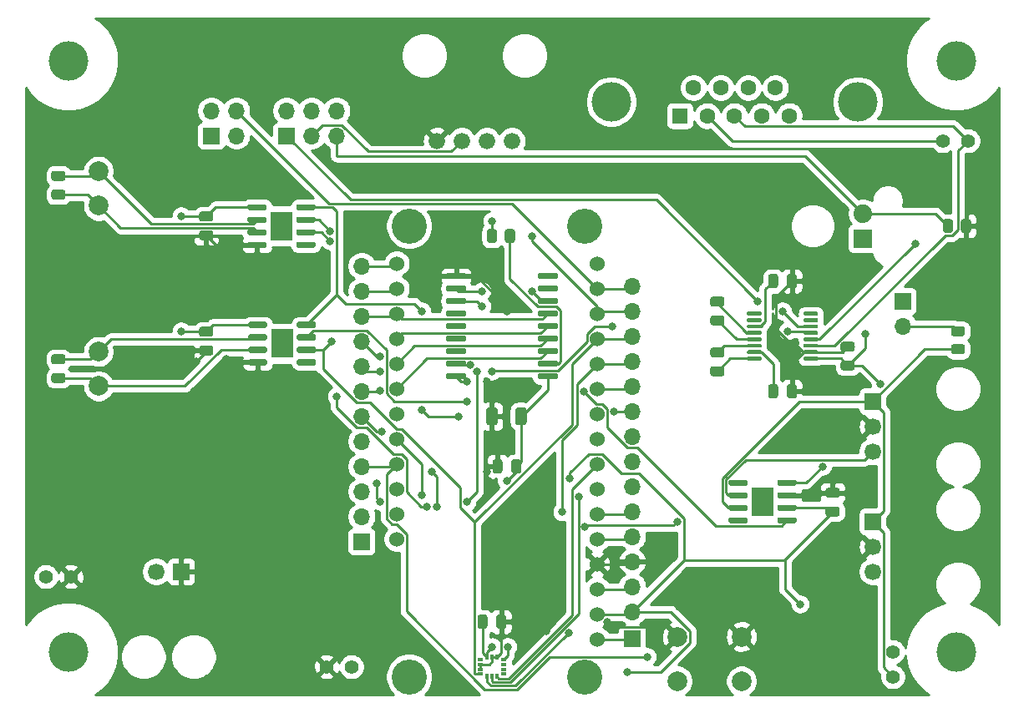
<source format=gbl>
G04 #@! TF.GenerationSoftware,KiCad,Pcbnew,(5.1.9-0-10_14)*
G04 #@! TF.CreationDate,2022-08-09T16:59:01-07:00*
G04 #@! TF.ProjectId,telemetry-pcb,74656c65-6d65-4747-9279-2d7063622e6b,rev?*
G04 #@! TF.SameCoordinates,Original*
G04 #@! TF.FileFunction,Copper,L2,Bot*
G04 #@! TF.FilePolarity,Positive*
%FSLAX46Y46*%
G04 Gerber Fmt 4.6, Leading zero omitted, Abs format (unit mm)*
G04 Created by KiCad (PCBNEW (5.1.9-0-10_14)) date 2022-08-09 16:59:01*
%MOMM*%
%LPD*%
G01*
G04 APERTURE LIST*
G04 #@! TA.AperFunction,ComponentPad*
%ADD10C,2.000000*%
G04 #@! TD*
G04 #@! TA.AperFunction,ComponentPad*
%ADD11C,4.000000*%
G04 #@! TD*
G04 #@! TA.AperFunction,ComponentPad*
%ADD12C,1.600000*%
G04 #@! TD*
G04 #@! TA.AperFunction,ComponentPad*
%ADD13R,1.600000X1.600000*%
G04 #@! TD*
G04 #@! TA.AperFunction,ComponentPad*
%ADD14C,1.690000*%
G04 #@! TD*
G04 #@! TA.AperFunction,ComponentPad*
%ADD15R,1.690000X1.690000*%
G04 #@! TD*
G04 #@! TA.AperFunction,ComponentPad*
%ADD16C,1.676400*%
G04 #@! TD*
G04 #@! TA.AperFunction,WasherPad*
%ADD17C,3.556000*%
G04 #@! TD*
G04 #@! TA.AperFunction,ComponentPad*
%ADD18C,1.524000*%
G04 #@! TD*
G04 #@! TA.AperFunction,ComponentPad*
%ADD19R,1.700000X1.700000*%
G04 #@! TD*
G04 #@! TA.AperFunction,ComponentPad*
%ADD20O,1.700000X1.700000*%
G04 #@! TD*
G04 #@! TA.AperFunction,ComponentPad*
%ADD21C,1.400000*%
G04 #@! TD*
G04 #@! TA.AperFunction,ComponentPad*
%ADD22C,1.879600*%
G04 #@! TD*
G04 #@! TA.AperFunction,ComponentPad*
%ADD23R,1.879600X1.879600*%
G04 #@! TD*
G04 #@! TA.AperFunction,SMDPad,CuDef*
%ADD24R,0.576580X0.351536*%
G04 #@! TD*
G04 #@! TA.AperFunction,SMDPad,CuDef*
%ADD25R,0.351536X0.576580*%
G04 #@! TD*
G04 #@! TA.AperFunction,SMDPad,CuDef*
%ADD26R,2.290000X3.000000*%
G04 #@! TD*
G04 #@! TA.AperFunction,ViaPad*
%ADD27C,0.800000*%
G04 #@! TD*
G04 #@! TA.AperFunction,Conductor*
%ADD28C,0.250000*%
G04 #@! TD*
G04 #@! TA.AperFunction,Conductor*
%ADD29C,0.254000*%
G04 #@! TD*
G04 #@! TA.AperFunction,Conductor*
%ADD30C,0.100000*%
G04 #@! TD*
G04 APERTURE END LIST*
D10*
X98069400Y-92999500D03*
X98069400Y-89499500D03*
X98069400Y-74711500D03*
X98069400Y-71211500D03*
D11*
X95000000Y-60000000D03*
X150037400Y-64175500D03*
X175037400Y-64175500D03*
D12*
X166692400Y-62755500D03*
X163922400Y-62755500D03*
X161152400Y-62755500D03*
X158382400Y-62755500D03*
X168077400Y-65595500D03*
X165307400Y-65595500D03*
X162537400Y-65595500D03*
X159767400Y-65595500D03*
D13*
X156997400Y-65595500D03*
D14*
X103911400Y-111824500D03*
D15*
X106451400Y-111824500D03*
D16*
X139979400Y-68135500D03*
X137439400Y-68135500D03*
X134899400Y-68135500D03*
X132359400Y-68135500D03*
D14*
X176556400Y-111823500D03*
X176556400Y-109283500D03*
D15*
X176556400Y-106743500D03*
D14*
X176556400Y-99631500D03*
X176556400Y-97091500D03*
D15*
X176556400Y-94551500D03*
G04 #@! TA.AperFunction,SMDPad,CuDef*
G36*
G01*
X108516400Y-88905500D02*
X109466400Y-88905500D01*
G75*
G02*
X109716400Y-89155500I0J-250000D01*
G01*
X109716400Y-89655500D01*
G75*
G02*
X109466400Y-89905500I-250000J0D01*
G01*
X108516400Y-89905500D01*
G75*
G02*
X108266400Y-89655500I0J250000D01*
G01*
X108266400Y-89155500D01*
G75*
G02*
X108516400Y-88905500I250000J0D01*
G01*
G37*
G04 #@! TD.AperFunction*
G04 #@! TA.AperFunction,SMDPad,CuDef*
G36*
G01*
X108516400Y-87005500D02*
X109466400Y-87005500D01*
G75*
G02*
X109716400Y-87255500I0J-250000D01*
G01*
X109716400Y-87755500D01*
G75*
G02*
X109466400Y-88005500I-250000J0D01*
G01*
X108516400Y-88005500D01*
G75*
G02*
X108266400Y-87755500I0J250000D01*
G01*
X108266400Y-87255500D01*
G75*
G02*
X108516400Y-87005500I250000J0D01*
G01*
G37*
G04 #@! TD.AperFunction*
D17*
X129565400Y-122491500D03*
X129565400Y-76771500D03*
X147345400Y-122491500D03*
X147345400Y-76771500D03*
D18*
X148615400Y-118681500D03*
X148615400Y-116141500D03*
X148615400Y-113601500D03*
X148615400Y-111061500D03*
X148615400Y-108521500D03*
X148615400Y-105981500D03*
X148615400Y-103441500D03*
X148615400Y-100901500D03*
X148615400Y-98361500D03*
X148615400Y-95821500D03*
X148615400Y-93281500D03*
X148615400Y-90741500D03*
X148615400Y-88201500D03*
X148615400Y-85661500D03*
X148615400Y-83121500D03*
X148615400Y-80581500D03*
X128295400Y-80581500D03*
X128295400Y-83121500D03*
X128295400Y-85661500D03*
X128295400Y-88201500D03*
X128295400Y-90741500D03*
X128295400Y-93281500D03*
X128295400Y-95821500D03*
X128295400Y-98361500D03*
X128295400Y-100901500D03*
X128295400Y-103441500D03*
X128295400Y-105981500D03*
X128295400Y-108521500D03*
D19*
X117119400Y-67627500D03*
D20*
X117119400Y-65087500D03*
X119659400Y-67627500D03*
X119659400Y-65087500D03*
X122199400Y-67627500D03*
X122199400Y-65087500D03*
D21*
X95275400Y-112331500D03*
X92735400Y-112331500D03*
D20*
X179603400Y-86931500D03*
D19*
X179603400Y-84391500D03*
X124739400Y-108775500D03*
D20*
X124739400Y-106235500D03*
X124739400Y-103695500D03*
X124739400Y-101155500D03*
X124739400Y-98615500D03*
X124739400Y-96075500D03*
X124739400Y-93535500D03*
X124739400Y-90995500D03*
X124739400Y-88455500D03*
X124739400Y-85915500D03*
X124739400Y-83375500D03*
X124739400Y-80835500D03*
D19*
X152171400Y-118645500D03*
D20*
X152171400Y-115887500D03*
X152171400Y-113347500D03*
X152171400Y-110807500D03*
X152171400Y-108267500D03*
X152171400Y-105727500D03*
X152171400Y-103187500D03*
X152171400Y-100647500D03*
X152171400Y-98107500D03*
X152171400Y-95567500D03*
X152171400Y-93027500D03*
X152171400Y-90487500D03*
X152171400Y-87947500D03*
X152171400Y-85407500D03*
X152171400Y-82867500D03*
D22*
X175539400Y-75501500D03*
D23*
X175539400Y-78041500D03*
D20*
X112039400Y-65087500D03*
X112039400Y-67627500D03*
X109499400Y-65087500D03*
D19*
X109499400Y-67627500D03*
D21*
X178587400Y-119951500D03*
X178587400Y-122491500D03*
X121183400Y-121475500D03*
X123723400Y-121475500D03*
X183667400Y-68135500D03*
X186207400Y-68135500D03*
D10*
X163243400Y-118427500D03*
X163243400Y-122927500D03*
X156743400Y-118427500D03*
X156743400Y-122927500D03*
G04 #@! TA.AperFunction,SMDPad,CuDef*
G36*
G01*
X184741399Y-88752000D02*
X185641401Y-88752000D01*
G75*
G02*
X185891400Y-89001999I0J-249999D01*
G01*
X185891400Y-89527001D01*
G75*
G02*
X185641401Y-89777000I-249999J0D01*
G01*
X184741399Y-89777000D01*
G75*
G02*
X184491400Y-89527001I0J249999D01*
G01*
X184491400Y-89001999D01*
G75*
G02*
X184741399Y-88752000I249999J0D01*
G01*
G37*
G04 #@! TD.AperFunction*
G04 #@! TA.AperFunction,SMDPad,CuDef*
G36*
G01*
X184741399Y-86927000D02*
X185641401Y-86927000D01*
G75*
G02*
X185891400Y-87176999I0J-249999D01*
G01*
X185891400Y-87702001D01*
G75*
G02*
X185641401Y-87952000I-249999J0D01*
G01*
X184741399Y-87952000D01*
G75*
G02*
X184491400Y-87702001I0J249999D01*
G01*
X184491400Y-87176999D01*
G75*
G02*
X184741399Y-86927000I249999J0D01*
G01*
G37*
G04 #@! TD.AperFunction*
G04 #@! TA.AperFunction,SMDPad,CuDef*
G36*
G01*
X185487900Y-77221501D02*
X185487900Y-76321499D01*
G75*
G02*
X185737899Y-76071500I249999J0D01*
G01*
X186262901Y-76071500D01*
G75*
G02*
X186512900Y-76321499I0J-249999D01*
G01*
X186512900Y-77221501D01*
G75*
G02*
X186262901Y-77471500I-249999J0D01*
G01*
X185737899Y-77471500D01*
G75*
G02*
X185487900Y-77221501I0J249999D01*
G01*
G37*
G04 #@! TD.AperFunction*
G04 #@! TA.AperFunction,SMDPad,CuDef*
G36*
G01*
X183662900Y-77221501D02*
X183662900Y-76321499D01*
G75*
G02*
X183912899Y-76071500I249999J0D01*
G01*
X184437901Y-76071500D01*
G75*
G02*
X184687900Y-76321499I0J-249999D01*
G01*
X184687900Y-77221501D01*
G75*
G02*
X184437901Y-77471500I-249999J0D01*
G01*
X183912899Y-77471500D01*
G75*
G02*
X183662900Y-77221501I0J249999D01*
G01*
G37*
G04 #@! TD.AperFunction*
D11*
X185000000Y-120000000D03*
X185000000Y-60000000D03*
X95000000Y-120000000D03*
G04 #@! TA.AperFunction,SMDPad,CuDef*
G36*
G01*
X138459900Y-77337499D02*
X138459900Y-78237501D01*
G75*
G02*
X138209901Y-78487500I-249999J0D01*
G01*
X137684899Y-78487500D01*
G75*
G02*
X137434900Y-78237501I0J249999D01*
G01*
X137434900Y-77337499D01*
G75*
G02*
X137684899Y-77087500I249999J0D01*
G01*
X138209901Y-77087500D01*
G75*
G02*
X138459900Y-77337499I0J-249999D01*
G01*
G37*
G04 #@! TD.AperFunction*
G04 #@! TA.AperFunction,SMDPad,CuDef*
G36*
G01*
X140284900Y-77337499D02*
X140284900Y-78237501D01*
G75*
G02*
X140034901Y-78487500I-249999J0D01*
G01*
X139509899Y-78487500D01*
G75*
G02*
X139259900Y-78237501I0J249999D01*
G01*
X139259900Y-77337499D01*
G75*
G02*
X139509899Y-77087500I249999J0D01*
G01*
X140034901Y-77087500D01*
G75*
G02*
X140284900Y-77337499I0J-249999D01*
G01*
G37*
G04 #@! TD.AperFunction*
D24*
X136737100Y-122225501D03*
X136737100Y-121725500D03*
X136737100Y-121225500D03*
X136737100Y-120725499D03*
D25*
X137447401Y-120519200D03*
X137947400Y-120519200D03*
X138447399Y-120519200D03*
D24*
X139157700Y-120725499D03*
X139157700Y-121225500D03*
X139157700Y-121725500D03*
X139157700Y-122225501D03*
D25*
X138447399Y-122431800D03*
X137947400Y-122431800D03*
X137447401Y-122431800D03*
D26*
X165379400Y-104711500D03*
G04 #@! TA.AperFunction,SMDPad,CuDef*
G36*
G01*
X163879400Y-102656500D02*
X163879400Y-102956500D01*
G75*
G02*
X163729400Y-103106500I-150000J0D01*
G01*
X162079400Y-103106500D01*
G75*
G02*
X161929400Y-102956500I0J150000D01*
G01*
X161929400Y-102656500D01*
G75*
G02*
X162079400Y-102506500I150000J0D01*
G01*
X163729400Y-102506500D01*
G75*
G02*
X163879400Y-102656500I0J-150000D01*
G01*
G37*
G04 #@! TD.AperFunction*
G04 #@! TA.AperFunction,SMDPad,CuDef*
G36*
G01*
X163879400Y-103926500D02*
X163879400Y-104226500D01*
G75*
G02*
X163729400Y-104376500I-150000J0D01*
G01*
X162079400Y-104376500D01*
G75*
G02*
X161929400Y-104226500I0J150000D01*
G01*
X161929400Y-103926500D01*
G75*
G02*
X162079400Y-103776500I150000J0D01*
G01*
X163729400Y-103776500D01*
G75*
G02*
X163879400Y-103926500I0J-150000D01*
G01*
G37*
G04 #@! TD.AperFunction*
G04 #@! TA.AperFunction,SMDPad,CuDef*
G36*
G01*
X163879400Y-105196500D02*
X163879400Y-105496500D01*
G75*
G02*
X163729400Y-105646500I-150000J0D01*
G01*
X162079400Y-105646500D01*
G75*
G02*
X161929400Y-105496500I0J150000D01*
G01*
X161929400Y-105196500D01*
G75*
G02*
X162079400Y-105046500I150000J0D01*
G01*
X163729400Y-105046500D01*
G75*
G02*
X163879400Y-105196500I0J-150000D01*
G01*
G37*
G04 #@! TD.AperFunction*
G04 #@! TA.AperFunction,SMDPad,CuDef*
G36*
G01*
X163879400Y-106466500D02*
X163879400Y-106766500D01*
G75*
G02*
X163729400Y-106916500I-150000J0D01*
G01*
X162079400Y-106916500D01*
G75*
G02*
X161929400Y-106766500I0J150000D01*
G01*
X161929400Y-106466500D01*
G75*
G02*
X162079400Y-106316500I150000J0D01*
G01*
X163729400Y-106316500D01*
G75*
G02*
X163879400Y-106466500I0J-150000D01*
G01*
G37*
G04 #@! TD.AperFunction*
G04 #@! TA.AperFunction,SMDPad,CuDef*
G36*
G01*
X168829400Y-106466500D02*
X168829400Y-106766500D01*
G75*
G02*
X168679400Y-106916500I-150000J0D01*
G01*
X167029400Y-106916500D01*
G75*
G02*
X166879400Y-106766500I0J150000D01*
G01*
X166879400Y-106466500D01*
G75*
G02*
X167029400Y-106316500I150000J0D01*
G01*
X168679400Y-106316500D01*
G75*
G02*
X168829400Y-106466500I0J-150000D01*
G01*
G37*
G04 #@! TD.AperFunction*
G04 #@! TA.AperFunction,SMDPad,CuDef*
G36*
G01*
X168829400Y-105196500D02*
X168829400Y-105496500D01*
G75*
G02*
X168679400Y-105646500I-150000J0D01*
G01*
X167029400Y-105646500D01*
G75*
G02*
X166879400Y-105496500I0J150000D01*
G01*
X166879400Y-105196500D01*
G75*
G02*
X167029400Y-105046500I150000J0D01*
G01*
X168679400Y-105046500D01*
G75*
G02*
X168829400Y-105196500I0J-150000D01*
G01*
G37*
G04 #@! TD.AperFunction*
G04 #@! TA.AperFunction,SMDPad,CuDef*
G36*
G01*
X168829400Y-103926500D02*
X168829400Y-104226500D01*
G75*
G02*
X168679400Y-104376500I-150000J0D01*
G01*
X167029400Y-104376500D01*
G75*
G02*
X166879400Y-104226500I0J150000D01*
G01*
X166879400Y-103926500D01*
G75*
G02*
X167029400Y-103776500I150000J0D01*
G01*
X168679400Y-103776500D01*
G75*
G02*
X168829400Y-103926500I0J-150000D01*
G01*
G37*
G04 #@! TD.AperFunction*
G04 #@! TA.AperFunction,SMDPad,CuDef*
G36*
G01*
X168829400Y-102656500D02*
X168829400Y-102956500D01*
G75*
G02*
X168679400Y-103106500I-150000J0D01*
G01*
X167029400Y-103106500D01*
G75*
G02*
X166879400Y-102956500I0J150000D01*
G01*
X166879400Y-102656500D01*
G75*
G02*
X167029400Y-102506500I150000J0D01*
G01*
X168679400Y-102506500D01*
G75*
G02*
X168829400Y-102656500I0J-150000D01*
G01*
G37*
G04 #@! TD.AperFunction*
G04 #@! TA.AperFunction,SMDPad,CuDef*
G36*
G01*
X142588400Y-92161500D02*
X142588400Y-91861500D01*
G75*
G02*
X142738400Y-91711500I150000J0D01*
G01*
X144488400Y-91711500D01*
G75*
G02*
X144638400Y-91861500I0J-150000D01*
G01*
X144638400Y-92161500D01*
G75*
G02*
X144488400Y-92311500I-150000J0D01*
G01*
X142738400Y-92311500D01*
G75*
G02*
X142588400Y-92161500I0J150000D01*
G01*
G37*
G04 #@! TD.AperFunction*
G04 #@! TA.AperFunction,SMDPad,CuDef*
G36*
G01*
X142588400Y-90891500D02*
X142588400Y-90591500D01*
G75*
G02*
X142738400Y-90441500I150000J0D01*
G01*
X144488400Y-90441500D01*
G75*
G02*
X144638400Y-90591500I0J-150000D01*
G01*
X144638400Y-90891500D01*
G75*
G02*
X144488400Y-91041500I-150000J0D01*
G01*
X142738400Y-91041500D01*
G75*
G02*
X142588400Y-90891500I0J150000D01*
G01*
G37*
G04 #@! TD.AperFunction*
G04 #@! TA.AperFunction,SMDPad,CuDef*
G36*
G01*
X142588400Y-89621500D02*
X142588400Y-89321500D01*
G75*
G02*
X142738400Y-89171500I150000J0D01*
G01*
X144488400Y-89171500D01*
G75*
G02*
X144638400Y-89321500I0J-150000D01*
G01*
X144638400Y-89621500D01*
G75*
G02*
X144488400Y-89771500I-150000J0D01*
G01*
X142738400Y-89771500D01*
G75*
G02*
X142588400Y-89621500I0J150000D01*
G01*
G37*
G04 #@! TD.AperFunction*
G04 #@! TA.AperFunction,SMDPad,CuDef*
G36*
G01*
X142588400Y-88351500D02*
X142588400Y-88051500D01*
G75*
G02*
X142738400Y-87901500I150000J0D01*
G01*
X144488400Y-87901500D01*
G75*
G02*
X144638400Y-88051500I0J-150000D01*
G01*
X144638400Y-88351500D01*
G75*
G02*
X144488400Y-88501500I-150000J0D01*
G01*
X142738400Y-88501500D01*
G75*
G02*
X142588400Y-88351500I0J150000D01*
G01*
G37*
G04 #@! TD.AperFunction*
G04 #@! TA.AperFunction,SMDPad,CuDef*
G36*
G01*
X142588400Y-87081500D02*
X142588400Y-86781500D01*
G75*
G02*
X142738400Y-86631500I150000J0D01*
G01*
X144488400Y-86631500D01*
G75*
G02*
X144638400Y-86781500I0J-150000D01*
G01*
X144638400Y-87081500D01*
G75*
G02*
X144488400Y-87231500I-150000J0D01*
G01*
X142738400Y-87231500D01*
G75*
G02*
X142588400Y-87081500I0J150000D01*
G01*
G37*
G04 #@! TD.AperFunction*
G04 #@! TA.AperFunction,SMDPad,CuDef*
G36*
G01*
X142588400Y-85811500D02*
X142588400Y-85511500D01*
G75*
G02*
X142738400Y-85361500I150000J0D01*
G01*
X144488400Y-85361500D01*
G75*
G02*
X144638400Y-85511500I0J-150000D01*
G01*
X144638400Y-85811500D01*
G75*
G02*
X144488400Y-85961500I-150000J0D01*
G01*
X142738400Y-85961500D01*
G75*
G02*
X142588400Y-85811500I0J150000D01*
G01*
G37*
G04 #@! TD.AperFunction*
G04 #@! TA.AperFunction,SMDPad,CuDef*
G36*
G01*
X142588400Y-84541500D02*
X142588400Y-84241500D01*
G75*
G02*
X142738400Y-84091500I150000J0D01*
G01*
X144488400Y-84091500D01*
G75*
G02*
X144638400Y-84241500I0J-150000D01*
G01*
X144638400Y-84541500D01*
G75*
G02*
X144488400Y-84691500I-150000J0D01*
G01*
X142738400Y-84691500D01*
G75*
G02*
X142588400Y-84541500I0J150000D01*
G01*
G37*
G04 #@! TD.AperFunction*
G04 #@! TA.AperFunction,SMDPad,CuDef*
G36*
G01*
X142588400Y-83271500D02*
X142588400Y-82971500D01*
G75*
G02*
X142738400Y-82821500I150000J0D01*
G01*
X144488400Y-82821500D01*
G75*
G02*
X144638400Y-82971500I0J-150000D01*
G01*
X144638400Y-83271500D01*
G75*
G02*
X144488400Y-83421500I-150000J0D01*
G01*
X142738400Y-83421500D01*
G75*
G02*
X142588400Y-83271500I0J150000D01*
G01*
G37*
G04 #@! TD.AperFunction*
G04 #@! TA.AperFunction,SMDPad,CuDef*
G36*
G01*
X142588400Y-82001500D02*
X142588400Y-81701500D01*
G75*
G02*
X142738400Y-81551500I150000J0D01*
G01*
X144488400Y-81551500D01*
G75*
G02*
X144638400Y-81701500I0J-150000D01*
G01*
X144638400Y-82001500D01*
G75*
G02*
X144488400Y-82151500I-150000J0D01*
G01*
X142738400Y-82151500D01*
G75*
G02*
X142588400Y-82001500I0J150000D01*
G01*
G37*
G04 #@! TD.AperFunction*
G04 #@! TA.AperFunction,SMDPad,CuDef*
G36*
G01*
X133288400Y-82001500D02*
X133288400Y-81701500D01*
G75*
G02*
X133438400Y-81551500I150000J0D01*
G01*
X135188400Y-81551500D01*
G75*
G02*
X135338400Y-81701500I0J-150000D01*
G01*
X135338400Y-82001500D01*
G75*
G02*
X135188400Y-82151500I-150000J0D01*
G01*
X133438400Y-82151500D01*
G75*
G02*
X133288400Y-82001500I0J150000D01*
G01*
G37*
G04 #@! TD.AperFunction*
G04 #@! TA.AperFunction,SMDPad,CuDef*
G36*
G01*
X133288400Y-83271500D02*
X133288400Y-82971500D01*
G75*
G02*
X133438400Y-82821500I150000J0D01*
G01*
X135188400Y-82821500D01*
G75*
G02*
X135338400Y-82971500I0J-150000D01*
G01*
X135338400Y-83271500D01*
G75*
G02*
X135188400Y-83421500I-150000J0D01*
G01*
X133438400Y-83421500D01*
G75*
G02*
X133288400Y-83271500I0J150000D01*
G01*
G37*
G04 #@! TD.AperFunction*
G04 #@! TA.AperFunction,SMDPad,CuDef*
G36*
G01*
X133288400Y-84541500D02*
X133288400Y-84241500D01*
G75*
G02*
X133438400Y-84091500I150000J0D01*
G01*
X135188400Y-84091500D01*
G75*
G02*
X135338400Y-84241500I0J-150000D01*
G01*
X135338400Y-84541500D01*
G75*
G02*
X135188400Y-84691500I-150000J0D01*
G01*
X133438400Y-84691500D01*
G75*
G02*
X133288400Y-84541500I0J150000D01*
G01*
G37*
G04 #@! TD.AperFunction*
G04 #@! TA.AperFunction,SMDPad,CuDef*
G36*
G01*
X133288400Y-85811500D02*
X133288400Y-85511500D01*
G75*
G02*
X133438400Y-85361500I150000J0D01*
G01*
X135188400Y-85361500D01*
G75*
G02*
X135338400Y-85511500I0J-150000D01*
G01*
X135338400Y-85811500D01*
G75*
G02*
X135188400Y-85961500I-150000J0D01*
G01*
X133438400Y-85961500D01*
G75*
G02*
X133288400Y-85811500I0J150000D01*
G01*
G37*
G04 #@! TD.AperFunction*
G04 #@! TA.AperFunction,SMDPad,CuDef*
G36*
G01*
X133288400Y-87081500D02*
X133288400Y-86781500D01*
G75*
G02*
X133438400Y-86631500I150000J0D01*
G01*
X135188400Y-86631500D01*
G75*
G02*
X135338400Y-86781500I0J-150000D01*
G01*
X135338400Y-87081500D01*
G75*
G02*
X135188400Y-87231500I-150000J0D01*
G01*
X133438400Y-87231500D01*
G75*
G02*
X133288400Y-87081500I0J150000D01*
G01*
G37*
G04 #@! TD.AperFunction*
G04 #@! TA.AperFunction,SMDPad,CuDef*
G36*
G01*
X133288400Y-88351500D02*
X133288400Y-88051500D01*
G75*
G02*
X133438400Y-87901500I150000J0D01*
G01*
X135188400Y-87901500D01*
G75*
G02*
X135338400Y-88051500I0J-150000D01*
G01*
X135338400Y-88351500D01*
G75*
G02*
X135188400Y-88501500I-150000J0D01*
G01*
X133438400Y-88501500D01*
G75*
G02*
X133288400Y-88351500I0J150000D01*
G01*
G37*
G04 #@! TD.AperFunction*
G04 #@! TA.AperFunction,SMDPad,CuDef*
G36*
G01*
X133288400Y-89621500D02*
X133288400Y-89321500D01*
G75*
G02*
X133438400Y-89171500I150000J0D01*
G01*
X135188400Y-89171500D01*
G75*
G02*
X135338400Y-89321500I0J-150000D01*
G01*
X135338400Y-89621500D01*
G75*
G02*
X135188400Y-89771500I-150000J0D01*
G01*
X133438400Y-89771500D01*
G75*
G02*
X133288400Y-89621500I0J150000D01*
G01*
G37*
G04 #@! TD.AperFunction*
G04 #@! TA.AperFunction,SMDPad,CuDef*
G36*
G01*
X133288400Y-90891500D02*
X133288400Y-90591500D01*
G75*
G02*
X133438400Y-90441500I150000J0D01*
G01*
X135188400Y-90441500D01*
G75*
G02*
X135338400Y-90591500I0J-150000D01*
G01*
X135338400Y-90891500D01*
G75*
G02*
X135188400Y-91041500I-150000J0D01*
G01*
X133438400Y-91041500D01*
G75*
G02*
X133288400Y-90891500I0J150000D01*
G01*
G37*
G04 #@! TD.AperFunction*
G04 #@! TA.AperFunction,SMDPad,CuDef*
G36*
G01*
X133288400Y-92161500D02*
X133288400Y-91861500D01*
G75*
G02*
X133438400Y-91711500I150000J0D01*
G01*
X135188400Y-91711500D01*
G75*
G02*
X135338400Y-91861500I0J-150000D01*
G01*
X135338400Y-92161500D01*
G75*
G02*
X135188400Y-92311500I-150000J0D01*
G01*
X133438400Y-92311500D01*
G75*
G02*
X133288400Y-92161500I0J150000D01*
G01*
G37*
G04 #@! TD.AperFunction*
X116611400Y-76771500D03*
G04 #@! TA.AperFunction,SMDPad,CuDef*
G36*
G01*
X118111400Y-78826500D02*
X118111400Y-78526500D01*
G75*
G02*
X118261400Y-78376500I150000J0D01*
G01*
X119911400Y-78376500D01*
G75*
G02*
X120061400Y-78526500I0J-150000D01*
G01*
X120061400Y-78826500D01*
G75*
G02*
X119911400Y-78976500I-150000J0D01*
G01*
X118261400Y-78976500D01*
G75*
G02*
X118111400Y-78826500I0J150000D01*
G01*
G37*
G04 #@! TD.AperFunction*
G04 #@! TA.AperFunction,SMDPad,CuDef*
G36*
G01*
X118111400Y-77556500D02*
X118111400Y-77256500D01*
G75*
G02*
X118261400Y-77106500I150000J0D01*
G01*
X119911400Y-77106500D01*
G75*
G02*
X120061400Y-77256500I0J-150000D01*
G01*
X120061400Y-77556500D01*
G75*
G02*
X119911400Y-77706500I-150000J0D01*
G01*
X118261400Y-77706500D01*
G75*
G02*
X118111400Y-77556500I0J150000D01*
G01*
G37*
G04 #@! TD.AperFunction*
G04 #@! TA.AperFunction,SMDPad,CuDef*
G36*
G01*
X118111400Y-76286500D02*
X118111400Y-75986500D01*
G75*
G02*
X118261400Y-75836500I150000J0D01*
G01*
X119911400Y-75836500D01*
G75*
G02*
X120061400Y-75986500I0J-150000D01*
G01*
X120061400Y-76286500D01*
G75*
G02*
X119911400Y-76436500I-150000J0D01*
G01*
X118261400Y-76436500D01*
G75*
G02*
X118111400Y-76286500I0J150000D01*
G01*
G37*
G04 #@! TD.AperFunction*
G04 #@! TA.AperFunction,SMDPad,CuDef*
G36*
G01*
X118111400Y-75016500D02*
X118111400Y-74716500D01*
G75*
G02*
X118261400Y-74566500I150000J0D01*
G01*
X119911400Y-74566500D01*
G75*
G02*
X120061400Y-74716500I0J-150000D01*
G01*
X120061400Y-75016500D01*
G75*
G02*
X119911400Y-75166500I-150000J0D01*
G01*
X118261400Y-75166500D01*
G75*
G02*
X118111400Y-75016500I0J150000D01*
G01*
G37*
G04 #@! TD.AperFunction*
G04 #@! TA.AperFunction,SMDPad,CuDef*
G36*
G01*
X113161400Y-75016500D02*
X113161400Y-74716500D01*
G75*
G02*
X113311400Y-74566500I150000J0D01*
G01*
X114961400Y-74566500D01*
G75*
G02*
X115111400Y-74716500I0J-150000D01*
G01*
X115111400Y-75016500D01*
G75*
G02*
X114961400Y-75166500I-150000J0D01*
G01*
X113311400Y-75166500D01*
G75*
G02*
X113161400Y-75016500I0J150000D01*
G01*
G37*
G04 #@! TD.AperFunction*
G04 #@! TA.AperFunction,SMDPad,CuDef*
G36*
G01*
X113161400Y-76286500D02*
X113161400Y-75986500D01*
G75*
G02*
X113311400Y-75836500I150000J0D01*
G01*
X114961400Y-75836500D01*
G75*
G02*
X115111400Y-75986500I0J-150000D01*
G01*
X115111400Y-76286500D01*
G75*
G02*
X114961400Y-76436500I-150000J0D01*
G01*
X113311400Y-76436500D01*
G75*
G02*
X113161400Y-76286500I0J150000D01*
G01*
G37*
G04 #@! TD.AperFunction*
G04 #@! TA.AperFunction,SMDPad,CuDef*
G36*
G01*
X113161400Y-77556500D02*
X113161400Y-77256500D01*
G75*
G02*
X113311400Y-77106500I150000J0D01*
G01*
X114961400Y-77106500D01*
G75*
G02*
X115111400Y-77256500I0J-150000D01*
G01*
X115111400Y-77556500D01*
G75*
G02*
X114961400Y-77706500I-150000J0D01*
G01*
X113311400Y-77706500D01*
G75*
G02*
X113161400Y-77556500I0J150000D01*
G01*
G37*
G04 #@! TD.AperFunction*
G04 #@! TA.AperFunction,SMDPad,CuDef*
G36*
G01*
X113161400Y-78826500D02*
X113161400Y-78526500D01*
G75*
G02*
X113311400Y-78376500I150000J0D01*
G01*
X114961400Y-78376500D01*
G75*
G02*
X115111400Y-78526500I0J-150000D01*
G01*
X115111400Y-78826500D01*
G75*
G02*
X114961400Y-78976500I-150000J0D01*
G01*
X113311400Y-78976500D01*
G75*
G02*
X113161400Y-78826500I0J150000D01*
G01*
G37*
G04 #@! TD.AperFunction*
X116673400Y-88697500D03*
G04 #@! TA.AperFunction,SMDPad,CuDef*
G36*
G01*
X118173400Y-90752500D02*
X118173400Y-90452500D01*
G75*
G02*
X118323400Y-90302500I150000J0D01*
G01*
X119973400Y-90302500D01*
G75*
G02*
X120123400Y-90452500I0J-150000D01*
G01*
X120123400Y-90752500D01*
G75*
G02*
X119973400Y-90902500I-150000J0D01*
G01*
X118323400Y-90902500D01*
G75*
G02*
X118173400Y-90752500I0J150000D01*
G01*
G37*
G04 #@! TD.AperFunction*
G04 #@! TA.AperFunction,SMDPad,CuDef*
G36*
G01*
X118173400Y-89482500D02*
X118173400Y-89182500D01*
G75*
G02*
X118323400Y-89032500I150000J0D01*
G01*
X119973400Y-89032500D01*
G75*
G02*
X120123400Y-89182500I0J-150000D01*
G01*
X120123400Y-89482500D01*
G75*
G02*
X119973400Y-89632500I-150000J0D01*
G01*
X118323400Y-89632500D01*
G75*
G02*
X118173400Y-89482500I0J150000D01*
G01*
G37*
G04 #@! TD.AperFunction*
G04 #@! TA.AperFunction,SMDPad,CuDef*
G36*
G01*
X118173400Y-88212500D02*
X118173400Y-87912500D01*
G75*
G02*
X118323400Y-87762500I150000J0D01*
G01*
X119973400Y-87762500D01*
G75*
G02*
X120123400Y-87912500I0J-150000D01*
G01*
X120123400Y-88212500D01*
G75*
G02*
X119973400Y-88362500I-150000J0D01*
G01*
X118323400Y-88362500D01*
G75*
G02*
X118173400Y-88212500I0J150000D01*
G01*
G37*
G04 #@! TD.AperFunction*
G04 #@! TA.AperFunction,SMDPad,CuDef*
G36*
G01*
X118173400Y-86942500D02*
X118173400Y-86642500D01*
G75*
G02*
X118323400Y-86492500I150000J0D01*
G01*
X119973400Y-86492500D01*
G75*
G02*
X120123400Y-86642500I0J-150000D01*
G01*
X120123400Y-86942500D01*
G75*
G02*
X119973400Y-87092500I-150000J0D01*
G01*
X118323400Y-87092500D01*
G75*
G02*
X118173400Y-86942500I0J150000D01*
G01*
G37*
G04 #@! TD.AperFunction*
G04 #@! TA.AperFunction,SMDPad,CuDef*
G36*
G01*
X113223400Y-86942500D02*
X113223400Y-86642500D01*
G75*
G02*
X113373400Y-86492500I150000J0D01*
G01*
X115023400Y-86492500D01*
G75*
G02*
X115173400Y-86642500I0J-150000D01*
G01*
X115173400Y-86942500D01*
G75*
G02*
X115023400Y-87092500I-150000J0D01*
G01*
X113373400Y-87092500D01*
G75*
G02*
X113223400Y-86942500I0J150000D01*
G01*
G37*
G04 #@! TD.AperFunction*
G04 #@! TA.AperFunction,SMDPad,CuDef*
G36*
G01*
X113223400Y-88212500D02*
X113223400Y-87912500D01*
G75*
G02*
X113373400Y-87762500I150000J0D01*
G01*
X115023400Y-87762500D01*
G75*
G02*
X115173400Y-87912500I0J-150000D01*
G01*
X115173400Y-88212500D01*
G75*
G02*
X115023400Y-88362500I-150000J0D01*
G01*
X113373400Y-88362500D01*
G75*
G02*
X113223400Y-88212500I0J150000D01*
G01*
G37*
G04 #@! TD.AperFunction*
G04 #@! TA.AperFunction,SMDPad,CuDef*
G36*
G01*
X113223400Y-89482500D02*
X113223400Y-89182500D01*
G75*
G02*
X113373400Y-89032500I150000J0D01*
G01*
X115023400Y-89032500D01*
G75*
G02*
X115173400Y-89182500I0J-150000D01*
G01*
X115173400Y-89482500D01*
G75*
G02*
X115023400Y-89632500I-150000J0D01*
G01*
X113373400Y-89632500D01*
G75*
G02*
X113223400Y-89482500I0J150000D01*
G01*
G37*
G04 #@! TD.AperFunction*
G04 #@! TA.AperFunction,SMDPad,CuDef*
G36*
G01*
X113223400Y-90752500D02*
X113223400Y-90452500D01*
G75*
G02*
X113373400Y-90302500I150000J0D01*
G01*
X115023400Y-90302500D01*
G75*
G02*
X115173400Y-90452500I0J-150000D01*
G01*
X115173400Y-90752500D01*
G75*
G02*
X115023400Y-90902500I-150000J0D01*
G01*
X113373400Y-90902500D01*
G75*
G02*
X113223400Y-90752500I0J150000D01*
G01*
G37*
G04 #@! TD.AperFunction*
G04 #@! TA.AperFunction,SMDPad,CuDef*
G36*
G01*
X169536400Y-90322500D02*
X169536400Y-90122500D01*
G75*
G02*
X169636400Y-90022500I100000J0D01*
G01*
X170911400Y-90022500D01*
G75*
G02*
X171011400Y-90122500I0J-100000D01*
G01*
X171011400Y-90322500D01*
G75*
G02*
X170911400Y-90422500I-100000J0D01*
G01*
X169636400Y-90422500D01*
G75*
G02*
X169536400Y-90322500I0J100000D01*
G01*
G37*
G04 #@! TD.AperFunction*
G04 #@! TA.AperFunction,SMDPad,CuDef*
G36*
G01*
X169536400Y-89672500D02*
X169536400Y-89472500D01*
G75*
G02*
X169636400Y-89372500I100000J0D01*
G01*
X170911400Y-89372500D01*
G75*
G02*
X171011400Y-89472500I0J-100000D01*
G01*
X171011400Y-89672500D01*
G75*
G02*
X170911400Y-89772500I-100000J0D01*
G01*
X169636400Y-89772500D01*
G75*
G02*
X169536400Y-89672500I0J100000D01*
G01*
G37*
G04 #@! TD.AperFunction*
G04 #@! TA.AperFunction,SMDPad,CuDef*
G36*
G01*
X169536400Y-89022500D02*
X169536400Y-88822500D01*
G75*
G02*
X169636400Y-88722500I100000J0D01*
G01*
X170911400Y-88722500D01*
G75*
G02*
X171011400Y-88822500I0J-100000D01*
G01*
X171011400Y-89022500D01*
G75*
G02*
X170911400Y-89122500I-100000J0D01*
G01*
X169636400Y-89122500D01*
G75*
G02*
X169536400Y-89022500I0J100000D01*
G01*
G37*
G04 #@! TD.AperFunction*
G04 #@! TA.AperFunction,SMDPad,CuDef*
G36*
G01*
X169536400Y-88372500D02*
X169536400Y-88172500D01*
G75*
G02*
X169636400Y-88072500I100000J0D01*
G01*
X170911400Y-88072500D01*
G75*
G02*
X171011400Y-88172500I0J-100000D01*
G01*
X171011400Y-88372500D01*
G75*
G02*
X170911400Y-88472500I-100000J0D01*
G01*
X169636400Y-88472500D01*
G75*
G02*
X169536400Y-88372500I0J100000D01*
G01*
G37*
G04 #@! TD.AperFunction*
G04 #@! TA.AperFunction,SMDPad,CuDef*
G36*
G01*
X169536400Y-87722500D02*
X169536400Y-87522500D01*
G75*
G02*
X169636400Y-87422500I100000J0D01*
G01*
X170911400Y-87422500D01*
G75*
G02*
X171011400Y-87522500I0J-100000D01*
G01*
X171011400Y-87722500D01*
G75*
G02*
X170911400Y-87822500I-100000J0D01*
G01*
X169636400Y-87822500D01*
G75*
G02*
X169536400Y-87722500I0J100000D01*
G01*
G37*
G04 #@! TD.AperFunction*
G04 #@! TA.AperFunction,SMDPad,CuDef*
G36*
G01*
X169536400Y-87072500D02*
X169536400Y-86872500D01*
G75*
G02*
X169636400Y-86772500I100000J0D01*
G01*
X170911400Y-86772500D01*
G75*
G02*
X171011400Y-86872500I0J-100000D01*
G01*
X171011400Y-87072500D01*
G75*
G02*
X170911400Y-87172500I-100000J0D01*
G01*
X169636400Y-87172500D01*
G75*
G02*
X169536400Y-87072500I0J100000D01*
G01*
G37*
G04 #@! TD.AperFunction*
G04 #@! TA.AperFunction,SMDPad,CuDef*
G36*
G01*
X169536400Y-86422500D02*
X169536400Y-86222500D01*
G75*
G02*
X169636400Y-86122500I100000J0D01*
G01*
X170911400Y-86122500D01*
G75*
G02*
X171011400Y-86222500I0J-100000D01*
G01*
X171011400Y-86422500D01*
G75*
G02*
X170911400Y-86522500I-100000J0D01*
G01*
X169636400Y-86522500D01*
G75*
G02*
X169536400Y-86422500I0J100000D01*
G01*
G37*
G04 #@! TD.AperFunction*
G04 #@! TA.AperFunction,SMDPad,CuDef*
G36*
G01*
X169536400Y-85772500D02*
X169536400Y-85572500D01*
G75*
G02*
X169636400Y-85472500I100000J0D01*
G01*
X170911400Y-85472500D01*
G75*
G02*
X171011400Y-85572500I0J-100000D01*
G01*
X171011400Y-85772500D01*
G75*
G02*
X170911400Y-85872500I-100000J0D01*
G01*
X169636400Y-85872500D01*
G75*
G02*
X169536400Y-85772500I0J100000D01*
G01*
G37*
G04 #@! TD.AperFunction*
G04 #@! TA.AperFunction,SMDPad,CuDef*
G36*
G01*
X163811400Y-85772500D02*
X163811400Y-85572500D01*
G75*
G02*
X163911400Y-85472500I100000J0D01*
G01*
X165186400Y-85472500D01*
G75*
G02*
X165286400Y-85572500I0J-100000D01*
G01*
X165286400Y-85772500D01*
G75*
G02*
X165186400Y-85872500I-100000J0D01*
G01*
X163911400Y-85872500D01*
G75*
G02*
X163811400Y-85772500I0J100000D01*
G01*
G37*
G04 #@! TD.AperFunction*
G04 #@! TA.AperFunction,SMDPad,CuDef*
G36*
G01*
X163811400Y-86422500D02*
X163811400Y-86222500D01*
G75*
G02*
X163911400Y-86122500I100000J0D01*
G01*
X165186400Y-86122500D01*
G75*
G02*
X165286400Y-86222500I0J-100000D01*
G01*
X165286400Y-86422500D01*
G75*
G02*
X165186400Y-86522500I-100000J0D01*
G01*
X163911400Y-86522500D01*
G75*
G02*
X163811400Y-86422500I0J100000D01*
G01*
G37*
G04 #@! TD.AperFunction*
G04 #@! TA.AperFunction,SMDPad,CuDef*
G36*
G01*
X163811400Y-87072500D02*
X163811400Y-86872500D01*
G75*
G02*
X163911400Y-86772500I100000J0D01*
G01*
X165186400Y-86772500D01*
G75*
G02*
X165286400Y-86872500I0J-100000D01*
G01*
X165286400Y-87072500D01*
G75*
G02*
X165186400Y-87172500I-100000J0D01*
G01*
X163911400Y-87172500D01*
G75*
G02*
X163811400Y-87072500I0J100000D01*
G01*
G37*
G04 #@! TD.AperFunction*
G04 #@! TA.AperFunction,SMDPad,CuDef*
G36*
G01*
X163811400Y-87722500D02*
X163811400Y-87522500D01*
G75*
G02*
X163911400Y-87422500I100000J0D01*
G01*
X165186400Y-87422500D01*
G75*
G02*
X165286400Y-87522500I0J-100000D01*
G01*
X165286400Y-87722500D01*
G75*
G02*
X165186400Y-87822500I-100000J0D01*
G01*
X163911400Y-87822500D01*
G75*
G02*
X163811400Y-87722500I0J100000D01*
G01*
G37*
G04 #@! TD.AperFunction*
G04 #@! TA.AperFunction,SMDPad,CuDef*
G36*
G01*
X163811400Y-88372500D02*
X163811400Y-88172500D01*
G75*
G02*
X163911400Y-88072500I100000J0D01*
G01*
X165186400Y-88072500D01*
G75*
G02*
X165286400Y-88172500I0J-100000D01*
G01*
X165286400Y-88372500D01*
G75*
G02*
X165186400Y-88472500I-100000J0D01*
G01*
X163911400Y-88472500D01*
G75*
G02*
X163811400Y-88372500I0J100000D01*
G01*
G37*
G04 #@! TD.AperFunction*
G04 #@! TA.AperFunction,SMDPad,CuDef*
G36*
G01*
X163811400Y-89022500D02*
X163811400Y-88822500D01*
G75*
G02*
X163911400Y-88722500I100000J0D01*
G01*
X165186400Y-88722500D01*
G75*
G02*
X165286400Y-88822500I0J-100000D01*
G01*
X165286400Y-89022500D01*
G75*
G02*
X165186400Y-89122500I-100000J0D01*
G01*
X163911400Y-89122500D01*
G75*
G02*
X163811400Y-89022500I0J100000D01*
G01*
G37*
G04 #@! TD.AperFunction*
G04 #@! TA.AperFunction,SMDPad,CuDef*
G36*
G01*
X163811400Y-89672500D02*
X163811400Y-89472500D01*
G75*
G02*
X163911400Y-89372500I100000J0D01*
G01*
X165186400Y-89372500D01*
G75*
G02*
X165286400Y-89472500I0J-100000D01*
G01*
X165286400Y-89672500D01*
G75*
G02*
X165186400Y-89772500I-100000J0D01*
G01*
X163911400Y-89772500D01*
G75*
G02*
X163811400Y-89672500I0J100000D01*
G01*
G37*
G04 #@! TD.AperFunction*
G04 #@! TA.AperFunction,SMDPad,CuDef*
G36*
G01*
X163811400Y-90322500D02*
X163811400Y-90122500D01*
G75*
G02*
X163911400Y-90022500I100000J0D01*
G01*
X165186400Y-90022500D01*
G75*
G02*
X165286400Y-90122500I0J-100000D01*
G01*
X165286400Y-90322500D01*
G75*
G02*
X165186400Y-90422500I-100000J0D01*
G01*
X163911400Y-90422500D01*
G75*
G02*
X163811400Y-90322500I0J100000D01*
G01*
G37*
G04 #@! TD.AperFunction*
G04 #@! TA.AperFunction,SMDPad,CuDef*
G36*
G01*
X172016400Y-105227500D02*
X172966400Y-105227500D01*
G75*
G02*
X173216400Y-105477500I0J-250000D01*
G01*
X173216400Y-105977500D01*
G75*
G02*
X172966400Y-106227500I-250000J0D01*
G01*
X172016400Y-106227500D01*
G75*
G02*
X171766400Y-105977500I0J250000D01*
G01*
X171766400Y-105477500D01*
G75*
G02*
X172016400Y-105227500I250000J0D01*
G01*
G37*
G04 #@! TD.AperFunction*
G04 #@! TA.AperFunction,SMDPad,CuDef*
G36*
G01*
X172016400Y-103327500D02*
X172966400Y-103327500D01*
G75*
G02*
X173216400Y-103577500I0J-250000D01*
G01*
X173216400Y-104077500D01*
G75*
G02*
X172966400Y-104327500I-250000J0D01*
G01*
X172016400Y-104327500D01*
G75*
G02*
X171766400Y-104077500I0J250000D01*
G01*
X171766400Y-103577500D01*
G75*
G02*
X172016400Y-103327500I250000J0D01*
G01*
G37*
G04 #@! TD.AperFunction*
G04 #@! TA.AperFunction,SMDPad,CuDef*
G36*
G01*
X138397400Y-117378500D02*
X138397400Y-116428500D01*
G75*
G02*
X138647400Y-116178500I250000J0D01*
G01*
X139147400Y-116178500D01*
G75*
G02*
X139397400Y-116428500I0J-250000D01*
G01*
X139397400Y-117378500D01*
G75*
G02*
X139147400Y-117628500I-250000J0D01*
G01*
X138647400Y-117628500D01*
G75*
G02*
X138397400Y-117378500I0J250000D01*
G01*
G37*
G04 #@! TD.AperFunction*
G04 #@! TA.AperFunction,SMDPad,CuDef*
G36*
G01*
X136497400Y-117378500D02*
X136497400Y-116428500D01*
G75*
G02*
X136747400Y-116178500I250000J0D01*
G01*
X137247400Y-116178500D01*
G75*
G02*
X137497400Y-116428500I0J-250000D01*
G01*
X137497400Y-117378500D01*
G75*
G02*
X137247400Y-117628500I-250000J0D01*
G01*
X136747400Y-117628500D01*
G75*
G02*
X136497400Y-117378500I0J250000D01*
G01*
G37*
G04 #@! TD.AperFunction*
G04 #@! TA.AperFunction,SMDPad,CuDef*
G36*
G01*
X138522400Y-95425499D02*
X138522400Y-96725501D01*
G75*
G02*
X138272401Y-96975500I-249999J0D01*
G01*
X137622399Y-96975500D01*
G75*
G02*
X137372400Y-96725501I0J249999D01*
G01*
X137372400Y-95425499D01*
G75*
G02*
X137622399Y-95175500I249999J0D01*
G01*
X138272401Y-95175500D01*
G75*
G02*
X138522400Y-95425499I0J-249999D01*
G01*
G37*
G04 #@! TD.AperFunction*
G04 #@! TA.AperFunction,SMDPad,CuDef*
G36*
G01*
X141472400Y-95425499D02*
X141472400Y-96725501D01*
G75*
G02*
X141222401Y-96975500I-249999J0D01*
G01*
X140572399Y-96975500D01*
G75*
G02*
X140322400Y-96725501I0J249999D01*
G01*
X140322400Y-95425499D01*
G75*
G02*
X140572399Y-95175500I249999J0D01*
G01*
X141222401Y-95175500D01*
G75*
G02*
X141472400Y-95425499I0J-249999D01*
G01*
G37*
G04 #@! TD.AperFunction*
G04 #@! TA.AperFunction,SMDPad,CuDef*
G36*
G01*
X139921400Y-101630500D02*
X139921400Y-100680500D01*
G75*
G02*
X140171400Y-100430500I250000J0D01*
G01*
X140671400Y-100430500D01*
G75*
G02*
X140921400Y-100680500I0J-250000D01*
G01*
X140921400Y-101630500D01*
G75*
G02*
X140671400Y-101880500I-250000J0D01*
G01*
X140171400Y-101880500D01*
G75*
G02*
X139921400Y-101630500I0J250000D01*
G01*
G37*
G04 #@! TD.AperFunction*
G04 #@! TA.AperFunction,SMDPad,CuDef*
G36*
G01*
X138021400Y-101630500D02*
X138021400Y-100680500D01*
G75*
G02*
X138271400Y-100430500I250000J0D01*
G01*
X138771400Y-100430500D01*
G75*
G02*
X139021400Y-100680500I0J-250000D01*
G01*
X139021400Y-101630500D01*
G75*
G02*
X138771400Y-101880500I-250000J0D01*
G01*
X138271400Y-101880500D01*
G75*
G02*
X138021400Y-101630500I0J250000D01*
G01*
G37*
G04 #@! TD.AperFunction*
G04 #@! TA.AperFunction,SMDPad,CuDef*
G36*
G01*
X108516400Y-77221500D02*
X109466400Y-77221500D01*
G75*
G02*
X109716400Y-77471500I0J-250000D01*
G01*
X109716400Y-77971500D01*
G75*
G02*
X109466400Y-78221500I-250000J0D01*
G01*
X108516400Y-78221500D01*
G75*
G02*
X108266400Y-77971500I0J250000D01*
G01*
X108266400Y-77471500D01*
G75*
G02*
X108516400Y-77221500I250000J0D01*
G01*
G37*
G04 #@! TD.AperFunction*
G04 #@! TA.AperFunction,SMDPad,CuDef*
G36*
G01*
X108516400Y-75321500D02*
X109466400Y-75321500D01*
G75*
G02*
X109716400Y-75571500I0J-250000D01*
G01*
X109716400Y-76071500D01*
G75*
G02*
X109466400Y-76321500I-250000J0D01*
G01*
X108516400Y-76321500D01*
G75*
G02*
X108266400Y-76071500I0J250000D01*
G01*
X108266400Y-75571500D01*
G75*
G02*
X108516400Y-75321500I250000J0D01*
G01*
G37*
G04 #@! TD.AperFunction*
G04 #@! TA.AperFunction,SMDPad,CuDef*
G36*
G01*
X94480400Y-72191500D02*
X93530400Y-72191500D01*
G75*
G02*
X93280400Y-71941500I0J250000D01*
G01*
X93280400Y-71441500D01*
G75*
G02*
X93530400Y-71191500I250000J0D01*
G01*
X94480400Y-71191500D01*
G75*
G02*
X94730400Y-71441500I0J-250000D01*
G01*
X94730400Y-71941500D01*
G75*
G02*
X94480400Y-72191500I-250000J0D01*
G01*
G37*
G04 #@! TD.AperFunction*
G04 #@! TA.AperFunction,SMDPad,CuDef*
G36*
G01*
X94480400Y-74091500D02*
X93530400Y-74091500D01*
G75*
G02*
X93280400Y-73841500I0J250000D01*
G01*
X93280400Y-73341500D01*
G75*
G02*
X93530400Y-73091500I250000J0D01*
G01*
X94480400Y-73091500D01*
G75*
G02*
X94730400Y-73341500I0J-250000D01*
G01*
X94730400Y-73841500D01*
G75*
G02*
X94480400Y-74091500I-250000J0D01*
G01*
G37*
G04 #@! TD.AperFunction*
G04 #@! TA.AperFunction,SMDPad,CuDef*
G36*
G01*
X94480400Y-90799500D02*
X93530400Y-90799500D01*
G75*
G02*
X93280400Y-90549500I0J250000D01*
G01*
X93280400Y-90049500D01*
G75*
G02*
X93530400Y-89799500I250000J0D01*
G01*
X94480400Y-89799500D01*
G75*
G02*
X94730400Y-90049500I0J-250000D01*
G01*
X94730400Y-90549500D01*
G75*
G02*
X94480400Y-90799500I-250000J0D01*
G01*
G37*
G04 #@! TD.AperFunction*
G04 #@! TA.AperFunction,SMDPad,CuDef*
G36*
G01*
X94480400Y-92699500D02*
X93530400Y-92699500D01*
G75*
G02*
X93280400Y-92449500I0J250000D01*
G01*
X93280400Y-91949500D01*
G75*
G02*
X93530400Y-91699500I250000J0D01*
G01*
X94480400Y-91699500D01*
G75*
G02*
X94730400Y-91949500I0J-250000D01*
G01*
X94730400Y-92449500D01*
G75*
G02*
X94480400Y-92699500I-250000J0D01*
G01*
G37*
G04 #@! TD.AperFunction*
G04 #@! TA.AperFunction,SMDPad,CuDef*
G36*
G01*
X166961400Y-93060500D02*
X166961400Y-94010500D01*
G75*
G02*
X166711400Y-94260500I-250000J0D01*
G01*
X166211400Y-94260500D01*
G75*
G02*
X165961400Y-94010500I0J250000D01*
G01*
X165961400Y-93060500D01*
G75*
G02*
X166211400Y-92810500I250000J0D01*
G01*
X166711400Y-92810500D01*
G75*
G02*
X166961400Y-93060500I0J-250000D01*
G01*
G37*
G04 #@! TD.AperFunction*
G04 #@! TA.AperFunction,SMDPad,CuDef*
G36*
G01*
X168861400Y-93060500D02*
X168861400Y-94010500D01*
G75*
G02*
X168611400Y-94260500I-250000J0D01*
G01*
X168111400Y-94260500D01*
G75*
G02*
X167861400Y-94010500I0J250000D01*
G01*
X167861400Y-93060500D01*
G75*
G02*
X168111400Y-92810500I250000J0D01*
G01*
X168611400Y-92810500D01*
G75*
G02*
X168861400Y-93060500I0J-250000D01*
G01*
G37*
G04 #@! TD.AperFunction*
G04 #@! TA.AperFunction,SMDPad,CuDef*
G36*
G01*
X173540400Y-90429500D02*
X174490400Y-90429500D01*
G75*
G02*
X174740400Y-90679500I0J-250000D01*
G01*
X174740400Y-91179500D01*
G75*
G02*
X174490400Y-91429500I-250000J0D01*
G01*
X173540400Y-91429500D01*
G75*
G02*
X173290400Y-91179500I0J250000D01*
G01*
X173290400Y-90679500D01*
G75*
G02*
X173540400Y-90429500I250000J0D01*
G01*
G37*
G04 #@! TD.AperFunction*
G04 #@! TA.AperFunction,SMDPad,CuDef*
G36*
G01*
X173540400Y-88529500D02*
X174490400Y-88529500D01*
G75*
G02*
X174740400Y-88779500I0J-250000D01*
G01*
X174740400Y-89279500D01*
G75*
G02*
X174490400Y-89529500I-250000J0D01*
G01*
X173540400Y-89529500D01*
G75*
G02*
X173290400Y-89279500I0J250000D01*
G01*
X173290400Y-88779500D01*
G75*
G02*
X173540400Y-88529500I250000J0D01*
G01*
G37*
G04 #@! TD.AperFunction*
G04 #@! TA.AperFunction,SMDPad,CuDef*
G36*
G01*
X167861400Y-82834500D02*
X167861400Y-81884500D01*
G75*
G02*
X168111400Y-81634500I250000J0D01*
G01*
X168611400Y-81634500D01*
G75*
G02*
X168861400Y-81884500I0J-250000D01*
G01*
X168861400Y-82834500D01*
G75*
G02*
X168611400Y-83084500I-250000J0D01*
G01*
X168111400Y-83084500D01*
G75*
G02*
X167861400Y-82834500I0J250000D01*
G01*
G37*
G04 #@! TD.AperFunction*
G04 #@! TA.AperFunction,SMDPad,CuDef*
G36*
G01*
X165961400Y-82834500D02*
X165961400Y-81884500D01*
G75*
G02*
X166211400Y-81634500I250000J0D01*
G01*
X166711400Y-81634500D01*
G75*
G02*
X166961400Y-81884500I0J-250000D01*
G01*
X166961400Y-82834500D01*
G75*
G02*
X166711400Y-83084500I-250000J0D01*
G01*
X166211400Y-83084500D01*
G75*
G02*
X165961400Y-82834500I0J250000D01*
G01*
G37*
G04 #@! TD.AperFunction*
G04 #@! TA.AperFunction,SMDPad,CuDef*
G36*
G01*
X160332400Y-85857500D02*
X161282400Y-85857500D01*
G75*
G02*
X161532400Y-86107500I0J-250000D01*
G01*
X161532400Y-86607500D01*
G75*
G02*
X161282400Y-86857500I-250000J0D01*
G01*
X160332400Y-86857500D01*
G75*
G02*
X160082400Y-86607500I0J250000D01*
G01*
X160082400Y-86107500D01*
G75*
G02*
X160332400Y-85857500I250000J0D01*
G01*
G37*
G04 #@! TD.AperFunction*
G04 #@! TA.AperFunction,SMDPad,CuDef*
G36*
G01*
X160332400Y-83957500D02*
X161282400Y-83957500D01*
G75*
G02*
X161532400Y-84207500I0J-250000D01*
G01*
X161532400Y-84707500D01*
G75*
G02*
X161282400Y-84957500I-250000J0D01*
G01*
X160332400Y-84957500D01*
G75*
G02*
X160082400Y-84707500I0J250000D01*
G01*
X160082400Y-84207500D01*
G75*
G02*
X160332400Y-83957500I250000J0D01*
G01*
G37*
G04 #@! TD.AperFunction*
G04 #@! TA.AperFunction,SMDPad,CuDef*
G36*
G01*
X161282400Y-90103500D02*
X160332400Y-90103500D01*
G75*
G02*
X160082400Y-89853500I0J250000D01*
G01*
X160082400Y-89353500D01*
G75*
G02*
X160332400Y-89103500I250000J0D01*
G01*
X161282400Y-89103500D01*
G75*
G02*
X161532400Y-89353500I0J-250000D01*
G01*
X161532400Y-89853500D01*
G75*
G02*
X161282400Y-90103500I-250000J0D01*
G01*
G37*
G04 #@! TD.AperFunction*
G04 #@! TA.AperFunction,SMDPad,CuDef*
G36*
G01*
X161282400Y-92003500D02*
X160332400Y-92003500D01*
G75*
G02*
X160082400Y-91753500I0J250000D01*
G01*
X160082400Y-91253500D01*
G75*
G02*
X160332400Y-91003500I250000J0D01*
G01*
X161282400Y-91003500D01*
G75*
G02*
X161532400Y-91253500I0J-250000D01*
G01*
X161532400Y-91753500D01*
G75*
G02*
X161282400Y-92003500I-250000J0D01*
G01*
G37*
G04 #@! TD.AperFunction*
D27*
X170967400Y-111823500D03*
X117627400Y-93535500D03*
X139471400Y-85407500D03*
X137439400Y-92519500D03*
X137439400Y-101663500D03*
X143027400Y-101663500D03*
X144407400Y-109283500D03*
X149646602Y-116914901D03*
X143497346Y-117881446D03*
X144407400Y-111315500D03*
X170967400Y-93027500D03*
X107975400Y-90487500D03*
X111023400Y-90233500D03*
X130073400Y-71691500D03*
X139549400Y-119443500D03*
X137947400Y-119443500D03*
X137947400Y-76263500D03*
X139440842Y-102648942D03*
X145868366Y-102378534D03*
X151663400Y-121983500D03*
X106451400Y-87439500D03*
X106451400Y-75755500D03*
X175793400Y-87693500D03*
X169189400Y-115125500D03*
X177317400Y-92773500D03*
X142011400Y-77787500D03*
X126629399Y-93497551D03*
X126771400Y-97599500D03*
X142011400Y-83375500D03*
X156743400Y-106743500D03*
X147379400Y-107251500D03*
X130835400Y-104093500D03*
X126263400Y-102918500D03*
X126629399Y-104711500D03*
X121547400Y-77279500D03*
X135407400Y-94551500D03*
X150281401Y-95567500D03*
X135407400Y-104745500D03*
X136423400Y-91503500D03*
X136931400Y-84899500D03*
X136931400Y-83375500D03*
X131343400Y-105219500D03*
X122199400Y-94043500D03*
X132359400Y-105219500D03*
X131851400Y-101663500D03*
X121547400Y-78295500D03*
X121691400Y-88455500D03*
X146727400Y-104203500D03*
X134535400Y-96075500D03*
X130835400Y-95423500D03*
X130835400Y-85407500D03*
X126629399Y-91503500D03*
X126629399Y-89999823D03*
X153695400Y-120459500D03*
X145702001Y-118054101D03*
X145059400Y-105768000D03*
X147235400Y-93532458D03*
X135767911Y-90848011D03*
X171475400Y-101155500D03*
X150139400Y-86931500D03*
X137947400Y-91503500D03*
X135407400Y-92519500D03*
X180873400Y-78549500D03*
X164871400Y-84391500D03*
X167919400Y-87439500D03*
X167411400Y-85407500D03*
D28*
X138897400Y-120069199D02*
X138447399Y-120519200D01*
X138897400Y-116903500D02*
X138897400Y-120069199D01*
X138447399Y-120519200D02*
X137947400Y-120519200D01*
X137947400Y-120936861D02*
X137947400Y-120519200D01*
X137658761Y-121225500D02*
X137947400Y-120936861D01*
X136737100Y-121225500D02*
X137658761Y-121225500D01*
X136737100Y-121725500D02*
X136737100Y-121225500D01*
X151917400Y-111061500D02*
X152171400Y-110807500D01*
X148615400Y-111061500D02*
X151917400Y-111061500D01*
X139471400Y-84950538D02*
X139471400Y-85407500D01*
X136372362Y-81851500D02*
X139471400Y-84950538D01*
X134313400Y-81851500D02*
X136372362Y-81851500D01*
X150159202Y-117427501D02*
X149646602Y-116914901D01*
X155743401Y-117427501D02*
X150159202Y-117427501D01*
X156743400Y-118427500D02*
X155743401Y-117427501D01*
X143027400Y-107903500D02*
X144407400Y-109283500D01*
X143027400Y-101663500D02*
X143027400Y-107903500D01*
X144407400Y-111315500D02*
X144407400Y-116971392D01*
X144407400Y-116971392D02*
X143497346Y-117881446D01*
X173472400Y-89572500D02*
X174015400Y-89029500D01*
X170273900Y-89572500D02*
X173472400Y-89572500D01*
X174015400Y-89029500D02*
X174589400Y-89029500D01*
X168361400Y-90747500D02*
X168361400Y-93535500D01*
X169536400Y-89572500D02*
X168361400Y-90747500D01*
X109946400Y-78676500D02*
X114136400Y-78676500D01*
X108991400Y-77721500D02*
X109946400Y-78676500D01*
X166759399Y-87244461D02*
X166759399Y-83961501D01*
X168427400Y-88463500D02*
X167978438Y-88463500D01*
X166759399Y-83961501D02*
X168361400Y-82359500D01*
X167978438Y-88463500D02*
X166759399Y-87244461D01*
X169536400Y-89572500D02*
X168427400Y-88463500D01*
X170273900Y-89572500D02*
X169536400Y-89572500D01*
X108991400Y-89471500D02*
X107975400Y-90487500D01*
X108991400Y-89405500D02*
X108991400Y-89471500D01*
X136997400Y-120069199D02*
X137447401Y-120519200D01*
X136997400Y-116903500D02*
X136997400Y-120069199D01*
X139549400Y-120333799D02*
X139549400Y-119443500D01*
X139157700Y-120725499D02*
X139549400Y-120333799D01*
X137447401Y-119943499D02*
X137447401Y-120519200D01*
X137947400Y-119443500D02*
X137447401Y-119943499D01*
X143613400Y-93359500D02*
X140897400Y-96075500D01*
X143613400Y-92011500D02*
X143613400Y-93359500D01*
X140897400Y-100679500D02*
X140421400Y-101155500D01*
X140897400Y-96075500D02*
X140897400Y-100679500D01*
X172110400Y-105346500D02*
X172491400Y-105727500D01*
X167854400Y-105346500D02*
X172110400Y-105346500D01*
X137947400Y-77787500D02*
X137947400Y-76263500D01*
X151917400Y-116141500D02*
X152171400Y-115887500D01*
X148615400Y-116141500D02*
X151917400Y-116141500D01*
X140421400Y-101668384D02*
X139440842Y-102648942D01*
X140421400Y-101155500D02*
X140421400Y-101668384D01*
X157395401Y-106430539D02*
X157395401Y-110663499D01*
X152819639Y-101854777D02*
X157395401Y-106430539D01*
X157395401Y-110663499D02*
X152171400Y-115887500D01*
X151069399Y-101854777D02*
X152819639Y-101854777D01*
X149102121Y-99887499D02*
X151069399Y-101854777D01*
X147793716Y-99887499D02*
X149102121Y-99887499D01*
X145868366Y-101812849D02*
X147793716Y-99887499D01*
X145868366Y-102378534D02*
X145868366Y-101812849D01*
X157995401Y-117826539D02*
X156056362Y-115887500D01*
X157995401Y-119028461D02*
X157995401Y-117826539D01*
X156056362Y-115887500D02*
X152171400Y-115887500D01*
X155040362Y-121983500D02*
X157995401Y-119028461D01*
X151663400Y-121983500D02*
X155040362Y-121983500D01*
X109704400Y-86792500D02*
X108991400Y-87505500D01*
X114198400Y-86792500D02*
X109704400Y-86792500D01*
X106517400Y-87505500D02*
X106451400Y-87439500D01*
X108991400Y-87505500D02*
X106517400Y-87505500D01*
X109946400Y-74866500D02*
X108991400Y-75821500D01*
X114136400Y-74866500D02*
X109946400Y-74866500D01*
X106517400Y-75821500D02*
X106451400Y-75755500D01*
X108991400Y-75821500D02*
X106517400Y-75821500D01*
X163203399Y-110663499D02*
X157395401Y-110663499D01*
X167555401Y-110663499D02*
X163203399Y-110663499D01*
X173308400Y-90222500D02*
X174015400Y-90929500D01*
X170273900Y-90222500D02*
X173308400Y-90222500D01*
X175793400Y-89151500D02*
X175793400Y-87693500D01*
X174015400Y-90929500D02*
X175793400Y-89151500D01*
X167665400Y-110553500D02*
X167665400Y-113601500D01*
X167665400Y-113601500D02*
X169189400Y-115125500D01*
X172491400Y-105727500D02*
X167665400Y-110553500D01*
X167665400Y-110553500D02*
X167555401Y-110663499D01*
X175473400Y-90929500D02*
X177317400Y-92773500D01*
X174015400Y-90929500D02*
X175473400Y-90929500D01*
X160807400Y-84618500D02*
X160807400Y-84457500D01*
X163811400Y-87622500D02*
X160807400Y-84618500D01*
X164548900Y-87622500D02*
X163811400Y-87622500D01*
X165286400Y-89572500D02*
X164548900Y-89572500D01*
X166461400Y-90747500D02*
X165286400Y-89572500D01*
X166461400Y-93535500D02*
X166461400Y-90747500D01*
X139983391Y-74489491D02*
X148615400Y-83121500D01*
X121441391Y-74489491D02*
X139983391Y-74489491D01*
X112039400Y-65087500D02*
X121441391Y-74489491D01*
X151917400Y-83121500D02*
X152171400Y-82867500D01*
X148615400Y-83121500D02*
X151917400Y-83121500D01*
X148615400Y-84957185D02*
X148615400Y-85661500D01*
X142011400Y-78353185D02*
X148615400Y-84957185D01*
X142011400Y-77787500D02*
X142011400Y-78353185D01*
X148869400Y-85407500D02*
X148615400Y-85661500D01*
X152171400Y-85407500D02*
X148869400Y-85407500D01*
X131387410Y-90189490D02*
X128295400Y-93281500D01*
X142895410Y-90189490D02*
X131387410Y-90189490D01*
X143613400Y-89471500D02*
X142895410Y-90189490D01*
X126591450Y-93535500D02*
X126629399Y-93497551D01*
X124739400Y-93535500D02*
X126591450Y-93535500D01*
X126263400Y-97599500D02*
X126771400Y-97599500D01*
X124739400Y-96075500D02*
X126263400Y-97599500D01*
X143027400Y-84391500D02*
X143613400Y-84391500D01*
X142011400Y-83375500D02*
X143027400Y-84391500D01*
X147487401Y-107143499D02*
X147379400Y-107251500D01*
X156343401Y-107143499D02*
X147487401Y-107143499D01*
X156743400Y-106743500D02*
X156343401Y-107143499D01*
X130835400Y-100901500D02*
X128295400Y-98361500D01*
X130835400Y-104093500D02*
X130835400Y-100901500D01*
X126263400Y-104345501D02*
X126629399Y-104711500D01*
X126263400Y-102918500D02*
X126263400Y-104345501D01*
X152135400Y-118681500D02*
X152171400Y-118645500D01*
X148615400Y-118681500D02*
X152135400Y-118681500D01*
X151917400Y-108521500D02*
X152171400Y-108267500D01*
X148615400Y-108521500D02*
X151917400Y-108521500D01*
X151917400Y-105981500D02*
X152171400Y-105727500D01*
X148615400Y-105981500D02*
X151917400Y-105981500D01*
X139647591Y-122653270D02*
X146075400Y-116225461D01*
X138667809Y-122653270D02*
X139647591Y-122653270D01*
X138447399Y-122432860D02*
X138667809Y-122653270D01*
X138447399Y-122431800D02*
X138447399Y-122432860D01*
X146075400Y-103441500D02*
X148615400Y-100901500D01*
X146075400Y-116225461D02*
X146075400Y-103441500D01*
X120404400Y-76136500D02*
X121547400Y-77279500D01*
X119086400Y-76136500D02*
X120404400Y-76136500D01*
X127281399Y-93768221D02*
X128064678Y-94551500D01*
X127281399Y-89366537D02*
X127281399Y-93768221D01*
X125268361Y-87353499D02*
X127281399Y-89366537D01*
X128064678Y-94551500D02*
X135407400Y-94551500D01*
X119857401Y-87353499D02*
X125268361Y-87353499D01*
X119148400Y-88062500D02*
X119857401Y-87353499D01*
X150281401Y-95567500D02*
X152171400Y-95567500D01*
X136423400Y-103729500D02*
X136423400Y-91503500D01*
X135407400Y-104745500D02*
X136423400Y-103729500D01*
X136423400Y-84391500D02*
X134313400Y-84391500D01*
X136931400Y-84899500D02*
X136423400Y-84391500D01*
X134567400Y-83375500D02*
X134313400Y-83121500D01*
X136931400Y-83375500D02*
X134567400Y-83375500D01*
X127978359Y-99887499D02*
X125268361Y-97177501D01*
X129309401Y-100414779D02*
X128782121Y-99887499D01*
X125268361Y-97177501D02*
X124210439Y-97177501D01*
X129309401Y-103751186D02*
X129309401Y-100414779D01*
X122199400Y-95166462D02*
X122199400Y-94043500D01*
X130777715Y-105219500D02*
X129309401Y-103751186D01*
X124210439Y-97177501D02*
X122199400Y-95166462D01*
X128782121Y-99887499D02*
X127978359Y-99887499D01*
X131343400Y-105219500D02*
X130777715Y-105219500D01*
X128041400Y-83375500D02*
X128295400Y-83121500D01*
X124739400Y-83375500D02*
X128041400Y-83375500D01*
X132359400Y-102171500D02*
X131851400Y-101663500D01*
X132359400Y-105219500D02*
X132359400Y-102171500D01*
X128041400Y-80835500D02*
X128295400Y-80581500D01*
X124739400Y-80835500D02*
X128041400Y-80835500D01*
X120658400Y-77406500D02*
X121547400Y-78295500D01*
X119086400Y-77406500D02*
X120658400Y-77406500D01*
X120814400Y-89332500D02*
X119148400Y-89332500D01*
X121691400Y-88455500D02*
X120814400Y-89332500D01*
X136196809Y-106815043D02*
X146075400Y-96936452D01*
X136196809Y-122223500D02*
X136196809Y-106815043D01*
X136198810Y-122225501D02*
X136196809Y-122223500D01*
X136737100Y-122225501D02*
X136198810Y-122225501D01*
X146075400Y-90741500D02*
X148615400Y-88201500D01*
X146075400Y-96936452D02*
X146075400Y-90741500D01*
X134755399Y-105373633D02*
X136196809Y-106815043D01*
X134755399Y-103320777D02*
X134755399Y-105373633D01*
X128782121Y-97347499D02*
X134755399Y-103320777D01*
X128320677Y-97347499D02*
X128782121Y-97347499D01*
X125610679Y-94637501D02*
X128320677Y-97347499D01*
X124210439Y-94637501D02*
X125610679Y-94637501D01*
X120814400Y-91241462D02*
X124210439Y-94637501D01*
X120814400Y-89332500D02*
X120814400Y-91241462D01*
X151917400Y-88201500D02*
X152171400Y-87947500D01*
X148615400Y-88201500D02*
X151917400Y-88201500D01*
X119086400Y-74866500D02*
X121818400Y-74866500D01*
X121818400Y-74866500D02*
X122199400Y-75247500D01*
X122199400Y-83741500D02*
X119148400Y-86792500D01*
X122199400Y-75247500D02*
X122199400Y-83741500D01*
X139803754Y-123030279D02*
X146727400Y-116106633D01*
X138007589Y-123030279D02*
X139803754Y-123030279D01*
X146727400Y-116106633D02*
X146727400Y-104203500D01*
X137947400Y-122970090D02*
X138007589Y-123030279D01*
X137947400Y-122431800D02*
X137947400Y-122970090D01*
X151917400Y-93281500D02*
X152171400Y-93027500D01*
X148615400Y-93281500D02*
X151917400Y-93281500D01*
X123105399Y-84647499D02*
X130075399Y-84647499D01*
X122199400Y-83741500D02*
X123105399Y-84647499D01*
X130075399Y-84647499D02*
X130835400Y-85407500D01*
X134535400Y-96075500D02*
X133375400Y-96075500D01*
X131487400Y-96075500D02*
X130835400Y-95423500D01*
X133375400Y-96075500D02*
X131487400Y-96075500D01*
X130117410Y-88919490D02*
X128295400Y-90741500D01*
X142895410Y-88919490D02*
X130117410Y-88919490D01*
X143613400Y-88201500D02*
X142895410Y-88919490D01*
X125247400Y-91503500D02*
X124739400Y-90995500D01*
X126629399Y-91503500D02*
X125247400Y-91503500D01*
X128847410Y-87649490D02*
X128295400Y-88201500D01*
X142895410Y-87649490D02*
X128847410Y-87649490D01*
X143613400Y-86931500D02*
X142895410Y-87649490D01*
X126283723Y-89999823D02*
X126629399Y-89999823D01*
X124739400Y-88455500D02*
X126283723Y-89999823D01*
X128847410Y-86213510D02*
X128295400Y-85661500D01*
X143061390Y-86213510D02*
X128847410Y-86213510D01*
X143613400Y-85661500D02*
X143061390Y-86213510D01*
X128041400Y-85915500D02*
X128295400Y-85661500D01*
X124739400Y-85915500D02*
X128041400Y-85915500D01*
X151917400Y-113601500D02*
X152171400Y-113347500D01*
X148615400Y-113601500D02*
X151917400Y-113601500D01*
X127281399Y-101915501D02*
X128295400Y-100901500D01*
X127281399Y-106468221D02*
X127281399Y-101915501D01*
X127808679Y-106995501D02*
X127281399Y-106468221D01*
X128270123Y-106995501D02*
X127808679Y-106995501D01*
X129309401Y-115869264D02*
X129309401Y-108034779D01*
X137224436Y-123784299D02*
X129309401Y-115869264D01*
X129309401Y-108034779D02*
X128270123Y-106995501D01*
X143829774Y-120459500D02*
X140504975Y-123784299D01*
X140504975Y-123784299D02*
X137224436Y-123784299D01*
X153695400Y-120459500D02*
X143829774Y-120459500D01*
X128041400Y-101155500D02*
X128295400Y-100901500D01*
X124739400Y-101155500D02*
X128041400Y-101155500D01*
X140348813Y-123407289D02*
X145702001Y-118054101D01*
X137447401Y-123003263D02*
X137851427Y-123407289D01*
X137851427Y-123407289D02*
X140348813Y-123407289D01*
X137447401Y-122431800D02*
X137447401Y-123003263D01*
X145059400Y-98485624D02*
X146583400Y-96961624D01*
X145059400Y-105768000D02*
X145059400Y-98485624D01*
X146583400Y-92773500D02*
X148615400Y-90741500D01*
X146583400Y-96961624D02*
X146583400Y-92773500D01*
X151917400Y-90741500D02*
X152171400Y-90487500D01*
X148615400Y-90741500D02*
X151917400Y-90741500D01*
X161488400Y-88922500D02*
X164548900Y-88922500D01*
X160807400Y-89603500D02*
X161488400Y-88922500D01*
X162088400Y-90222500D02*
X160807400Y-91503500D01*
X164548900Y-90222500D02*
X162088400Y-90222500D01*
X162722400Y-88272500D02*
X160807400Y-86357500D01*
X164548900Y-88272500D02*
X162722400Y-88272500D01*
X164548900Y-86972500D02*
X165286400Y-86972500D01*
X165134220Y-86972500D02*
X165633400Y-86473320D01*
X164548900Y-86972500D02*
X165134220Y-86972500D01*
X165633400Y-83187500D02*
X166461400Y-82359500D01*
X165633400Y-86473320D02*
X165633400Y-83187500D01*
X97269400Y-90299500D02*
X98069400Y-89499500D01*
X94005400Y-90299500D02*
X97269400Y-90299500D01*
X114003390Y-88257510D02*
X114198400Y-88062500D01*
X99311390Y-88257510D02*
X114003390Y-88257510D01*
X98069400Y-89499500D02*
X99311390Y-88257510D01*
X97269400Y-92199500D02*
X98069400Y-92999500D01*
X94005400Y-92199500D02*
X97269400Y-92199500D01*
X110499352Y-89332500D02*
X114198400Y-89332500D01*
X106832352Y-92999500D02*
X110499352Y-89332500D01*
X98069400Y-92999500D02*
X106832352Y-92999500D01*
X97589400Y-71691500D02*
X98069400Y-71211500D01*
X94005400Y-71691500D02*
X97589400Y-71691500D01*
X113699390Y-76573510D02*
X114136400Y-76136500D01*
X103431410Y-76573510D02*
X113699390Y-76573510D01*
X98069400Y-71211500D02*
X103431410Y-76573510D01*
X113699390Y-76969490D02*
X114136400Y-77406500D01*
X96949400Y-73591500D02*
X98069400Y-74711500D01*
X94005400Y-73591500D02*
X96949400Y-73591500D01*
X113680420Y-76950520D02*
X114136400Y-77406500D01*
X100308420Y-76950520D02*
X113680420Y-76950520D01*
X98069400Y-74711500D02*
X100308420Y-76950520D01*
X142571882Y-84943510D02*
X139772400Y-82144028D01*
X139772400Y-82144028D02*
X139772400Y-77787500D01*
X144488938Y-84943510D02*
X142571882Y-84943510D01*
X144890410Y-90489490D02*
X144890410Y-85344982D01*
X144638400Y-90741500D02*
X144890410Y-90489490D01*
X144890410Y-85344982D02*
X144488938Y-84943510D01*
X143613400Y-90741500D02*
X144638400Y-90741500D01*
X148510441Y-94807499D02*
X147235400Y-93532458D01*
X149102121Y-94807499D02*
X148510441Y-94807499D01*
X149629401Y-97196463D02*
X149629401Y-95334779D01*
X152700361Y-99209501D02*
X151642439Y-99209501D01*
X167854400Y-106616500D02*
X167302390Y-107168510D01*
X160659370Y-107168510D02*
X152700361Y-99209501D01*
X149629401Y-95334779D02*
X149102121Y-94807499D01*
X167302390Y-107168510D02*
X160659370Y-107168510D01*
X151642439Y-99209501D02*
X149629401Y-97196463D01*
X134419911Y-90848011D02*
X134313400Y-90741500D01*
X135767911Y-90848011D02*
X134419911Y-90848011D01*
X169824400Y-102806500D02*
X171475400Y-101155500D01*
X167854400Y-102806500D02*
X169824400Y-102806500D01*
X137991410Y-91459490D02*
X137947400Y-91503500D01*
X144654918Y-91459490D02*
X137991410Y-91459490D01*
X147601399Y-88513009D02*
X144654918Y-91459490D01*
X147601399Y-87714779D02*
X147601399Y-88513009D01*
X148384678Y-86931500D02*
X147601399Y-87714779D01*
X150139400Y-86931500D02*
X148384678Y-86931500D01*
X134821400Y-92519500D02*
X134313400Y-92011500D01*
X135407400Y-92519500D02*
X134821400Y-92519500D01*
X170273900Y-88272500D02*
X170961362Y-88272500D01*
X162307400Y-68135500D02*
X159767400Y-65595500D01*
X183667400Y-68135500D02*
X162307400Y-68135500D01*
X171150400Y-88272500D02*
X180873400Y-78549500D01*
X170273900Y-88272500D02*
X171150400Y-88272500D01*
X170273900Y-88922500D02*
X171011400Y-88922500D01*
X163589401Y-66647501D02*
X162537400Y-65595500D01*
X184719401Y-66647501D02*
X163589401Y-66647501D01*
X186207400Y-68135500D02*
X184719401Y-66647501D01*
X185235890Y-69107010D02*
X186207400Y-68135500D01*
X184645842Y-77723510D02*
X185235890Y-77133462D01*
X185235890Y-77133462D02*
X185235890Y-69107010D01*
X183886438Y-77723510D02*
X184645842Y-77723510D01*
X172687448Y-88922500D02*
X183886438Y-77723510D01*
X170273900Y-88922500D02*
X172687448Y-88922500D01*
X122728361Y-66525499D02*
X120761401Y-66525499D01*
X120761401Y-66525499D02*
X119659400Y-67627500D01*
X125428563Y-69225701D02*
X122728361Y-66525499D01*
X133809199Y-69225701D02*
X125428563Y-69225701D01*
X134899400Y-68135500D02*
X133809199Y-69225701D01*
X117119400Y-67627500D02*
X123604381Y-74112481D01*
X154592381Y-74112481D02*
X164871400Y-84391500D01*
X123604381Y-74112481D02*
X154592381Y-74112481D01*
X170090900Y-87439500D02*
X170273900Y-87622500D01*
X167919400Y-87439500D02*
X170090900Y-87439500D01*
X168976400Y-86972500D02*
X167411400Y-85407500D01*
X170273900Y-86972500D02*
X168976400Y-86972500D01*
X169697400Y-69659500D02*
X175539400Y-75501500D01*
X122199400Y-69659500D02*
X169697400Y-69659500D01*
X122199400Y-67627500D02*
X122199400Y-69659500D01*
X182905400Y-75501500D02*
X184175400Y-76771500D01*
X175539400Y-75501500D02*
X182905400Y-75501500D01*
X184683400Y-86931500D02*
X185191400Y-87439500D01*
X179603400Y-86931500D02*
X184683400Y-86931500D01*
X161300381Y-102333819D02*
X169082700Y-94551500D01*
X161300381Y-104717481D02*
X161300381Y-102333819D01*
X169082700Y-94551500D02*
X176556400Y-94551500D01*
X161929400Y-105346500D02*
X161300381Y-104717481D01*
X162904400Y-105346500D02*
X161929400Y-105346500D01*
X181843400Y-89264500D02*
X176556400Y-94551500D01*
X185191400Y-89264500D02*
X181843400Y-89264500D01*
X177653401Y-105646499D02*
X176556400Y-106743500D01*
X177653401Y-95648501D02*
X177653401Y-105646499D01*
X176556400Y-94551500D02*
X177653401Y-95648501D01*
X177635399Y-121539499D02*
X178587400Y-122491500D01*
X177635399Y-119494539D02*
X177635399Y-121539499D01*
X177653401Y-119476537D02*
X177635399Y-119494539D01*
X177653401Y-107840501D02*
X177653401Y-119476537D01*
X176556400Y-106743500D02*
X177653401Y-107840501D01*
X163663873Y-100503499D02*
X175684401Y-100503499D01*
X161677390Y-102489982D02*
X163663873Y-100503499D01*
X161677390Y-103824490D02*
X161677390Y-102489982D01*
X175684401Y-100503499D02*
X176556400Y-99631500D01*
X161929400Y-104076500D02*
X161677390Y-103824490D01*
X162904400Y-104076500D02*
X161929400Y-104076500D01*
D29*
X181731728Y-56017599D02*
X181017599Y-56731728D01*
X180456512Y-57571455D01*
X180070028Y-58504509D01*
X179873000Y-59495035D01*
X179873000Y-60504965D01*
X180070028Y-61495491D01*
X180456512Y-62428545D01*
X181017599Y-63268272D01*
X181731728Y-63982401D01*
X182571455Y-64543488D01*
X183504509Y-64929972D01*
X184495035Y-65127000D01*
X185504965Y-65127000D01*
X186495491Y-64929972D01*
X187428545Y-64543488D01*
X188268272Y-63982401D01*
X188982401Y-63268272D01*
X189315000Y-62770502D01*
X189315001Y-117229500D01*
X188982401Y-116731728D01*
X188268272Y-116017599D01*
X187428545Y-115456512D01*
X186495491Y-115070028D01*
X186453659Y-115061707D01*
X186684876Y-114907213D01*
X187010113Y-114581976D01*
X187265650Y-114199537D01*
X187441667Y-113774594D01*
X187531400Y-113323477D01*
X187531400Y-112863523D01*
X187441667Y-112412406D01*
X187265650Y-111987463D01*
X187010113Y-111605024D01*
X186684876Y-111279787D01*
X186302437Y-111024250D01*
X185877494Y-110848233D01*
X185426377Y-110758500D01*
X184966423Y-110758500D01*
X184515306Y-110848233D01*
X184090363Y-111024250D01*
X183707924Y-111279787D01*
X183382687Y-111605024D01*
X183127150Y-111987463D01*
X182951133Y-112412406D01*
X182861400Y-112863523D01*
X182861400Y-113323477D01*
X182951133Y-113774594D01*
X183127150Y-114199537D01*
X183382687Y-114581976D01*
X183707924Y-114907213D01*
X183849032Y-115001498D01*
X183504509Y-115070028D01*
X182571455Y-115456512D01*
X181731728Y-116017599D01*
X181017599Y-116731728D01*
X180456512Y-117571455D01*
X180070028Y-118504509D01*
X179873000Y-119495035D01*
X179873000Y-119571667D01*
X179871096Y-119562095D01*
X179770461Y-119319141D01*
X179624362Y-119100487D01*
X179438413Y-118914538D01*
X179219759Y-118768439D01*
X178976805Y-118667804D01*
X178718886Y-118616500D01*
X178455914Y-118616500D01*
X178413401Y-118624956D01*
X178413401Y-107877826D01*
X178417077Y-107840501D01*
X178413401Y-107803176D01*
X178413401Y-107803168D01*
X178402404Y-107691515D01*
X178358947Y-107548254D01*
X178288375Y-107416225D01*
X178193402Y-107300500D01*
X178164405Y-107276703D01*
X178039472Y-107151770D01*
X178039472Y-106335230D01*
X178164404Y-106210298D01*
X178193402Y-106186500D01*
X178288375Y-106070775D01*
X178358947Y-105938746D01*
X178402404Y-105795485D01*
X178413401Y-105683832D01*
X178413401Y-105683824D01*
X178417077Y-105646499D01*
X178413401Y-105609174D01*
X178413401Y-100671523D01*
X182861400Y-100671523D01*
X182861400Y-101131477D01*
X182951133Y-101582594D01*
X183127150Y-102007537D01*
X183382687Y-102389976D01*
X183707924Y-102715213D01*
X184090363Y-102970750D01*
X184515306Y-103146767D01*
X184720084Y-103187500D01*
X184515306Y-103228233D01*
X184090363Y-103404250D01*
X183707924Y-103659787D01*
X183382687Y-103985024D01*
X183127150Y-104367463D01*
X182951133Y-104792406D01*
X182861400Y-105243523D01*
X182861400Y-105703477D01*
X182951133Y-106154594D01*
X183127150Y-106579537D01*
X183382687Y-106961976D01*
X183707924Y-107287213D01*
X184090363Y-107542750D01*
X184515306Y-107718767D01*
X184966423Y-107808500D01*
X185426377Y-107808500D01*
X185877494Y-107718767D01*
X186302437Y-107542750D01*
X186684876Y-107287213D01*
X187010113Y-106961976D01*
X187265650Y-106579537D01*
X187441667Y-106154594D01*
X187531400Y-105703477D01*
X187531400Y-105243523D01*
X187441667Y-104792406D01*
X187265650Y-104367463D01*
X187010113Y-103985024D01*
X186684876Y-103659787D01*
X186302437Y-103404250D01*
X185877494Y-103228233D01*
X185672716Y-103187500D01*
X185877494Y-103146767D01*
X186302437Y-102970750D01*
X186684876Y-102715213D01*
X187010113Y-102389976D01*
X187265650Y-102007537D01*
X187441667Y-101582594D01*
X187531400Y-101131477D01*
X187531400Y-100671523D01*
X187441667Y-100220406D01*
X187265650Y-99795463D01*
X187010113Y-99413024D01*
X186684876Y-99087787D01*
X186302437Y-98832250D01*
X185877494Y-98656233D01*
X185426377Y-98566500D01*
X184966423Y-98566500D01*
X184515306Y-98656233D01*
X184090363Y-98832250D01*
X183707924Y-99087787D01*
X183382687Y-99413024D01*
X183127150Y-99795463D01*
X182951133Y-100220406D01*
X182861400Y-100671523D01*
X178413401Y-100671523D01*
X178413401Y-95685826D01*
X178417077Y-95648501D01*
X178413401Y-95611176D01*
X178413401Y-95611168D01*
X178402404Y-95499515D01*
X178358947Y-95356254D01*
X178288375Y-95224225D01*
X178193402Y-95108500D01*
X178164405Y-95084703D01*
X178039472Y-94959770D01*
X178039472Y-94143229D01*
X179131178Y-93051523D01*
X182861400Y-93051523D01*
X182861400Y-93511477D01*
X182951133Y-93962594D01*
X183127150Y-94387537D01*
X183382687Y-94769976D01*
X183707924Y-95095213D01*
X184090363Y-95350750D01*
X184515306Y-95526767D01*
X184966423Y-95616500D01*
X185426377Y-95616500D01*
X185877494Y-95526767D01*
X186302437Y-95350750D01*
X186684876Y-95095213D01*
X187010113Y-94769976D01*
X187265650Y-94387537D01*
X187441667Y-93962594D01*
X187531400Y-93511477D01*
X187531400Y-93051523D01*
X187441667Y-92600406D01*
X187265650Y-92175463D01*
X187010113Y-91793024D01*
X186684876Y-91467787D01*
X186302437Y-91212250D01*
X185877494Y-91036233D01*
X185426377Y-90946500D01*
X184966423Y-90946500D01*
X184515306Y-91036233D01*
X184090363Y-91212250D01*
X183707924Y-91467787D01*
X183382687Y-91793024D01*
X183127150Y-92175463D01*
X182951133Y-92600406D01*
X182861400Y-93051523D01*
X179131178Y-93051523D01*
X182158202Y-90024500D01*
X184006370Y-90024500D01*
X184113438Y-90154962D01*
X184248013Y-90265405D01*
X184401549Y-90347472D01*
X184568145Y-90398008D01*
X184741399Y-90415072D01*
X185641401Y-90415072D01*
X185814655Y-90398008D01*
X185981251Y-90347472D01*
X186134787Y-90265405D01*
X186269362Y-90154962D01*
X186379805Y-90020387D01*
X186461872Y-89866851D01*
X186512408Y-89700255D01*
X186529472Y-89527001D01*
X186529472Y-89001999D01*
X186512408Y-88828745D01*
X186461872Y-88662149D01*
X186379805Y-88508613D01*
X186269362Y-88374038D01*
X186242509Y-88352000D01*
X186269362Y-88329962D01*
X186379805Y-88195387D01*
X186461872Y-88041851D01*
X186512408Y-87875255D01*
X186529472Y-87702001D01*
X186529472Y-87176999D01*
X186512408Y-87003745D01*
X186461872Y-86837149D01*
X186379805Y-86683613D01*
X186269362Y-86549038D01*
X186134787Y-86438595D01*
X185981251Y-86356528D01*
X185814655Y-86305992D01*
X185641401Y-86288928D01*
X185093461Y-86288928D01*
X184975647Y-86225954D01*
X184832386Y-86182497D01*
X184720733Y-86171500D01*
X184720722Y-86171500D01*
X184683400Y-86167824D01*
X184646078Y-86171500D01*
X180881578Y-86171500D01*
X180756875Y-85984868D01*
X180625020Y-85853013D01*
X180697580Y-85831002D01*
X180807894Y-85772037D01*
X180904585Y-85692685D01*
X180983937Y-85595994D01*
X181042902Y-85485680D01*
X181079212Y-85365982D01*
X181091472Y-85241500D01*
X181091472Y-83541500D01*
X181079212Y-83417018D01*
X181042902Y-83297320D01*
X180983937Y-83187006D01*
X180904585Y-83090315D01*
X180807894Y-83010963D01*
X180697580Y-82951998D01*
X180577882Y-82915688D01*
X180453400Y-82903428D01*
X179781322Y-82903428D01*
X184201240Y-78483510D01*
X184608520Y-78483510D01*
X184645842Y-78487186D01*
X184683164Y-78483510D01*
X184683175Y-78483510D01*
X184794828Y-78472513D01*
X184938089Y-78429056D01*
X185070118Y-78358484D01*
X185185843Y-78263511D01*
X185209645Y-78234508D01*
X185350699Y-78093454D01*
X185363418Y-78097312D01*
X185487900Y-78109572D01*
X185714650Y-78106500D01*
X185873400Y-77947750D01*
X185873400Y-77552995D01*
X185941436Y-77425709D01*
X185947271Y-77406473D01*
X185984893Y-77282448D01*
X185995890Y-77170795D01*
X185995890Y-77170785D01*
X185999566Y-77133462D01*
X185995890Y-77096139D01*
X185995890Y-76898500D01*
X186127400Y-76898500D01*
X186127400Y-77947750D01*
X186286150Y-78106500D01*
X186512900Y-78109572D01*
X186637382Y-78097312D01*
X186757080Y-78061002D01*
X186867394Y-78002037D01*
X186964085Y-77922685D01*
X187043437Y-77825994D01*
X187102402Y-77715680D01*
X187138712Y-77595982D01*
X187150972Y-77471500D01*
X187147900Y-77057250D01*
X186989150Y-76898500D01*
X186127400Y-76898500D01*
X185995890Y-76898500D01*
X185995890Y-75595250D01*
X186127400Y-75595250D01*
X186127400Y-76644500D01*
X186989150Y-76644500D01*
X187147900Y-76485750D01*
X187150972Y-76071500D01*
X187138712Y-75947018D01*
X187102402Y-75827320D01*
X187043437Y-75717006D01*
X186964085Y-75620315D01*
X186867394Y-75540963D01*
X186757080Y-75481998D01*
X186637382Y-75445688D01*
X186512900Y-75433428D01*
X186286150Y-75436500D01*
X186127400Y-75595250D01*
X185995890Y-75595250D01*
X185995890Y-69454582D01*
X186075914Y-69470500D01*
X186338886Y-69470500D01*
X186596805Y-69419196D01*
X186839759Y-69318561D01*
X187058413Y-69172462D01*
X187244362Y-68986513D01*
X187390461Y-68767859D01*
X187491096Y-68524905D01*
X187542400Y-68266986D01*
X187542400Y-68004014D01*
X187491096Y-67746095D01*
X187390461Y-67503141D01*
X187244362Y-67284487D01*
X187058413Y-67098538D01*
X186839759Y-66952439D01*
X186596805Y-66851804D01*
X186338886Y-66800500D01*
X186075914Y-66800500D01*
X185968557Y-66821855D01*
X185283205Y-66136504D01*
X185259402Y-66107500D01*
X185143677Y-66012527D01*
X185011648Y-65941955D01*
X184868387Y-65898498D01*
X184756734Y-65887501D01*
X184756723Y-65887501D01*
X184719401Y-65883825D01*
X184682079Y-65887501D01*
X177051852Y-65887501D01*
X177084138Y-65855215D01*
X177372507Y-65423641D01*
X177571139Y-64944101D01*
X177672400Y-64435025D01*
X177672400Y-63915975D01*
X177571139Y-63406899D01*
X177372507Y-62927359D01*
X177084138Y-62495785D01*
X176717115Y-62128762D01*
X176285541Y-61840393D01*
X175806001Y-61641761D01*
X175296925Y-61540500D01*
X174777875Y-61540500D01*
X174268799Y-61641761D01*
X173789259Y-61840393D01*
X173357685Y-62128762D01*
X172990662Y-62495785D01*
X172702293Y-62927359D01*
X172503661Y-63406899D01*
X172402400Y-63915975D01*
X172402400Y-64435025D01*
X172503661Y-64944101D01*
X172702293Y-65423641D01*
X172990662Y-65855215D01*
X173022948Y-65887501D01*
X169482430Y-65887501D01*
X169512400Y-65736835D01*
X169512400Y-65454165D01*
X169457253Y-65176926D01*
X169349080Y-64915773D01*
X169192037Y-64680741D01*
X168992159Y-64480863D01*
X168757127Y-64323820D01*
X168495974Y-64215647D01*
X168218735Y-64160500D01*
X167936065Y-64160500D01*
X167658826Y-64215647D01*
X167397673Y-64323820D01*
X167162641Y-64480863D01*
X166962763Y-64680741D01*
X166805720Y-64915773D01*
X166697547Y-65176926D01*
X166692400Y-65202801D01*
X166687253Y-65176926D01*
X166579080Y-64915773D01*
X166422037Y-64680741D01*
X166222159Y-64480863D01*
X165987127Y-64323820D01*
X165725974Y-64215647D01*
X165448735Y-64160500D01*
X165166065Y-64160500D01*
X164888826Y-64215647D01*
X164627673Y-64323820D01*
X164392641Y-64480863D01*
X164192763Y-64680741D01*
X164035720Y-64915773D01*
X163927547Y-65176926D01*
X163922400Y-65202801D01*
X163917253Y-65176926D01*
X163809080Y-64915773D01*
X163652037Y-64680741D01*
X163452159Y-64480863D01*
X163217127Y-64323820D01*
X162955974Y-64215647D01*
X162678735Y-64160500D01*
X162396065Y-64160500D01*
X162118826Y-64215647D01*
X161857673Y-64323820D01*
X161622641Y-64480863D01*
X161422763Y-64680741D01*
X161265720Y-64915773D01*
X161157547Y-65176926D01*
X161152400Y-65202801D01*
X161147253Y-65176926D01*
X161039080Y-64915773D01*
X160882037Y-64680741D01*
X160682159Y-64480863D01*
X160447127Y-64323820D01*
X160185974Y-64215647D01*
X159908735Y-64160500D01*
X159626065Y-64160500D01*
X159348826Y-64215647D01*
X159087673Y-64323820D01*
X158852641Y-64480863D01*
X158652763Y-64680741D01*
X158495720Y-64915773D01*
X158435472Y-65061225D01*
X158435472Y-64795500D01*
X158423212Y-64671018D01*
X158386902Y-64551320D01*
X158327937Y-64441006D01*
X158248585Y-64344315D01*
X158151894Y-64264963D01*
X158041580Y-64205998D01*
X157921882Y-64169688D01*
X157797400Y-64157428D01*
X156197400Y-64157428D01*
X156072918Y-64169688D01*
X155953220Y-64205998D01*
X155842906Y-64264963D01*
X155746215Y-64344315D01*
X155666863Y-64441006D01*
X155607898Y-64551320D01*
X155571588Y-64671018D01*
X155559328Y-64795500D01*
X155559328Y-66395500D01*
X155571588Y-66519982D01*
X155607898Y-66639680D01*
X155666863Y-66749994D01*
X155746215Y-66846685D01*
X155842906Y-66926037D01*
X155953220Y-66985002D01*
X156072918Y-67021312D01*
X156197400Y-67033572D01*
X157797400Y-67033572D01*
X157921882Y-67021312D01*
X158041580Y-66985002D01*
X158151894Y-66926037D01*
X158248585Y-66846685D01*
X158327937Y-66749994D01*
X158386902Y-66639680D01*
X158423212Y-66519982D01*
X158435472Y-66395500D01*
X158435472Y-66129775D01*
X158495720Y-66275227D01*
X158652763Y-66510259D01*
X158852641Y-66710137D01*
X159087673Y-66867180D01*
X159348826Y-66975353D01*
X159626065Y-67030500D01*
X159908735Y-67030500D01*
X160091286Y-66994188D01*
X161743605Y-68646508D01*
X161767399Y-68675501D01*
X161796392Y-68699295D01*
X161796396Y-68699299D01*
X161823668Y-68721680D01*
X161883124Y-68770474D01*
X162015153Y-68841046D01*
X162158414Y-68884503D01*
X162270067Y-68895500D01*
X162270076Y-68895500D01*
X162307399Y-68899176D01*
X162344722Y-68895500D01*
X182569625Y-68895500D01*
X182630438Y-68986513D01*
X182816387Y-69172462D01*
X183035041Y-69318561D01*
X183277995Y-69419196D01*
X183535914Y-69470500D01*
X183798886Y-69470500D01*
X184056805Y-69419196D01*
X184299759Y-69318561D01*
X184475891Y-69200874D01*
X184475890Y-75437170D01*
X184437901Y-75433428D01*
X183912899Y-75433428D01*
X183912198Y-75433497D01*
X183469204Y-74990503D01*
X183445401Y-74961499D01*
X183329676Y-74866526D01*
X183197647Y-74795954D01*
X183054386Y-74752497D01*
X182942733Y-74741500D01*
X182942722Y-74741500D01*
X182905400Y-74737824D01*
X182868078Y-74741500D01*
X179633720Y-74741500D01*
X179651568Y-74698412D01*
X179714400Y-74382533D01*
X179714400Y-74060467D01*
X179651568Y-73744588D01*
X179528318Y-73447037D01*
X179349387Y-73179248D01*
X179121652Y-72951513D01*
X178853863Y-72772582D01*
X178556312Y-72649332D01*
X178240433Y-72586500D01*
X177918367Y-72586500D01*
X177602488Y-72649332D01*
X177304937Y-72772582D01*
X177037148Y-72951513D01*
X176809413Y-73179248D01*
X176630482Y-73447037D01*
X176507232Y-73744588D01*
X176444400Y-74060467D01*
X176444400Y-74212205D01*
X176285348Y-74105930D01*
X175998752Y-73987218D01*
X175694504Y-73926700D01*
X175384296Y-73926700D01*
X175096623Y-73983921D01*
X170261204Y-69148503D01*
X170237401Y-69119499D01*
X170121676Y-69024526D01*
X169989647Y-68953954D01*
X169846386Y-68910497D01*
X169734733Y-68899500D01*
X169734722Y-68899500D01*
X169697400Y-68895824D01*
X169660078Y-68899500D01*
X141240714Y-68899500D01*
X141284933Y-68833322D01*
X141395986Y-68565217D01*
X141452600Y-68280598D01*
X141452600Y-67990402D01*
X141395986Y-67705783D01*
X141284933Y-67437678D01*
X141123709Y-67196390D01*
X140918510Y-66991191D01*
X140677222Y-66829967D01*
X140409117Y-66718914D01*
X140124498Y-66662300D01*
X139834302Y-66662300D01*
X139549683Y-66718914D01*
X139281578Y-66829967D01*
X139040290Y-66991191D01*
X138835091Y-67196390D01*
X138709400Y-67384499D01*
X138583709Y-67196390D01*
X138378510Y-66991191D01*
X138137222Y-66829967D01*
X137869117Y-66718914D01*
X137584498Y-66662300D01*
X137294302Y-66662300D01*
X137009683Y-66718914D01*
X136741578Y-66829967D01*
X136500290Y-66991191D01*
X136295091Y-67196390D01*
X136169400Y-67384499D01*
X136043709Y-67196390D01*
X135838510Y-66991191D01*
X135597222Y-66829967D01*
X135329117Y-66718914D01*
X135044498Y-66662300D01*
X134754302Y-66662300D01*
X134469683Y-66718914D01*
X134201578Y-66829967D01*
X133960290Y-66991191D01*
X133755091Y-67196390D01*
X133632111Y-67380443D01*
X133627244Y-67371338D01*
X133379375Y-67295130D01*
X132539005Y-68135500D01*
X132553148Y-68149643D01*
X132373543Y-68329248D01*
X132359400Y-68315105D01*
X132345258Y-68329248D01*
X132165653Y-68149643D01*
X132179795Y-68135500D01*
X131339425Y-67295130D01*
X131091556Y-67371338D01*
X130966837Y-67633365D01*
X130895632Y-67914689D01*
X130880681Y-68204499D01*
X130918770Y-68465701D01*
X125743365Y-68465701D01*
X124393189Y-67115525D01*
X131519030Y-67115525D01*
X132359400Y-67955895D01*
X133199770Y-67115525D01*
X133123562Y-66867656D01*
X132861535Y-66742937D01*
X132580211Y-66671732D01*
X132290401Y-66656781D01*
X132003243Y-66698655D01*
X131729772Y-66795746D01*
X131595238Y-66867656D01*
X131519030Y-67115525D01*
X124393189Y-67115525D01*
X123332335Y-66054672D01*
X123352875Y-66034132D01*
X123515390Y-65790911D01*
X123627332Y-65520658D01*
X123684400Y-65233760D01*
X123684400Y-64941240D01*
X123627332Y-64654342D01*
X123515390Y-64384089D01*
X123352875Y-64140868D01*
X123146032Y-63934025D01*
X123119019Y-63915975D01*
X147402400Y-63915975D01*
X147402400Y-64435025D01*
X147503661Y-64944101D01*
X147702293Y-65423641D01*
X147990662Y-65855215D01*
X148357685Y-66222238D01*
X148789259Y-66510607D01*
X149268799Y-66709239D01*
X149777875Y-66810500D01*
X150296925Y-66810500D01*
X150806001Y-66709239D01*
X151285541Y-66510607D01*
X151717115Y-66222238D01*
X152084138Y-65855215D01*
X152372507Y-65423641D01*
X152571139Y-64944101D01*
X152672400Y-64435025D01*
X152672400Y-63915975D01*
X152571139Y-63406899D01*
X152372507Y-62927359D01*
X152163238Y-62614165D01*
X156947400Y-62614165D01*
X156947400Y-62896835D01*
X157002547Y-63174074D01*
X157110720Y-63435227D01*
X157267763Y-63670259D01*
X157467641Y-63870137D01*
X157702673Y-64027180D01*
X157963826Y-64135353D01*
X158241065Y-64190500D01*
X158523735Y-64190500D01*
X158800974Y-64135353D01*
X159062127Y-64027180D01*
X159297159Y-63870137D01*
X159497037Y-63670259D01*
X159654080Y-63435227D01*
X159762253Y-63174074D01*
X159767400Y-63148199D01*
X159772547Y-63174074D01*
X159880720Y-63435227D01*
X160037763Y-63670259D01*
X160237641Y-63870137D01*
X160472673Y-64027180D01*
X160733826Y-64135353D01*
X161011065Y-64190500D01*
X161293735Y-64190500D01*
X161570974Y-64135353D01*
X161832127Y-64027180D01*
X162067159Y-63870137D01*
X162267037Y-63670259D01*
X162424080Y-63435227D01*
X162532253Y-63174074D01*
X162537400Y-63148199D01*
X162542547Y-63174074D01*
X162650720Y-63435227D01*
X162807763Y-63670259D01*
X163007641Y-63870137D01*
X163242673Y-64027180D01*
X163503826Y-64135353D01*
X163781065Y-64190500D01*
X164063735Y-64190500D01*
X164340974Y-64135353D01*
X164602127Y-64027180D01*
X164837159Y-63870137D01*
X165037037Y-63670259D01*
X165194080Y-63435227D01*
X165302253Y-63174074D01*
X165307400Y-63148199D01*
X165312547Y-63174074D01*
X165420720Y-63435227D01*
X165577763Y-63670259D01*
X165777641Y-63870137D01*
X166012673Y-64027180D01*
X166273826Y-64135353D01*
X166551065Y-64190500D01*
X166833735Y-64190500D01*
X167110974Y-64135353D01*
X167372127Y-64027180D01*
X167607159Y-63870137D01*
X167807037Y-63670259D01*
X167964080Y-63435227D01*
X168072253Y-63174074D01*
X168127400Y-62896835D01*
X168127400Y-62614165D01*
X168072253Y-62336926D01*
X167964080Y-62075773D01*
X167807037Y-61840741D01*
X167607159Y-61640863D01*
X167372127Y-61483820D01*
X167110974Y-61375647D01*
X166833735Y-61320500D01*
X166551065Y-61320500D01*
X166273826Y-61375647D01*
X166012673Y-61483820D01*
X165777641Y-61640863D01*
X165577763Y-61840741D01*
X165420720Y-62075773D01*
X165312547Y-62336926D01*
X165307400Y-62362801D01*
X165302253Y-62336926D01*
X165194080Y-62075773D01*
X165037037Y-61840741D01*
X164837159Y-61640863D01*
X164602127Y-61483820D01*
X164340974Y-61375647D01*
X164063735Y-61320500D01*
X163781065Y-61320500D01*
X163503826Y-61375647D01*
X163242673Y-61483820D01*
X163007641Y-61640863D01*
X162807763Y-61840741D01*
X162650720Y-62075773D01*
X162542547Y-62336926D01*
X162537400Y-62362801D01*
X162532253Y-62336926D01*
X162424080Y-62075773D01*
X162267037Y-61840741D01*
X162067159Y-61640863D01*
X161832127Y-61483820D01*
X161570974Y-61375647D01*
X161293735Y-61320500D01*
X161011065Y-61320500D01*
X160733826Y-61375647D01*
X160472673Y-61483820D01*
X160237641Y-61640863D01*
X160037763Y-61840741D01*
X159880720Y-62075773D01*
X159772547Y-62336926D01*
X159767400Y-62362801D01*
X159762253Y-62336926D01*
X159654080Y-62075773D01*
X159497037Y-61840741D01*
X159297159Y-61640863D01*
X159062127Y-61483820D01*
X158800974Y-61375647D01*
X158523735Y-61320500D01*
X158241065Y-61320500D01*
X157963826Y-61375647D01*
X157702673Y-61483820D01*
X157467641Y-61640863D01*
X157267763Y-61840741D01*
X157110720Y-62075773D01*
X157002547Y-62336926D01*
X156947400Y-62614165D01*
X152163238Y-62614165D01*
X152084138Y-62495785D01*
X151717115Y-62128762D01*
X151285541Y-61840393D01*
X150806001Y-61641761D01*
X150296925Y-61540500D01*
X149777875Y-61540500D01*
X149268799Y-61641761D01*
X148789259Y-61840393D01*
X148357685Y-62128762D01*
X147990662Y-62495785D01*
X147702293Y-62927359D01*
X147503661Y-63406899D01*
X147402400Y-63915975D01*
X123119019Y-63915975D01*
X122902811Y-63771510D01*
X122632558Y-63659568D01*
X122345660Y-63602500D01*
X122053140Y-63602500D01*
X121766242Y-63659568D01*
X121495989Y-63771510D01*
X121252768Y-63934025D01*
X121045925Y-64140868D01*
X120929400Y-64315260D01*
X120812875Y-64140868D01*
X120606032Y-63934025D01*
X120362811Y-63771510D01*
X120092558Y-63659568D01*
X119805660Y-63602500D01*
X119513140Y-63602500D01*
X119226242Y-63659568D01*
X118955989Y-63771510D01*
X118712768Y-63934025D01*
X118505925Y-64140868D01*
X118389400Y-64315260D01*
X118272875Y-64140868D01*
X118066032Y-63934025D01*
X117822811Y-63771510D01*
X117552558Y-63659568D01*
X117265660Y-63602500D01*
X116973140Y-63602500D01*
X116686242Y-63659568D01*
X116415989Y-63771510D01*
X116172768Y-63934025D01*
X115965925Y-64140868D01*
X115803410Y-64384089D01*
X115691468Y-64654342D01*
X115634400Y-64941240D01*
X115634400Y-65233760D01*
X115691468Y-65520658D01*
X115803410Y-65790911D01*
X115965925Y-66034132D01*
X116097780Y-66165987D01*
X116025220Y-66187998D01*
X115914906Y-66246963D01*
X115818215Y-66326315D01*
X115738863Y-66423006D01*
X115679898Y-66533320D01*
X115643588Y-66653018D01*
X115631328Y-66777500D01*
X115631328Y-67604627D01*
X113480609Y-65453908D01*
X113524400Y-65233760D01*
X113524400Y-64941240D01*
X113467332Y-64654342D01*
X113355390Y-64384089D01*
X113192875Y-64140868D01*
X112986032Y-63934025D01*
X112742811Y-63771510D01*
X112472558Y-63659568D01*
X112185660Y-63602500D01*
X111893140Y-63602500D01*
X111606242Y-63659568D01*
X111335989Y-63771510D01*
X111092768Y-63934025D01*
X110885925Y-64140868D01*
X110769400Y-64315260D01*
X110652875Y-64140868D01*
X110446032Y-63934025D01*
X110202811Y-63771510D01*
X109932558Y-63659568D01*
X109645660Y-63602500D01*
X109353140Y-63602500D01*
X109066242Y-63659568D01*
X108795989Y-63771510D01*
X108552768Y-63934025D01*
X108345925Y-64140868D01*
X108183410Y-64384089D01*
X108071468Y-64654342D01*
X108014400Y-64941240D01*
X108014400Y-65233760D01*
X108071468Y-65520658D01*
X108183410Y-65790911D01*
X108345925Y-66034132D01*
X108477780Y-66165987D01*
X108405220Y-66187998D01*
X108294906Y-66246963D01*
X108198215Y-66326315D01*
X108118863Y-66423006D01*
X108059898Y-66533320D01*
X108023588Y-66653018D01*
X108011328Y-66777500D01*
X108011328Y-68477500D01*
X108023588Y-68601982D01*
X108059898Y-68721680D01*
X108118863Y-68831994D01*
X108198215Y-68928685D01*
X108294906Y-69008037D01*
X108405220Y-69067002D01*
X108524918Y-69103312D01*
X108649400Y-69115572D01*
X110349400Y-69115572D01*
X110473882Y-69103312D01*
X110593580Y-69067002D01*
X110703894Y-69008037D01*
X110800585Y-68928685D01*
X110879937Y-68831994D01*
X110938902Y-68721680D01*
X110960913Y-68649120D01*
X111092768Y-68780975D01*
X111335989Y-68943490D01*
X111606242Y-69055432D01*
X111893140Y-69112500D01*
X112185660Y-69112500D01*
X112472558Y-69055432D01*
X112742811Y-68943490D01*
X112986032Y-68780975D01*
X113192875Y-68574132D01*
X113355390Y-68330911D01*
X113467332Y-68060658D01*
X113524400Y-67773760D01*
X113524400Y-67647301D01*
X119805526Y-73928428D01*
X118261400Y-73928428D01*
X118107655Y-73943571D01*
X117959818Y-73988416D01*
X117823571Y-74061242D01*
X117704149Y-74159249D01*
X117606142Y-74278671D01*
X117533316Y-74414918D01*
X117488471Y-74562755D01*
X117481510Y-74633428D01*
X115741290Y-74633428D01*
X115734329Y-74562755D01*
X115689484Y-74414918D01*
X115616658Y-74278671D01*
X115518651Y-74159249D01*
X115399229Y-74061242D01*
X115262982Y-73988416D01*
X115115145Y-73943571D01*
X114961400Y-73928428D01*
X113311400Y-73928428D01*
X113157655Y-73943571D01*
X113009818Y-73988416D01*
X112873571Y-74061242D01*
X112818424Y-74106500D01*
X109983723Y-74106500D01*
X109946400Y-74102824D01*
X109909077Y-74106500D01*
X109909067Y-74106500D01*
X109797414Y-74117497D01*
X109659774Y-74159249D01*
X109654153Y-74160954D01*
X109522123Y-74231526D01*
X109454257Y-74287223D01*
X109406399Y-74326499D01*
X109382601Y-74355497D01*
X109054670Y-74683428D01*
X108516400Y-74683428D01*
X108343146Y-74700492D01*
X108176550Y-74751028D01*
X108023014Y-74833095D01*
X107888438Y-74943538D01*
X107791630Y-75061500D01*
X107221111Y-75061500D01*
X107111174Y-74951563D01*
X106941656Y-74838295D01*
X106753298Y-74760274D01*
X106553339Y-74720500D01*
X106349461Y-74720500D01*
X106149502Y-74760274D01*
X105961144Y-74838295D01*
X105791626Y-74951563D01*
X105647463Y-75095726D01*
X105534195Y-75265244D01*
X105456174Y-75453602D01*
X105416400Y-75653561D01*
X105416400Y-75813510D01*
X103746212Y-75813510D01*
X99635577Y-71702876D01*
X99641568Y-71688412D01*
X99704400Y-71372533D01*
X99704400Y-71050467D01*
X99641568Y-70734588D01*
X99518318Y-70437037D01*
X99339387Y-70169248D01*
X99111652Y-69941513D01*
X98843863Y-69762582D01*
X98546312Y-69639332D01*
X98230433Y-69576500D01*
X97908367Y-69576500D01*
X97592488Y-69639332D01*
X97294937Y-69762582D01*
X97027148Y-69941513D01*
X96799413Y-70169248D01*
X96620482Y-70437037D01*
X96497232Y-70734588D01*
X96458064Y-70931500D01*
X95205170Y-70931500D01*
X95108362Y-70813538D01*
X94973786Y-70703095D01*
X94820250Y-70621028D01*
X94653654Y-70570492D01*
X94480400Y-70553428D01*
X93530400Y-70553428D01*
X93357146Y-70570492D01*
X93190550Y-70621028D01*
X93037014Y-70703095D01*
X92902438Y-70813538D01*
X92791995Y-70948114D01*
X92709928Y-71101650D01*
X92659392Y-71268246D01*
X92642328Y-71441500D01*
X92642328Y-71941500D01*
X92659392Y-72114754D01*
X92709928Y-72281350D01*
X92791995Y-72434886D01*
X92902438Y-72569462D01*
X92990217Y-72641500D01*
X92902438Y-72713538D01*
X92791995Y-72848114D01*
X92709928Y-73001650D01*
X92659392Y-73168246D01*
X92642328Y-73341500D01*
X92642328Y-73841500D01*
X92659392Y-74014754D01*
X92709928Y-74181350D01*
X92791995Y-74334886D01*
X92902438Y-74469462D01*
X93037014Y-74579905D01*
X93190550Y-74661972D01*
X93357146Y-74712508D01*
X93530400Y-74729572D01*
X94480400Y-74729572D01*
X94653654Y-74712508D01*
X94820250Y-74661972D01*
X94973786Y-74579905D01*
X95108362Y-74469462D01*
X95205170Y-74351500D01*
X96473977Y-74351500D01*
X96434400Y-74550467D01*
X96434400Y-74872533D01*
X96497232Y-75188412D01*
X96620482Y-75485963D01*
X96799413Y-75753752D01*
X97027148Y-75981487D01*
X97294937Y-76160418D01*
X97592488Y-76283668D01*
X97908367Y-76346500D01*
X98230433Y-76346500D01*
X98546312Y-76283668D01*
X98560775Y-76277677D01*
X99744625Y-77461528D01*
X99768419Y-77490521D01*
X99797412Y-77514315D01*
X99797416Y-77514319D01*
X99867392Y-77571746D01*
X99884144Y-77585494D01*
X100016173Y-77656066D01*
X100159434Y-77699523D01*
X100271087Y-77710520D01*
X100271096Y-77710520D01*
X100308419Y-77714196D01*
X100345742Y-77710520D01*
X112538554Y-77710520D01*
X112583316Y-77858082D01*
X112655130Y-77992436D01*
X112630863Y-78022006D01*
X112571898Y-78132320D01*
X112535588Y-78252018D01*
X112523328Y-78376500D01*
X112526400Y-78390750D01*
X112685150Y-78549500D01*
X114009400Y-78549500D01*
X114009400Y-78529500D01*
X114263400Y-78529500D01*
X114263400Y-78549500D01*
X114283400Y-78549500D01*
X114283400Y-78803500D01*
X114263400Y-78803500D01*
X114263400Y-79452750D01*
X114422150Y-79611500D01*
X115111400Y-79614572D01*
X115235882Y-79602312D01*
X115355580Y-79566002D01*
X115465894Y-79507037D01*
X115562585Y-79427685D01*
X115641937Y-79330994D01*
X115700902Y-79220680D01*
X115737212Y-79100982D01*
X115749472Y-78976500D01*
X115746400Y-78962250D01*
X115693722Y-78909572D01*
X117481510Y-78909572D01*
X117488471Y-78980245D01*
X117533316Y-79128082D01*
X117606142Y-79264329D01*
X117704149Y-79383751D01*
X117823571Y-79481758D01*
X117959818Y-79554584D01*
X118107655Y-79599429D01*
X118261400Y-79614572D01*
X119911400Y-79614572D01*
X120065145Y-79599429D01*
X120212982Y-79554584D01*
X120349229Y-79481758D01*
X120468651Y-79383751D01*
X120566658Y-79264329D01*
X120639484Y-79128082D01*
X120684329Y-78980245D01*
X120694069Y-78881351D01*
X120743463Y-78955274D01*
X120887626Y-79099437D01*
X121057144Y-79212705D01*
X121245502Y-79290726D01*
X121439400Y-79329294D01*
X121439401Y-83426697D01*
X119011671Y-85854428D01*
X118323400Y-85854428D01*
X118169655Y-85869571D01*
X118021818Y-85914416D01*
X117885571Y-85987242D01*
X117766149Y-86085249D01*
X117668142Y-86204671D01*
X117595316Y-86340918D01*
X117550471Y-86488755D01*
X117543510Y-86559428D01*
X115803290Y-86559428D01*
X115796329Y-86488755D01*
X115751484Y-86340918D01*
X115678658Y-86204671D01*
X115580651Y-86085249D01*
X115461229Y-85987242D01*
X115324982Y-85914416D01*
X115177145Y-85869571D01*
X115023400Y-85854428D01*
X113373400Y-85854428D01*
X113219655Y-85869571D01*
X113071818Y-85914416D01*
X112935571Y-85987242D01*
X112880424Y-86032500D01*
X109741722Y-86032500D01*
X109704399Y-86028824D01*
X109667076Y-86032500D01*
X109667067Y-86032500D01*
X109555414Y-86043497D01*
X109412153Y-86086954D01*
X109280124Y-86157526D01*
X109164399Y-86252499D01*
X109140601Y-86281498D01*
X109054670Y-86367428D01*
X108516400Y-86367428D01*
X108343146Y-86384492D01*
X108176550Y-86435028D01*
X108023014Y-86517095D01*
X107888438Y-86627538D01*
X107791630Y-86745500D01*
X107221111Y-86745500D01*
X107111174Y-86635563D01*
X106941656Y-86522295D01*
X106753298Y-86444274D01*
X106553339Y-86404500D01*
X106349461Y-86404500D01*
X106149502Y-86444274D01*
X105961144Y-86522295D01*
X105791626Y-86635563D01*
X105647463Y-86779726D01*
X105534195Y-86949244D01*
X105456174Y-87137602D01*
X105416400Y-87337561D01*
X105416400Y-87497510D01*
X99348712Y-87497510D01*
X99311389Y-87493834D01*
X99274066Y-87497510D01*
X99274057Y-87497510D01*
X99162404Y-87508507D01*
X99053629Y-87541503D01*
X99019143Y-87551964D01*
X98887113Y-87622536D01*
X98846134Y-87656167D01*
X98771389Y-87717509D01*
X98747591Y-87746507D01*
X98560775Y-87933323D01*
X98546312Y-87927332D01*
X98230433Y-87864500D01*
X97908367Y-87864500D01*
X97592488Y-87927332D01*
X97294937Y-88050582D01*
X97027148Y-88229513D01*
X96799413Y-88457248D01*
X96620482Y-88725037D01*
X96497232Y-89022588D01*
X96434400Y-89338467D01*
X96434400Y-89539500D01*
X95205170Y-89539500D01*
X95108362Y-89421538D01*
X94973786Y-89311095D01*
X94820250Y-89229028D01*
X94653654Y-89178492D01*
X94480400Y-89161428D01*
X93530400Y-89161428D01*
X93357146Y-89178492D01*
X93190550Y-89229028D01*
X93037014Y-89311095D01*
X92902438Y-89421538D01*
X92791995Y-89556114D01*
X92709928Y-89709650D01*
X92659392Y-89876246D01*
X92642328Y-90049500D01*
X92642328Y-90549500D01*
X92659392Y-90722754D01*
X92709928Y-90889350D01*
X92791995Y-91042886D01*
X92902438Y-91177462D01*
X92990217Y-91249500D01*
X92902438Y-91321538D01*
X92791995Y-91456114D01*
X92709928Y-91609650D01*
X92659392Y-91776246D01*
X92642328Y-91949500D01*
X92642328Y-92449500D01*
X92659392Y-92622754D01*
X92709928Y-92789350D01*
X92791995Y-92942886D01*
X92902438Y-93077462D01*
X93037014Y-93187905D01*
X93190550Y-93269972D01*
X93357146Y-93320508D01*
X93530400Y-93337572D01*
X94480400Y-93337572D01*
X94653654Y-93320508D01*
X94820250Y-93269972D01*
X94973786Y-93187905D01*
X95108362Y-93077462D01*
X95205170Y-92959500D01*
X96434400Y-92959500D01*
X96434400Y-93160533D01*
X96497232Y-93476412D01*
X96620482Y-93773963D01*
X96799413Y-94041752D01*
X97027148Y-94269487D01*
X97294937Y-94448418D01*
X97592488Y-94571668D01*
X97908367Y-94634500D01*
X98230433Y-94634500D01*
X98546312Y-94571668D01*
X98843863Y-94448418D01*
X99111652Y-94269487D01*
X99339387Y-94041752D01*
X99518318Y-93773963D01*
X99524309Y-93759500D01*
X106795030Y-93759500D01*
X106832352Y-93763176D01*
X106869674Y-93759500D01*
X106869685Y-93759500D01*
X106981338Y-93748503D01*
X107124599Y-93705046D01*
X107256628Y-93634474D01*
X107372353Y-93539501D01*
X107396156Y-93510497D01*
X110004153Y-90902500D01*
X112585328Y-90902500D01*
X112597588Y-91026982D01*
X112633898Y-91146680D01*
X112692863Y-91256994D01*
X112772215Y-91353685D01*
X112868906Y-91433037D01*
X112979220Y-91492002D01*
X113098918Y-91528312D01*
X113223400Y-91540572D01*
X113912650Y-91537500D01*
X114071400Y-91378750D01*
X114071400Y-90729500D01*
X112747150Y-90729500D01*
X112588400Y-90888250D01*
X112585328Y-90902500D01*
X110004153Y-90902500D01*
X110814154Y-90092500D01*
X112623530Y-90092500D01*
X112597588Y-90178018D01*
X112585328Y-90302500D01*
X112588400Y-90316750D01*
X112747150Y-90475500D01*
X114071400Y-90475500D01*
X114071400Y-90455500D01*
X114325400Y-90455500D01*
X114325400Y-90475500D01*
X114345400Y-90475500D01*
X114345400Y-90729500D01*
X114325400Y-90729500D01*
X114325400Y-91378750D01*
X114484150Y-91537500D01*
X115173400Y-91540572D01*
X115297882Y-91528312D01*
X115417580Y-91492002D01*
X115527894Y-91433037D01*
X115624585Y-91353685D01*
X115703937Y-91256994D01*
X115762902Y-91146680D01*
X115799212Y-91026982D01*
X115811472Y-90902500D01*
X115808400Y-90888250D01*
X115755722Y-90835572D01*
X117543510Y-90835572D01*
X117550471Y-90906245D01*
X117595316Y-91054082D01*
X117668142Y-91190329D01*
X117766149Y-91309751D01*
X117885571Y-91407758D01*
X118021818Y-91480584D01*
X118169655Y-91525429D01*
X118323400Y-91540572D01*
X119973400Y-91540572D01*
X120106946Y-91527418D01*
X120108854Y-91533708D01*
X120179426Y-91665738D01*
X120250601Y-91752464D01*
X120274400Y-91781463D01*
X120303398Y-91805261D01*
X121658362Y-93160226D01*
X121539626Y-93239563D01*
X121395463Y-93383726D01*
X121282195Y-93553244D01*
X121204174Y-93741602D01*
X121164400Y-93941561D01*
X121164400Y-94145439D01*
X121204174Y-94345398D01*
X121282195Y-94533756D01*
X121395463Y-94703274D01*
X121439400Y-94747211D01*
X121439400Y-95129139D01*
X121435724Y-95166462D01*
X121439400Y-95203784D01*
X121439400Y-95203794D01*
X121450397Y-95315447D01*
X121488339Y-95440526D01*
X121493854Y-95458708D01*
X121564426Y-95590738D01*
X121604271Y-95639288D01*
X121659399Y-95706463D01*
X121688403Y-95730266D01*
X123606465Y-97648328D01*
X123585925Y-97668868D01*
X123423410Y-97912089D01*
X123311468Y-98182342D01*
X123254400Y-98469240D01*
X123254400Y-98761760D01*
X123311468Y-99048658D01*
X123423410Y-99318911D01*
X123585925Y-99562132D01*
X123792768Y-99768975D01*
X123967160Y-99885500D01*
X123792768Y-100002025D01*
X123585925Y-100208868D01*
X123423410Y-100452089D01*
X123311468Y-100722342D01*
X123254400Y-101009240D01*
X123254400Y-101301760D01*
X123311468Y-101588658D01*
X123423410Y-101858911D01*
X123585925Y-102102132D01*
X123792768Y-102308975D01*
X123967160Y-102425500D01*
X123792768Y-102542025D01*
X123585925Y-102748868D01*
X123423410Y-102992089D01*
X123311468Y-103262342D01*
X123254400Y-103549240D01*
X123254400Y-103841760D01*
X123311468Y-104128658D01*
X123423410Y-104398911D01*
X123585925Y-104642132D01*
X123792768Y-104848975D01*
X123967160Y-104965500D01*
X123792768Y-105082025D01*
X123585925Y-105288868D01*
X123423410Y-105532089D01*
X123311468Y-105802342D01*
X123254400Y-106089240D01*
X123254400Y-106381760D01*
X123311468Y-106668658D01*
X123423410Y-106938911D01*
X123585925Y-107182132D01*
X123717780Y-107313987D01*
X123645220Y-107335998D01*
X123534906Y-107394963D01*
X123438215Y-107474315D01*
X123358863Y-107571006D01*
X123299898Y-107681320D01*
X123263588Y-107801018D01*
X123251328Y-107925500D01*
X123251328Y-109625500D01*
X123263588Y-109749982D01*
X123299898Y-109869680D01*
X123358863Y-109979994D01*
X123438215Y-110076685D01*
X123534906Y-110156037D01*
X123645220Y-110215002D01*
X123764918Y-110251312D01*
X123889400Y-110263572D01*
X125589400Y-110263572D01*
X125713882Y-110251312D01*
X125833580Y-110215002D01*
X125943894Y-110156037D01*
X126040585Y-110076685D01*
X126119937Y-109979994D01*
X126178902Y-109869680D01*
X126215212Y-109749982D01*
X126227472Y-109625500D01*
X126227472Y-107925500D01*
X126215212Y-107801018D01*
X126178902Y-107681320D01*
X126119937Y-107571006D01*
X126040585Y-107474315D01*
X125943894Y-107394963D01*
X125833580Y-107335998D01*
X125761020Y-107313987D01*
X125892875Y-107182132D01*
X126055390Y-106938911D01*
X126167332Y-106668658D01*
X126224400Y-106381760D01*
X126224400Y-106089240D01*
X126167332Y-105802342D01*
X126078674Y-105588301D01*
X126139143Y-105628705D01*
X126327501Y-105706726D01*
X126521399Y-105745294D01*
X126521399Y-106430898D01*
X126517723Y-106468221D01*
X126521399Y-106505543D01*
X126521399Y-106505553D01*
X126532396Y-106617206D01*
X126570706Y-106743500D01*
X126575853Y-106760467D01*
X126646425Y-106892497D01*
X126684516Y-106938911D01*
X126741398Y-107008222D01*
X126770401Y-107032024D01*
X127244879Y-107506503D01*
X127268678Y-107535502D01*
X127289036Y-107552209D01*
X127210280Y-107630965D01*
X127057395Y-107859773D01*
X126952086Y-108114010D01*
X126898400Y-108383908D01*
X126898400Y-108659092D01*
X126952086Y-108928990D01*
X127057395Y-109183227D01*
X127210280Y-109412035D01*
X127404865Y-109606620D01*
X127633673Y-109759505D01*
X127887910Y-109864814D01*
X128157808Y-109918500D01*
X128432992Y-109918500D01*
X128549402Y-109895345D01*
X128549401Y-115831942D01*
X128545725Y-115869264D01*
X128549401Y-115906586D01*
X128549401Y-115906596D01*
X128560398Y-116018249D01*
X128597785Y-116141500D01*
X128603855Y-116161510D01*
X128674427Y-116293540D01*
X128714272Y-116342090D01*
X128769400Y-116409265D01*
X128798404Y-116433068D01*
X136660637Y-124295302D01*
X136676803Y-124315000D01*
X131154397Y-124315000D01*
X131439699Y-124029698D01*
X131703772Y-123634484D01*
X131885669Y-123195346D01*
X131978400Y-122729160D01*
X131978400Y-122253840D01*
X131885669Y-121787654D01*
X131703772Y-121348516D01*
X131439699Y-120953302D01*
X131103598Y-120617201D01*
X130708384Y-120353128D01*
X130269246Y-120171231D01*
X129803060Y-120078500D01*
X129327740Y-120078500D01*
X128861554Y-120171231D01*
X128422416Y-120353128D01*
X128027202Y-120617201D01*
X127691101Y-120953302D01*
X127427028Y-121348516D01*
X127245131Y-121787654D01*
X127152400Y-122253840D01*
X127152400Y-122729160D01*
X127245131Y-123195346D01*
X127427028Y-123634484D01*
X127691101Y-124029698D01*
X127976403Y-124315000D01*
X97770502Y-124315000D01*
X98268272Y-123982401D01*
X98982401Y-123268272D01*
X99543488Y-122428545D01*
X99929972Y-121495491D01*
X100127000Y-120504965D01*
X100127000Y-120234523D01*
X100306400Y-120234523D01*
X100306400Y-120694477D01*
X100396133Y-121145594D01*
X100572150Y-121570537D01*
X100827687Y-121952976D01*
X101152924Y-122278213D01*
X101535363Y-122533750D01*
X101960306Y-122709767D01*
X102411423Y-122799500D01*
X102871377Y-122799500D01*
X103322494Y-122709767D01*
X103747437Y-122533750D01*
X104129876Y-122278213D01*
X104455113Y-121952976D01*
X104710650Y-121570537D01*
X104886667Y-121145594D01*
X104976400Y-120694477D01*
X104976400Y-120234523D01*
X105386400Y-120234523D01*
X105386400Y-120694477D01*
X105476133Y-121145594D01*
X105652150Y-121570537D01*
X105907687Y-121952976D01*
X106232924Y-122278213D01*
X106615363Y-122533750D01*
X107040306Y-122709767D01*
X107491423Y-122799500D01*
X107951377Y-122799500D01*
X108402494Y-122709767D01*
X108827437Y-122533750D01*
X109032444Y-122396769D01*
X120441736Y-122396769D01*
X120501197Y-122630537D01*
X120739642Y-122741434D01*
X120995140Y-122803683D01*
X121257873Y-122814890D01*
X121517744Y-122774625D01*
X121764766Y-122684435D01*
X121865603Y-122630537D01*
X121925064Y-122396769D01*
X121183400Y-121655105D01*
X120441736Y-122396769D01*
X109032444Y-122396769D01*
X109209876Y-122278213D01*
X109535113Y-121952976D01*
X109790650Y-121570537D01*
X109799167Y-121549973D01*
X119844010Y-121549973D01*
X119884275Y-121809844D01*
X119974465Y-122056866D01*
X120028363Y-122157703D01*
X120262131Y-122217164D01*
X121003795Y-121475500D01*
X121363005Y-121475500D01*
X122104669Y-122217164D01*
X122338437Y-122157703D01*
X122449334Y-121919258D01*
X122454106Y-121899673D01*
X122540339Y-122107859D01*
X122686438Y-122326513D01*
X122872387Y-122512462D01*
X123091041Y-122658561D01*
X123333995Y-122759196D01*
X123591914Y-122810500D01*
X123854886Y-122810500D01*
X124112805Y-122759196D01*
X124355759Y-122658561D01*
X124574413Y-122512462D01*
X124760362Y-122326513D01*
X124906461Y-122107859D01*
X125007096Y-121864905D01*
X125058400Y-121606986D01*
X125058400Y-121344014D01*
X125007096Y-121086095D01*
X124906461Y-120843141D01*
X124760362Y-120624487D01*
X124574413Y-120438538D01*
X124355759Y-120292439D01*
X124112805Y-120191804D01*
X123854886Y-120140500D01*
X123591914Y-120140500D01*
X123333995Y-120191804D01*
X123091041Y-120292439D01*
X122872387Y-120438538D01*
X122686438Y-120624487D01*
X122540339Y-120843141D01*
X122451779Y-121056944D01*
X122392335Y-120894134D01*
X122338437Y-120793297D01*
X122104669Y-120733836D01*
X121363005Y-121475500D01*
X121003795Y-121475500D01*
X120262131Y-120733836D01*
X120028363Y-120793297D01*
X119917466Y-121031742D01*
X119855217Y-121287240D01*
X119844010Y-121549973D01*
X109799167Y-121549973D01*
X109966667Y-121145594D01*
X110056400Y-120694477D01*
X110056400Y-120554231D01*
X120441736Y-120554231D01*
X121183400Y-121295895D01*
X121925064Y-120554231D01*
X121865603Y-120320463D01*
X121627158Y-120209566D01*
X121371660Y-120147317D01*
X121108927Y-120136110D01*
X120849056Y-120176375D01*
X120602034Y-120266565D01*
X120501197Y-120320463D01*
X120441736Y-120554231D01*
X110056400Y-120554231D01*
X110056400Y-120234523D01*
X109966667Y-119783406D01*
X109790650Y-119358463D01*
X109535113Y-118976024D01*
X109209876Y-118650787D01*
X108827437Y-118395250D01*
X108402494Y-118219233D01*
X107951377Y-118129500D01*
X107491423Y-118129500D01*
X107040306Y-118219233D01*
X106615363Y-118395250D01*
X106232924Y-118650787D01*
X105907687Y-118976024D01*
X105652150Y-119358463D01*
X105476133Y-119783406D01*
X105386400Y-120234523D01*
X104976400Y-120234523D01*
X104886667Y-119783406D01*
X104710650Y-119358463D01*
X104455113Y-118976024D01*
X104129876Y-118650787D01*
X103747437Y-118395250D01*
X103322494Y-118219233D01*
X102871377Y-118129500D01*
X102411423Y-118129500D01*
X101960306Y-118219233D01*
X101535363Y-118395250D01*
X101152924Y-118650787D01*
X100827687Y-118976024D01*
X100572150Y-119358463D01*
X100396133Y-119783406D01*
X100306400Y-120234523D01*
X100127000Y-120234523D01*
X100127000Y-119495035D01*
X99929972Y-118504509D01*
X99543488Y-117571455D01*
X98982401Y-116731728D01*
X98268272Y-116017599D01*
X97428545Y-115456512D01*
X96495491Y-115070028D01*
X95504965Y-114873000D01*
X94495035Y-114873000D01*
X93504509Y-115070028D01*
X92571455Y-115456512D01*
X91731728Y-116017599D01*
X91017599Y-116731728D01*
X90685000Y-117229498D01*
X90685000Y-112200014D01*
X91400400Y-112200014D01*
X91400400Y-112462986D01*
X91451704Y-112720905D01*
X91552339Y-112963859D01*
X91698438Y-113182513D01*
X91884387Y-113368462D01*
X92103041Y-113514561D01*
X92345995Y-113615196D01*
X92603914Y-113666500D01*
X92866886Y-113666500D01*
X93124805Y-113615196D01*
X93367759Y-113514561D01*
X93586413Y-113368462D01*
X93702106Y-113252769D01*
X94533736Y-113252769D01*
X94593197Y-113486537D01*
X94831642Y-113597434D01*
X95087140Y-113659683D01*
X95349873Y-113670890D01*
X95609744Y-113630625D01*
X95856766Y-113540435D01*
X95957603Y-113486537D01*
X96017064Y-113252769D01*
X95275400Y-112511105D01*
X94533736Y-113252769D01*
X93702106Y-113252769D01*
X93772362Y-113182513D01*
X93918461Y-112963859D01*
X94007021Y-112750056D01*
X94066465Y-112912866D01*
X94120363Y-113013703D01*
X94354131Y-113073164D01*
X95095795Y-112331500D01*
X95455005Y-112331500D01*
X96196669Y-113073164D01*
X96430437Y-113013703D01*
X96541334Y-112775258D01*
X96603583Y-112519760D01*
X96614790Y-112257027D01*
X96574525Y-111997156D01*
X96484335Y-111750134D01*
X96446171Y-111678733D01*
X102431400Y-111678733D01*
X102431400Y-111970267D01*
X102488276Y-112256200D01*
X102599841Y-112525543D01*
X102761809Y-112767945D01*
X102967955Y-112974091D01*
X103210357Y-113136059D01*
X103479700Y-113247624D01*
X103765633Y-113304500D01*
X104057167Y-113304500D01*
X104343100Y-113247624D01*
X104612443Y-113136059D01*
X104854845Y-112974091D01*
X104993241Y-112835695D01*
X105016898Y-112913680D01*
X105075863Y-113023994D01*
X105155215Y-113120685D01*
X105251906Y-113200037D01*
X105362220Y-113259002D01*
X105481918Y-113295312D01*
X105606400Y-113307572D01*
X106165650Y-113304500D01*
X106324400Y-113145750D01*
X106324400Y-111951500D01*
X106578400Y-111951500D01*
X106578400Y-113145750D01*
X106737150Y-113304500D01*
X107296400Y-113307572D01*
X107420882Y-113295312D01*
X107540580Y-113259002D01*
X107650894Y-113200037D01*
X107747585Y-113120685D01*
X107826937Y-113023994D01*
X107885902Y-112913680D01*
X107922212Y-112793982D01*
X107934472Y-112669500D01*
X107931400Y-112110250D01*
X107772650Y-111951500D01*
X106578400Y-111951500D01*
X106324400Y-111951500D01*
X106304400Y-111951500D01*
X106304400Y-111697500D01*
X106324400Y-111697500D01*
X106324400Y-110503250D01*
X106578400Y-110503250D01*
X106578400Y-111697500D01*
X107772650Y-111697500D01*
X107931400Y-111538750D01*
X107934472Y-110979500D01*
X107922212Y-110855018D01*
X107885902Y-110735320D01*
X107826937Y-110625006D01*
X107747585Y-110528315D01*
X107650894Y-110448963D01*
X107540580Y-110389998D01*
X107420882Y-110353688D01*
X107296400Y-110341428D01*
X106737150Y-110344500D01*
X106578400Y-110503250D01*
X106324400Y-110503250D01*
X106165650Y-110344500D01*
X105606400Y-110341428D01*
X105481918Y-110353688D01*
X105362220Y-110389998D01*
X105251906Y-110448963D01*
X105155215Y-110528315D01*
X105075863Y-110625006D01*
X105016898Y-110735320D01*
X104993241Y-110813305D01*
X104854845Y-110674909D01*
X104612443Y-110512941D01*
X104343100Y-110401376D01*
X104057167Y-110344500D01*
X103765633Y-110344500D01*
X103479700Y-110401376D01*
X103210357Y-110512941D01*
X102967955Y-110674909D01*
X102761809Y-110881055D01*
X102599841Y-111123457D01*
X102488276Y-111392800D01*
X102431400Y-111678733D01*
X96446171Y-111678733D01*
X96430437Y-111649297D01*
X96196669Y-111589836D01*
X95455005Y-112331500D01*
X95095795Y-112331500D01*
X94354131Y-111589836D01*
X94120363Y-111649297D01*
X94009466Y-111887742D01*
X94004694Y-111907327D01*
X93918461Y-111699141D01*
X93772362Y-111480487D01*
X93702106Y-111410231D01*
X94533736Y-111410231D01*
X95275400Y-112151895D01*
X96017064Y-111410231D01*
X95957603Y-111176463D01*
X95719158Y-111065566D01*
X95463660Y-111003317D01*
X95200927Y-110992110D01*
X94941056Y-111032375D01*
X94694034Y-111122565D01*
X94593197Y-111176463D01*
X94533736Y-111410231D01*
X93702106Y-111410231D01*
X93586413Y-111294538D01*
X93367759Y-111148439D01*
X93124805Y-111047804D01*
X92866886Y-110996500D01*
X92603914Y-110996500D01*
X92345995Y-111047804D01*
X92103041Y-111148439D01*
X91884387Y-111294538D01*
X91698438Y-111480487D01*
X91552339Y-111699141D01*
X91451704Y-111942095D01*
X91400400Y-112200014D01*
X90685000Y-112200014D01*
X90685000Y-78976500D01*
X112523328Y-78976500D01*
X112535588Y-79100982D01*
X112571898Y-79220680D01*
X112630863Y-79330994D01*
X112710215Y-79427685D01*
X112806906Y-79507037D01*
X112917220Y-79566002D01*
X113036918Y-79602312D01*
X113161400Y-79614572D01*
X113850650Y-79611500D01*
X114009400Y-79452750D01*
X114009400Y-78803500D01*
X112685150Y-78803500D01*
X112526400Y-78962250D01*
X112523328Y-78976500D01*
X90685000Y-78976500D01*
X90685000Y-78221500D01*
X107628328Y-78221500D01*
X107640588Y-78345982D01*
X107676898Y-78465680D01*
X107735863Y-78575994D01*
X107815215Y-78672685D01*
X107911906Y-78752037D01*
X108022220Y-78811002D01*
X108141918Y-78847312D01*
X108266400Y-78859572D01*
X108705650Y-78856500D01*
X108864400Y-78697750D01*
X108864400Y-77848500D01*
X109118400Y-77848500D01*
X109118400Y-78697750D01*
X109277150Y-78856500D01*
X109716400Y-78859572D01*
X109840882Y-78847312D01*
X109960580Y-78811002D01*
X110070894Y-78752037D01*
X110167585Y-78672685D01*
X110246937Y-78575994D01*
X110305902Y-78465680D01*
X110342212Y-78345982D01*
X110354472Y-78221500D01*
X110351400Y-78007250D01*
X110192650Y-77848500D01*
X109118400Y-77848500D01*
X108864400Y-77848500D01*
X107790150Y-77848500D01*
X107631400Y-78007250D01*
X107628328Y-78221500D01*
X90685000Y-78221500D01*
X90685000Y-62770502D01*
X91017599Y-63268272D01*
X91731728Y-63982401D01*
X92571455Y-64543488D01*
X93504509Y-64929972D01*
X94495035Y-65127000D01*
X95504965Y-65127000D01*
X96495491Y-64929972D01*
X97428545Y-64543488D01*
X98268272Y-63982401D01*
X98982401Y-63268272D01*
X99543488Y-62428545D01*
X99929972Y-61495491D01*
X100127000Y-60504965D01*
X100127000Y-59495035D01*
X100080815Y-59262843D01*
X128727200Y-59262843D01*
X128727200Y-59728155D01*
X128817978Y-60184527D01*
X128996045Y-60614420D01*
X129254559Y-61001314D01*
X129583585Y-61330340D01*
X129970479Y-61588854D01*
X130400372Y-61766921D01*
X130856744Y-61857699D01*
X131322056Y-61857699D01*
X131778428Y-61766921D01*
X132208321Y-61588854D01*
X132595215Y-61330340D01*
X132924241Y-61001314D01*
X133182755Y-60614420D01*
X133360822Y-60184527D01*
X133451600Y-59728155D01*
X133451600Y-59262843D01*
X138887200Y-59262843D01*
X138887200Y-59728155D01*
X138977978Y-60184527D01*
X139156045Y-60614420D01*
X139414559Y-61001314D01*
X139743585Y-61330340D01*
X140130479Y-61588854D01*
X140560372Y-61766921D01*
X141016744Y-61857699D01*
X141482056Y-61857699D01*
X141938428Y-61766921D01*
X142368321Y-61588854D01*
X142755215Y-61330340D01*
X143084241Y-61001314D01*
X143342755Y-60614420D01*
X143520822Y-60184527D01*
X143611600Y-59728155D01*
X143611600Y-59262843D01*
X143520822Y-58806471D01*
X143342755Y-58376578D01*
X143084241Y-57989684D01*
X142755215Y-57660658D01*
X142368321Y-57402144D01*
X141938428Y-57224077D01*
X141482056Y-57133299D01*
X141016744Y-57133299D01*
X140560372Y-57224077D01*
X140130479Y-57402144D01*
X139743585Y-57660658D01*
X139414559Y-57989684D01*
X139156045Y-58376578D01*
X138977978Y-58806471D01*
X138887200Y-59262843D01*
X133451600Y-59262843D01*
X133360822Y-58806471D01*
X133182755Y-58376578D01*
X132924241Y-57989684D01*
X132595215Y-57660658D01*
X132208321Y-57402144D01*
X131778428Y-57224077D01*
X131322056Y-57133299D01*
X130856744Y-57133299D01*
X130400372Y-57224077D01*
X129970479Y-57402144D01*
X129583585Y-57660658D01*
X129254559Y-57989684D01*
X128996045Y-58376578D01*
X128817978Y-58806471D01*
X128727200Y-59262843D01*
X100080815Y-59262843D01*
X99929972Y-58504509D01*
X99543488Y-57571455D01*
X98982401Y-56731728D01*
X98268272Y-56017599D01*
X97770502Y-55685000D01*
X182229498Y-55685000D01*
X181731728Y-56017599D01*
G04 #@! TA.AperFunction,Conductor*
D30*
G36*
X181731728Y-56017599D02*
G01*
X181017599Y-56731728D01*
X180456512Y-57571455D01*
X180070028Y-58504509D01*
X179873000Y-59495035D01*
X179873000Y-60504965D01*
X180070028Y-61495491D01*
X180456512Y-62428545D01*
X181017599Y-63268272D01*
X181731728Y-63982401D01*
X182571455Y-64543488D01*
X183504509Y-64929972D01*
X184495035Y-65127000D01*
X185504965Y-65127000D01*
X186495491Y-64929972D01*
X187428545Y-64543488D01*
X188268272Y-63982401D01*
X188982401Y-63268272D01*
X189315000Y-62770502D01*
X189315001Y-117229500D01*
X188982401Y-116731728D01*
X188268272Y-116017599D01*
X187428545Y-115456512D01*
X186495491Y-115070028D01*
X186453659Y-115061707D01*
X186684876Y-114907213D01*
X187010113Y-114581976D01*
X187265650Y-114199537D01*
X187441667Y-113774594D01*
X187531400Y-113323477D01*
X187531400Y-112863523D01*
X187441667Y-112412406D01*
X187265650Y-111987463D01*
X187010113Y-111605024D01*
X186684876Y-111279787D01*
X186302437Y-111024250D01*
X185877494Y-110848233D01*
X185426377Y-110758500D01*
X184966423Y-110758500D01*
X184515306Y-110848233D01*
X184090363Y-111024250D01*
X183707924Y-111279787D01*
X183382687Y-111605024D01*
X183127150Y-111987463D01*
X182951133Y-112412406D01*
X182861400Y-112863523D01*
X182861400Y-113323477D01*
X182951133Y-113774594D01*
X183127150Y-114199537D01*
X183382687Y-114581976D01*
X183707924Y-114907213D01*
X183849032Y-115001498D01*
X183504509Y-115070028D01*
X182571455Y-115456512D01*
X181731728Y-116017599D01*
X181017599Y-116731728D01*
X180456512Y-117571455D01*
X180070028Y-118504509D01*
X179873000Y-119495035D01*
X179873000Y-119571667D01*
X179871096Y-119562095D01*
X179770461Y-119319141D01*
X179624362Y-119100487D01*
X179438413Y-118914538D01*
X179219759Y-118768439D01*
X178976805Y-118667804D01*
X178718886Y-118616500D01*
X178455914Y-118616500D01*
X178413401Y-118624956D01*
X178413401Y-107877826D01*
X178417077Y-107840501D01*
X178413401Y-107803176D01*
X178413401Y-107803168D01*
X178402404Y-107691515D01*
X178358947Y-107548254D01*
X178288375Y-107416225D01*
X178193402Y-107300500D01*
X178164405Y-107276703D01*
X178039472Y-107151770D01*
X178039472Y-106335230D01*
X178164404Y-106210298D01*
X178193402Y-106186500D01*
X178288375Y-106070775D01*
X178358947Y-105938746D01*
X178402404Y-105795485D01*
X178413401Y-105683832D01*
X178413401Y-105683824D01*
X178417077Y-105646499D01*
X178413401Y-105609174D01*
X178413401Y-100671523D01*
X182861400Y-100671523D01*
X182861400Y-101131477D01*
X182951133Y-101582594D01*
X183127150Y-102007537D01*
X183382687Y-102389976D01*
X183707924Y-102715213D01*
X184090363Y-102970750D01*
X184515306Y-103146767D01*
X184720084Y-103187500D01*
X184515306Y-103228233D01*
X184090363Y-103404250D01*
X183707924Y-103659787D01*
X183382687Y-103985024D01*
X183127150Y-104367463D01*
X182951133Y-104792406D01*
X182861400Y-105243523D01*
X182861400Y-105703477D01*
X182951133Y-106154594D01*
X183127150Y-106579537D01*
X183382687Y-106961976D01*
X183707924Y-107287213D01*
X184090363Y-107542750D01*
X184515306Y-107718767D01*
X184966423Y-107808500D01*
X185426377Y-107808500D01*
X185877494Y-107718767D01*
X186302437Y-107542750D01*
X186684876Y-107287213D01*
X187010113Y-106961976D01*
X187265650Y-106579537D01*
X187441667Y-106154594D01*
X187531400Y-105703477D01*
X187531400Y-105243523D01*
X187441667Y-104792406D01*
X187265650Y-104367463D01*
X187010113Y-103985024D01*
X186684876Y-103659787D01*
X186302437Y-103404250D01*
X185877494Y-103228233D01*
X185672716Y-103187500D01*
X185877494Y-103146767D01*
X186302437Y-102970750D01*
X186684876Y-102715213D01*
X187010113Y-102389976D01*
X187265650Y-102007537D01*
X187441667Y-101582594D01*
X187531400Y-101131477D01*
X187531400Y-100671523D01*
X187441667Y-100220406D01*
X187265650Y-99795463D01*
X187010113Y-99413024D01*
X186684876Y-99087787D01*
X186302437Y-98832250D01*
X185877494Y-98656233D01*
X185426377Y-98566500D01*
X184966423Y-98566500D01*
X184515306Y-98656233D01*
X184090363Y-98832250D01*
X183707924Y-99087787D01*
X183382687Y-99413024D01*
X183127150Y-99795463D01*
X182951133Y-100220406D01*
X182861400Y-100671523D01*
X178413401Y-100671523D01*
X178413401Y-95685826D01*
X178417077Y-95648501D01*
X178413401Y-95611176D01*
X178413401Y-95611168D01*
X178402404Y-95499515D01*
X178358947Y-95356254D01*
X178288375Y-95224225D01*
X178193402Y-95108500D01*
X178164405Y-95084703D01*
X178039472Y-94959770D01*
X178039472Y-94143229D01*
X179131178Y-93051523D01*
X182861400Y-93051523D01*
X182861400Y-93511477D01*
X182951133Y-93962594D01*
X183127150Y-94387537D01*
X183382687Y-94769976D01*
X183707924Y-95095213D01*
X184090363Y-95350750D01*
X184515306Y-95526767D01*
X184966423Y-95616500D01*
X185426377Y-95616500D01*
X185877494Y-95526767D01*
X186302437Y-95350750D01*
X186684876Y-95095213D01*
X187010113Y-94769976D01*
X187265650Y-94387537D01*
X187441667Y-93962594D01*
X187531400Y-93511477D01*
X187531400Y-93051523D01*
X187441667Y-92600406D01*
X187265650Y-92175463D01*
X187010113Y-91793024D01*
X186684876Y-91467787D01*
X186302437Y-91212250D01*
X185877494Y-91036233D01*
X185426377Y-90946500D01*
X184966423Y-90946500D01*
X184515306Y-91036233D01*
X184090363Y-91212250D01*
X183707924Y-91467787D01*
X183382687Y-91793024D01*
X183127150Y-92175463D01*
X182951133Y-92600406D01*
X182861400Y-93051523D01*
X179131178Y-93051523D01*
X182158202Y-90024500D01*
X184006370Y-90024500D01*
X184113438Y-90154962D01*
X184248013Y-90265405D01*
X184401549Y-90347472D01*
X184568145Y-90398008D01*
X184741399Y-90415072D01*
X185641401Y-90415072D01*
X185814655Y-90398008D01*
X185981251Y-90347472D01*
X186134787Y-90265405D01*
X186269362Y-90154962D01*
X186379805Y-90020387D01*
X186461872Y-89866851D01*
X186512408Y-89700255D01*
X186529472Y-89527001D01*
X186529472Y-89001999D01*
X186512408Y-88828745D01*
X186461872Y-88662149D01*
X186379805Y-88508613D01*
X186269362Y-88374038D01*
X186242509Y-88352000D01*
X186269362Y-88329962D01*
X186379805Y-88195387D01*
X186461872Y-88041851D01*
X186512408Y-87875255D01*
X186529472Y-87702001D01*
X186529472Y-87176999D01*
X186512408Y-87003745D01*
X186461872Y-86837149D01*
X186379805Y-86683613D01*
X186269362Y-86549038D01*
X186134787Y-86438595D01*
X185981251Y-86356528D01*
X185814655Y-86305992D01*
X185641401Y-86288928D01*
X185093461Y-86288928D01*
X184975647Y-86225954D01*
X184832386Y-86182497D01*
X184720733Y-86171500D01*
X184720722Y-86171500D01*
X184683400Y-86167824D01*
X184646078Y-86171500D01*
X180881578Y-86171500D01*
X180756875Y-85984868D01*
X180625020Y-85853013D01*
X180697580Y-85831002D01*
X180807894Y-85772037D01*
X180904585Y-85692685D01*
X180983937Y-85595994D01*
X181042902Y-85485680D01*
X181079212Y-85365982D01*
X181091472Y-85241500D01*
X181091472Y-83541500D01*
X181079212Y-83417018D01*
X181042902Y-83297320D01*
X180983937Y-83187006D01*
X180904585Y-83090315D01*
X180807894Y-83010963D01*
X180697580Y-82951998D01*
X180577882Y-82915688D01*
X180453400Y-82903428D01*
X179781322Y-82903428D01*
X184201240Y-78483510D01*
X184608520Y-78483510D01*
X184645842Y-78487186D01*
X184683164Y-78483510D01*
X184683175Y-78483510D01*
X184794828Y-78472513D01*
X184938089Y-78429056D01*
X185070118Y-78358484D01*
X185185843Y-78263511D01*
X185209645Y-78234508D01*
X185350699Y-78093454D01*
X185363418Y-78097312D01*
X185487900Y-78109572D01*
X185714650Y-78106500D01*
X185873400Y-77947750D01*
X185873400Y-77552995D01*
X185941436Y-77425709D01*
X185947271Y-77406473D01*
X185984893Y-77282448D01*
X185995890Y-77170795D01*
X185995890Y-77170785D01*
X185999566Y-77133462D01*
X185995890Y-77096139D01*
X185995890Y-76898500D01*
X186127400Y-76898500D01*
X186127400Y-77947750D01*
X186286150Y-78106500D01*
X186512900Y-78109572D01*
X186637382Y-78097312D01*
X186757080Y-78061002D01*
X186867394Y-78002037D01*
X186964085Y-77922685D01*
X187043437Y-77825994D01*
X187102402Y-77715680D01*
X187138712Y-77595982D01*
X187150972Y-77471500D01*
X187147900Y-77057250D01*
X186989150Y-76898500D01*
X186127400Y-76898500D01*
X185995890Y-76898500D01*
X185995890Y-75595250D01*
X186127400Y-75595250D01*
X186127400Y-76644500D01*
X186989150Y-76644500D01*
X187147900Y-76485750D01*
X187150972Y-76071500D01*
X187138712Y-75947018D01*
X187102402Y-75827320D01*
X187043437Y-75717006D01*
X186964085Y-75620315D01*
X186867394Y-75540963D01*
X186757080Y-75481998D01*
X186637382Y-75445688D01*
X186512900Y-75433428D01*
X186286150Y-75436500D01*
X186127400Y-75595250D01*
X185995890Y-75595250D01*
X185995890Y-69454582D01*
X186075914Y-69470500D01*
X186338886Y-69470500D01*
X186596805Y-69419196D01*
X186839759Y-69318561D01*
X187058413Y-69172462D01*
X187244362Y-68986513D01*
X187390461Y-68767859D01*
X187491096Y-68524905D01*
X187542400Y-68266986D01*
X187542400Y-68004014D01*
X187491096Y-67746095D01*
X187390461Y-67503141D01*
X187244362Y-67284487D01*
X187058413Y-67098538D01*
X186839759Y-66952439D01*
X186596805Y-66851804D01*
X186338886Y-66800500D01*
X186075914Y-66800500D01*
X185968557Y-66821855D01*
X185283205Y-66136504D01*
X185259402Y-66107500D01*
X185143677Y-66012527D01*
X185011648Y-65941955D01*
X184868387Y-65898498D01*
X184756734Y-65887501D01*
X184756723Y-65887501D01*
X184719401Y-65883825D01*
X184682079Y-65887501D01*
X177051852Y-65887501D01*
X177084138Y-65855215D01*
X177372507Y-65423641D01*
X177571139Y-64944101D01*
X177672400Y-64435025D01*
X177672400Y-63915975D01*
X177571139Y-63406899D01*
X177372507Y-62927359D01*
X177084138Y-62495785D01*
X176717115Y-62128762D01*
X176285541Y-61840393D01*
X175806001Y-61641761D01*
X175296925Y-61540500D01*
X174777875Y-61540500D01*
X174268799Y-61641761D01*
X173789259Y-61840393D01*
X173357685Y-62128762D01*
X172990662Y-62495785D01*
X172702293Y-62927359D01*
X172503661Y-63406899D01*
X172402400Y-63915975D01*
X172402400Y-64435025D01*
X172503661Y-64944101D01*
X172702293Y-65423641D01*
X172990662Y-65855215D01*
X173022948Y-65887501D01*
X169482430Y-65887501D01*
X169512400Y-65736835D01*
X169512400Y-65454165D01*
X169457253Y-65176926D01*
X169349080Y-64915773D01*
X169192037Y-64680741D01*
X168992159Y-64480863D01*
X168757127Y-64323820D01*
X168495974Y-64215647D01*
X168218735Y-64160500D01*
X167936065Y-64160500D01*
X167658826Y-64215647D01*
X167397673Y-64323820D01*
X167162641Y-64480863D01*
X166962763Y-64680741D01*
X166805720Y-64915773D01*
X166697547Y-65176926D01*
X166692400Y-65202801D01*
X166687253Y-65176926D01*
X166579080Y-64915773D01*
X166422037Y-64680741D01*
X166222159Y-64480863D01*
X165987127Y-64323820D01*
X165725974Y-64215647D01*
X165448735Y-64160500D01*
X165166065Y-64160500D01*
X164888826Y-64215647D01*
X164627673Y-64323820D01*
X164392641Y-64480863D01*
X164192763Y-64680741D01*
X164035720Y-64915773D01*
X163927547Y-65176926D01*
X163922400Y-65202801D01*
X163917253Y-65176926D01*
X163809080Y-64915773D01*
X163652037Y-64680741D01*
X163452159Y-64480863D01*
X163217127Y-64323820D01*
X162955974Y-64215647D01*
X162678735Y-64160500D01*
X162396065Y-64160500D01*
X162118826Y-64215647D01*
X161857673Y-64323820D01*
X161622641Y-64480863D01*
X161422763Y-64680741D01*
X161265720Y-64915773D01*
X161157547Y-65176926D01*
X161152400Y-65202801D01*
X161147253Y-65176926D01*
X161039080Y-64915773D01*
X160882037Y-64680741D01*
X160682159Y-64480863D01*
X160447127Y-64323820D01*
X160185974Y-64215647D01*
X159908735Y-64160500D01*
X159626065Y-64160500D01*
X159348826Y-64215647D01*
X159087673Y-64323820D01*
X158852641Y-64480863D01*
X158652763Y-64680741D01*
X158495720Y-64915773D01*
X158435472Y-65061225D01*
X158435472Y-64795500D01*
X158423212Y-64671018D01*
X158386902Y-64551320D01*
X158327937Y-64441006D01*
X158248585Y-64344315D01*
X158151894Y-64264963D01*
X158041580Y-64205998D01*
X157921882Y-64169688D01*
X157797400Y-64157428D01*
X156197400Y-64157428D01*
X156072918Y-64169688D01*
X155953220Y-64205998D01*
X155842906Y-64264963D01*
X155746215Y-64344315D01*
X155666863Y-64441006D01*
X155607898Y-64551320D01*
X155571588Y-64671018D01*
X155559328Y-64795500D01*
X155559328Y-66395500D01*
X155571588Y-66519982D01*
X155607898Y-66639680D01*
X155666863Y-66749994D01*
X155746215Y-66846685D01*
X155842906Y-66926037D01*
X155953220Y-66985002D01*
X156072918Y-67021312D01*
X156197400Y-67033572D01*
X157797400Y-67033572D01*
X157921882Y-67021312D01*
X158041580Y-66985002D01*
X158151894Y-66926037D01*
X158248585Y-66846685D01*
X158327937Y-66749994D01*
X158386902Y-66639680D01*
X158423212Y-66519982D01*
X158435472Y-66395500D01*
X158435472Y-66129775D01*
X158495720Y-66275227D01*
X158652763Y-66510259D01*
X158852641Y-66710137D01*
X159087673Y-66867180D01*
X159348826Y-66975353D01*
X159626065Y-67030500D01*
X159908735Y-67030500D01*
X160091286Y-66994188D01*
X161743605Y-68646508D01*
X161767399Y-68675501D01*
X161796392Y-68699295D01*
X161796396Y-68699299D01*
X161823668Y-68721680D01*
X161883124Y-68770474D01*
X162015153Y-68841046D01*
X162158414Y-68884503D01*
X162270067Y-68895500D01*
X162270076Y-68895500D01*
X162307399Y-68899176D01*
X162344722Y-68895500D01*
X182569625Y-68895500D01*
X182630438Y-68986513D01*
X182816387Y-69172462D01*
X183035041Y-69318561D01*
X183277995Y-69419196D01*
X183535914Y-69470500D01*
X183798886Y-69470500D01*
X184056805Y-69419196D01*
X184299759Y-69318561D01*
X184475891Y-69200874D01*
X184475890Y-75437170D01*
X184437901Y-75433428D01*
X183912899Y-75433428D01*
X183912198Y-75433497D01*
X183469204Y-74990503D01*
X183445401Y-74961499D01*
X183329676Y-74866526D01*
X183197647Y-74795954D01*
X183054386Y-74752497D01*
X182942733Y-74741500D01*
X182942722Y-74741500D01*
X182905400Y-74737824D01*
X182868078Y-74741500D01*
X179633720Y-74741500D01*
X179651568Y-74698412D01*
X179714400Y-74382533D01*
X179714400Y-74060467D01*
X179651568Y-73744588D01*
X179528318Y-73447037D01*
X179349387Y-73179248D01*
X179121652Y-72951513D01*
X178853863Y-72772582D01*
X178556312Y-72649332D01*
X178240433Y-72586500D01*
X177918367Y-72586500D01*
X177602488Y-72649332D01*
X177304937Y-72772582D01*
X177037148Y-72951513D01*
X176809413Y-73179248D01*
X176630482Y-73447037D01*
X176507232Y-73744588D01*
X176444400Y-74060467D01*
X176444400Y-74212205D01*
X176285348Y-74105930D01*
X175998752Y-73987218D01*
X175694504Y-73926700D01*
X175384296Y-73926700D01*
X175096623Y-73983921D01*
X170261204Y-69148503D01*
X170237401Y-69119499D01*
X170121676Y-69024526D01*
X169989647Y-68953954D01*
X169846386Y-68910497D01*
X169734733Y-68899500D01*
X169734722Y-68899500D01*
X169697400Y-68895824D01*
X169660078Y-68899500D01*
X141240714Y-68899500D01*
X141284933Y-68833322D01*
X141395986Y-68565217D01*
X141452600Y-68280598D01*
X141452600Y-67990402D01*
X141395986Y-67705783D01*
X141284933Y-67437678D01*
X141123709Y-67196390D01*
X140918510Y-66991191D01*
X140677222Y-66829967D01*
X140409117Y-66718914D01*
X140124498Y-66662300D01*
X139834302Y-66662300D01*
X139549683Y-66718914D01*
X139281578Y-66829967D01*
X139040290Y-66991191D01*
X138835091Y-67196390D01*
X138709400Y-67384499D01*
X138583709Y-67196390D01*
X138378510Y-66991191D01*
X138137222Y-66829967D01*
X137869117Y-66718914D01*
X137584498Y-66662300D01*
X137294302Y-66662300D01*
X137009683Y-66718914D01*
X136741578Y-66829967D01*
X136500290Y-66991191D01*
X136295091Y-67196390D01*
X136169400Y-67384499D01*
X136043709Y-67196390D01*
X135838510Y-66991191D01*
X135597222Y-66829967D01*
X135329117Y-66718914D01*
X135044498Y-66662300D01*
X134754302Y-66662300D01*
X134469683Y-66718914D01*
X134201578Y-66829967D01*
X133960290Y-66991191D01*
X133755091Y-67196390D01*
X133632111Y-67380443D01*
X133627244Y-67371338D01*
X133379375Y-67295130D01*
X132539005Y-68135500D01*
X132553148Y-68149643D01*
X132373543Y-68329248D01*
X132359400Y-68315105D01*
X132345258Y-68329248D01*
X132165653Y-68149643D01*
X132179795Y-68135500D01*
X131339425Y-67295130D01*
X131091556Y-67371338D01*
X130966837Y-67633365D01*
X130895632Y-67914689D01*
X130880681Y-68204499D01*
X130918770Y-68465701D01*
X125743365Y-68465701D01*
X124393189Y-67115525D01*
X131519030Y-67115525D01*
X132359400Y-67955895D01*
X133199770Y-67115525D01*
X133123562Y-66867656D01*
X132861535Y-66742937D01*
X132580211Y-66671732D01*
X132290401Y-66656781D01*
X132003243Y-66698655D01*
X131729772Y-66795746D01*
X131595238Y-66867656D01*
X131519030Y-67115525D01*
X124393189Y-67115525D01*
X123332335Y-66054672D01*
X123352875Y-66034132D01*
X123515390Y-65790911D01*
X123627332Y-65520658D01*
X123684400Y-65233760D01*
X123684400Y-64941240D01*
X123627332Y-64654342D01*
X123515390Y-64384089D01*
X123352875Y-64140868D01*
X123146032Y-63934025D01*
X123119019Y-63915975D01*
X147402400Y-63915975D01*
X147402400Y-64435025D01*
X147503661Y-64944101D01*
X147702293Y-65423641D01*
X147990662Y-65855215D01*
X148357685Y-66222238D01*
X148789259Y-66510607D01*
X149268799Y-66709239D01*
X149777875Y-66810500D01*
X150296925Y-66810500D01*
X150806001Y-66709239D01*
X151285541Y-66510607D01*
X151717115Y-66222238D01*
X152084138Y-65855215D01*
X152372507Y-65423641D01*
X152571139Y-64944101D01*
X152672400Y-64435025D01*
X152672400Y-63915975D01*
X152571139Y-63406899D01*
X152372507Y-62927359D01*
X152163238Y-62614165D01*
X156947400Y-62614165D01*
X156947400Y-62896835D01*
X157002547Y-63174074D01*
X157110720Y-63435227D01*
X157267763Y-63670259D01*
X157467641Y-63870137D01*
X157702673Y-64027180D01*
X157963826Y-64135353D01*
X158241065Y-64190500D01*
X158523735Y-64190500D01*
X158800974Y-64135353D01*
X159062127Y-64027180D01*
X159297159Y-63870137D01*
X159497037Y-63670259D01*
X159654080Y-63435227D01*
X159762253Y-63174074D01*
X159767400Y-63148199D01*
X159772547Y-63174074D01*
X159880720Y-63435227D01*
X160037763Y-63670259D01*
X160237641Y-63870137D01*
X160472673Y-64027180D01*
X160733826Y-64135353D01*
X161011065Y-64190500D01*
X161293735Y-64190500D01*
X161570974Y-64135353D01*
X161832127Y-64027180D01*
X162067159Y-63870137D01*
X162267037Y-63670259D01*
X162424080Y-63435227D01*
X162532253Y-63174074D01*
X162537400Y-63148199D01*
X162542547Y-63174074D01*
X162650720Y-63435227D01*
X162807763Y-63670259D01*
X163007641Y-63870137D01*
X163242673Y-64027180D01*
X163503826Y-64135353D01*
X163781065Y-64190500D01*
X164063735Y-64190500D01*
X164340974Y-64135353D01*
X164602127Y-64027180D01*
X164837159Y-63870137D01*
X165037037Y-63670259D01*
X165194080Y-63435227D01*
X165302253Y-63174074D01*
X165307400Y-63148199D01*
X165312547Y-63174074D01*
X165420720Y-63435227D01*
X165577763Y-63670259D01*
X165777641Y-63870137D01*
X166012673Y-64027180D01*
X166273826Y-64135353D01*
X166551065Y-64190500D01*
X166833735Y-64190500D01*
X167110974Y-64135353D01*
X167372127Y-64027180D01*
X167607159Y-63870137D01*
X167807037Y-63670259D01*
X167964080Y-63435227D01*
X168072253Y-63174074D01*
X168127400Y-62896835D01*
X168127400Y-62614165D01*
X168072253Y-62336926D01*
X167964080Y-62075773D01*
X167807037Y-61840741D01*
X167607159Y-61640863D01*
X167372127Y-61483820D01*
X167110974Y-61375647D01*
X166833735Y-61320500D01*
X166551065Y-61320500D01*
X166273826Y-61375647D01*
X166012673Y-61483820D01*
X165777641Y-61640863D01*
X165577763Y-61840741D01*
X165420720Y-62075773D01*
X165312547Y-62336926D01*
X165307400Y-62362801D01*
X165302253Y-62336926D01*
X165194080Y-62075773D01*
X165037037Y-61840741D01*
X164837159Y-61640863D01*
X164602127Y-61483820D01*
X164340974Y-61375647D01*
X164063735Y-61320500D01*
X163781065Y-61320500D01*
X163503826Y-61375647D01*
X163242673Y-61483820D01*
X163007641Y-61640863D01*
X162807763Y-61840741D01*
X162650720Y-62075773D01*
X162542547Y-62336926D01*
X162537400Y-62362801D01*
X162532253Y-62336926D01*
X162424080Y-62075773D01*
X162267037Y-61840741D01*
X162067159Y-61640863D01*
X161832127Y-61483820D01*
X161570974Y-61375647D01*
X161293735Y-61320500D01*
X161011065Y-61320500D01*
X160733826Y-61375647D01*
X160472673Y-61483820D01*
X160237641Y-61640863D01*
X160037763Y-61840741D01*
X159880720Y-62075773D01*
X159772547Y-62336926D01*
X159767400Y-62362801D01*
X159762253Y-62336926D01*
X159654080Y-62075773D01*
X159497037Y-61840741D01*
X159297159Y-61640863D01*
X159062127Y-61483820D01*
X158800974Y-61375647D01*
X158523735Y-61320500D01*
X158241065Y-61320500D01*
X157963826Y-61375647D01*
X157702673Y-61483820D01*
X157467641Y-61640863D01*
X157267763Y-61840741D01*
X157110720Y-62075773D01*
X157002547Y-62336926D01*
X156947400Y-62614165D01*
X152163238Y-62614165D01*
X152084138Y-62495785D01*
X151717115Y-62128762D01*
X151285541Y-61840393D01*
X150806001Y-61641761D01*
X150296925Y-61540500D01*
X149777875Y-61540500D01*
X149268799Y-61641761D01*
X148789259Y-61840393D01*
X148357685Y-62128762D01*
X147990662Y-62495785D01*
X147702293Y-62927359D01*
X147503661Y-63406899D01*
X147402400Y-63915975D01*
X123119019Y-63915975D01*
X122902811Y-63771510D01*
X122632558Y-63659568D01*
X122345660Y-63602500D01*
X122053140Y-63602500D01*
X121766242Y-63659568D01*
X121495989Y-63771510D01*
X121252768Y-63934025D01*
X121045925Y-64140868D01*
X120929400Y-64315260D01*
X120812875Y-64140868D01*
X120606032Y-63934025D01*
X120362811Y-63771510D01*
X120092558Y-63659568D01*
X119805660Y-63602500D01*
X119513140Y-63602500D01*
X119226242Y-63659568D01*
X118955989Y-63771510D01*
X118712768Y-63934025D01*
X118505925Y-64140868D01*
X118389400Y-64315260D01*
X118272875Y-64140868D01*
X118066032Y-63934025D01*
X117822811Y-63771510D01*
X117552558Y-63659568D01*
X117265660Y-63602500D01*
X116973140Y-63602500D01*
X116686242Y-63659568D01*
X116415989Y-63771510D01*
X116172768Y-63934025D01*
X115965925Y-64140868D01*
X115803410Y-64384089D01*
X115691468Y-64654342D01*
X115634400Y-64941240D01*
X115634400Y-65233760D01*
X115691468Y-65520658D01*
X115803410Y-65790911D01*
X115965925Y-66034132D01*
X116097780Y-66165987D01*
X116025220Y-66187998D01*
X115914906Y-66246963D01*
X115818215Y-66326315D01*
X115738863Y-66423006D01*
X115679898Y-66533320D01*
X115643588Y-66653018D01*
X115631328Y-66777500D01*
X115631328Y-67604627D01*
X113480609Y-65453908D01*
X113524400Y-65233760D01*
X113524400Y-64941240D01*
X113467332Y-64654342D01*
X113355390Y-64384089D01*
X113192875Y-64140868D01*
X112986032Y-63934025D01*
X112742811Y-63771510D01*
X112472558Y-63659568D01*
X112185660Y-63602500D01*
X111893140Y-63602500D01*
X111606242Y-63659568D01*
X111335989Y-63771510D01*
X111092768Y-63934025D01*
X110885925Y-64140868D01*
X110769400Y-64315260D01*
X110652875Y-64140868D01*
X110446032Y-63934025D01*
X110202811Y-63771510D01*
X109932558Y-63659568D01*
X109645660Y-63602500D01*
X109353140Y-63602500D01*
X109066242Y-63659568D01*
X108795989Y-63771510D01*
X108552768Y-63934025D01*
X108345925Y-64140868D01*
X108183410Y-64384089D01*
X108071468Y-64654342D01*
X108014400Y-64941240D01*
X108014400Y-65233760D01*
X108071468Y-65520658D01*
X108183410Y-65790911D01*
X108345925Y-66034132D01*
X108477780Y-66165987D01*
X108405220Y-66187998D01*
X108294906Y-66246963D01*
X108198215Y-66326315D01*
X108118863Y-66423006D01*
X108059898Y-66533320D01*
X108023588Y-66653018D01*
X108011328Y-66777500D01*
X108011328Y-68477500D01*
X108023588Y-68601982D01*
X108059898Y-68721680D01*
X108118863Y-68831994D01*
X108198215Y-68928685D01*
X108294906Y-69008037D01*
X108405220Y-69067002D01*
X108524918Y-69103312D01*
X108649400Y-69115572D01*
X110349400Y-69115572D01*
X110473882Y-69103312D01*
X110593580Y-69067002D01*
X110703894Y-69008037D01*
X110800585Y-68928685D01*
X110879937Y-68831994D01*
X110938902Y-68721680D01*
X110960913Y-68649120D01*
X111092768Y-68780975D01*
X111335989Y-68943490D01*
X111606242Y-69055432D01*
X111893140Y-69112500D01*
X112185660Y-69112500D01*
X112472558Y-69055432D01*
X112742811Y-68943490D01*
X112986032Y-68780975D01*
X113192875Y-68574132D01*
X113355390Y-68330911D01*
X113467332Y-68060658D01*
X113524400Y-67773760D01*
X113524400Y-67647301D01*
X119805526Y-73928428D01*
X118261400Y-73928428D01*
X118107655Y-73943571D01*
X117959818Y-73988416D01*
X117823571Y-74061242D01*
X117704149Y-74159249D01*
X117606142Y-74278671D01*
X117533316Y-74414918D01*
X117488471Y-74562755D01*
X117481510Y-74633428D01*
X115741290Y-74633428D01*
X115734329Y-74562755D01*
X115689484Y-74414918D01*
X115616658Y-74278671D01*
X115518651Y-74159249D01*
X115399229Y-74061242D01*
X115262982Y-73988416D01*
X115115145Y-73943571D01*
X114961400Y-73928428D01*
X113311400Y-73928428D01*
X113157655Y-73943571D01*
X113009818Y-73988416D01*
X112873571Y-74061242D01*
X112818424Y-74106500D01*
X109983723Y-74106500D01*
X109946400Y-74102824D01*
X109909077Y-74106500D01*
X109909067Y-74106500D01*
X109797414Y-74117497D01*
X109659774Y-74159249D01*
X109654153Y-74160954D01*
X109522123Y-74231526D01*
X109454257Y-74287223D01*
X109406399Y-74326499D01*
X109382601Y-74355497D01*
X109054670Y-74683428D01*
X108516400Y-74683428D01*
X108343146Y-74700492D01*
X108176550Y-74751028D01*
X108023014Y-74833095D01*
X107888438Y-74943538D01*
X107791630Y-75061500D01*
X107221111Y-75061500D01*
X107111174Y-74951563D01*
X106941656Y-74838295D01*
X106753298Y-74760274D01*
X106553339Y-74720500D01*
X106349461Y-74720500D01*
X106149502Y-74760274D01*
X105961144Y-74838295D01*
X105791626Y-74951563D01*
X105647463Y-75095726D01*
X105534195Y-75265244D01*
X105456174Y-75453602D01*
X105416400Y-75653561D01*
X105416400Y-75813510D01*
X103746212Y-75813510D01*
X99635577Y-71702876D01*
X99641568Y-71688412D01*
X99704400Y-71372533D01*
X99704400Y-71050467D01*
X99641568Y-70734588D01*
X99518318Y-70437037D01*
X99339387Y-70169248D01*
X99111652Y-69941513D01*
X98843863Y-69762582D01*
X98546312Y-69639332D01*
X98230433Y-69576500D01*
X97908367Y-69576500D01*
X97592488Y-69639332D01*
X97294937Y-69762582D01*
X97027148Y-69941513D01*
X96799413Y-70169248D01*
X96620482Y-70437037D01*
X96497232Y-70734588D01*
X96458064Y-70931500D01*
X95205170Y-70931500D01*
X95108362Y-70813538D01*
X94973786Y-70703095D01*
X94820250Y-70621028D01*
X94653654Y-70570492D01*
X94480400Y-70553428D01*
X93530400Y-70553428D01*
X93357146Y-70570492D01*
X93190550Y-70621028D01*
X93037014Y-70703095D01*
X92902438Y-70813538D01*
X92791995Y-70948114D01*
X92709928Y-71101650D01*
X92659392Y-71268246D01*
X92642328Y-71441500D01*
X92642328Y-71941500D01*
X92659392Y-72114754D01*
X92709928Y-72281350D01*
X92791995Y-72434886D01*
X92902438Y-72569462D01*
X92990217Y-72641500D01*
X92902438Y-72713538D01*
X92791995Y-72848114D01*
X92709928Y-73001650D01*
X92659392Y-73168246D01*
X92642328Y-73341500D01*
X92642328Y-73841500D01*
X92659392Y-74014754D01*
X92709928Y-74181350D01*
X92791995Y-74334886D01*
X92902438Y-74469462D01*
X93037014Y-74579905D01*
X93190550Y-74661972D01*
X93357146Y-74712508D01*
X93530400Y-74729572D01*
X94480400Y-74729572D01*
X94653654Y-74712508D01*
X94820250Y-74661972D01*
X94973786Y-74579905D01*
X95108362Y-74469462D01*
X95205170Y-74351500D01*
X96473977Y-74351500D01*
X96434400Y-74550467D01*
X96434400Y-74872533D01*
X96497232Y-75188412D01*
X96620482Y-75485963D01*
X96799413Y-75753752D01*
X97027148Y-75981487D01*
X97294937Y-76160418D01*
X97592488Y-76283668D01*
X97908367Y-76346500D01*
X98230433Y-76346500D01*
X98546312Y-76283668D01*
X98560775Y-76277677D01*
X99744625Y-77461528D01*
X99768419Y-77490521D01*
X99797412Y-77514315D01*
X99797416Y-77514319D01*
X99867392Y-77571746D01*
X99884144Y-77585494D01*
X100016173Y-77656066D01*
X100159434Y-77699523D01*
X100271087Y-77710520D01*
X100271096Y-77710520D01*
X100308419Y-77714196D01*
X100345742Y-77710520D01*
X112538554Y-77710520D01*
X112583316Y-77858082D01*
X112655130Y-77992436D01*
X112630863Y-78022006D01*
X112571898Y-78132320D01*
X112535588Y-78252018D01*
X112523328Y-78376500D01*
X112526400Y-78390750D01*
X112685150Y-78549500D01*
X114009400Y-78549500D01*
X114009400Y-78529500D01*
X114263400Y-78529500D01*
X114263400Y-78549500D01*
X114283400Y-78549500D01*
X114283400Y-78803500D01*
X114263400Y-78803500D01*
X114263400Y-79452750D01*
X114422150Y-79611500D01*
X115111400Y-79614572D01*
X115235882Y-79602312D01*
X115355580Y-79566002D01*
X115465894Y-79507037D01*
X115562585Y-79427685D01*
X115641937Y-79330994D01*
X115700902Y-79220680D01*
X115737212Y-79100982D01*
X115749472Y-78976500D01*
X115746400Y-78962250D01*
X115693722Y-78909572D01*
X117481510Y-78909572D01*
X117488471Y-78980245D01*
X117533316Y-79128082D01*
X117606142Y-79264329D01*
X117704149Y-79383751D01*
X117823571Y-79481758D01*
X117959818Y-79554584D01*
X118107655Y-79599429D01*
X118261400Y-79614572D01*
X119911400Y-79614572D01*
X120065145Y-79599429D01*
X120212982Y-79554584D01*
X120349229Y-79481758D01*
X120468651Y-79383751D01*
X120566658Y-79264329D01*
X120639484Y-79128082D01*
X120684329Y-78980245D01*
X120694069Y-78881351D01*
X120743463Y-78955274D01*
X120887626Y-79099437D01*
X121057144Y-79212705D01*
X121245502Y-79290726D01*
X121439400Y-79329294D01*
X121439401Y-83426697D01*
X119011671Y-85854428D01*
X118323400Y-85854428D01*
X118169655Y-85869571D01*
X118021818Y-85914416D01*
X117885571Y-85987242D01*
X117766149Y-86085249D01*
X117668142Y-86204671D01*
X117595316Y-86340918D01*
X117550471Y-86488755D01*
X117543510Y-86559428D01*
X115803290Y-86559428D01*
X115796329Y-86488755D01*
X115751484Y-86340918D01*
X115678658Y-86204671D01*
X115580651Y-86085249D01*
X115461229Y-85987242D01*
X115324982Y-85914416D01*
X115177145Y-85869571D01*
X115023400Y-85854428D01*
X113373400Y-85854428D01*
X113219655Y-85869571D01*
X113071818Y-85914416D01*
X112935571Y-85987242D01*
X112880424Y-86032500D01*
X109741722Y-86032500D01*
X109704399Y-86028824D01*
X109667076Y-86032500D01*
X109667067Y-86032500D01*
X109555414Y-86043497D01*
X109412153Y-86086954D01*
X109280124Y-86157526D01*
X109164399Y-86252499D01*
X109140601Y-86281498D01*
X109054670Y-86367428D01*
X108516400Y-86367428D01*
X108343146Y-86384492D01*
X108176550Y-86435028D01*
X108023014Y-86517095D01*
X107888438Y-86627538D01*
X107791630Y-86745500D01*
X107221111Y-86745500D01*
X107111174Y-86635563D01*
X106941656Y-86522295D01*
X106753298Y-86444274D01*
X106553339Y-86404500D01*
X106349461Y-86404500D01*
X106149502Y-86444274D01*
X105961144Y-86522295D01*
X105791626Y-86635563D01*
X105647463Y-86779726D01*
X105534195Y-86949244D01*
X105456174Y-87137602D01*
X105416400Y-87337561D01*
X105416400Y-87497510D01*
X99348712Y-87497510D01*
X99311389Y-87493834D01*
X99274066Y-87497510D01*
X99274057Y-87497510D01*
X99162404Y-87508507D01*
X99053629Y-87541503D01*
X99019143Y-87551964D01*
X98887113Y-87622536D01*
X98846134Y-87656167D01*
X98771389Y-87717509D01*
X98747591Y-87746507D01*
X98560775Y-87933323D01*
X98546312Y-87927332D01*
X98230433Y-87864500D01*
X97908367Y-87864500D01*
X97592488Y-87927332D01*
X97294937Y-88050582D01*
X97027148Y-88229513D01*
X96799413Y-88457248D01*
X96620482Y-88725037D01*
X96497232Y-89022588D01*
X96434400Y-89338467D01*
X96434400Y-89539500D01*
X95205170Y-89539500D01*
X95108362Y-89421538D01*
X94973786Y-89311095D01*
X94820250Y-89229028D01*
X94653654Y-89178492D01*
X94480400Y-89161428D01*
X93530400Y-89161428D01*
X93357146Y-89178492D01*
X93190550Y-89229028D01*
X93037014Y-89311095D01*
X92902438Y-89421538D01*
X92791995Y-89556114D01*
X92709928Y-89709650D01*
X92659392Y-89876246D01*
X92642328Y-90049500D01*
X92642328Y-90549500D01*
X92659392Y-90722754D01*
X92709928Y-90889350D01*
X92791995Y-91042886D01*
X92902438Y-91177462D01*
X92990217Y-91249500D01*
X92902438Y-91321538D01*
X92791995Y-91456114D01*
X92709928Y-91609650D01*
X92659392Y-91776246D01*
X92642328Y-91949500D01*
X92642328Y-92449500D01*
X92659392Y-92622754D01*
X92709928Y-92789350D01*
X92791995Y-92942886D01*
X92902438Y-93077462D01*
X93037014Y-93187905D01*
X93190550Y-93269972D01*
X93357146Y-93320508D01*
X93530400Y-93337572D01*
X94480400Y-93337572D01*
X94653654Y-93320508D01*
X94820250Y-93269972D01*
X94973786Y-93187905D01*
X95108362Y-93077462D01*
X95205170Y-92959500D01*
X96434400Y-92959500D01*
X96434400Y-93160533D01*
X96497232Y-93476412D01*
X96620482Y-93773963D01*
X96799413Y-94041752D01*
X97027148Y-94269487D01*
X97294937Y-94448418D01*
X97592488Y-94571668D01*
X97908367Y-94634500D01*
X98230433Y-94634500D01*
X98546312Y-94571668D01*
X98843863Y-94448418D01*
X99111652Y-94269487D01*
X99339387Y-94041752D01*
X99518318Y-93773963D01*
X99524309Y-93759500D01*
X106795030Y-93759500D01*
X106832352Y-93763176D01*
X106869674Y-93759500D01*
X106869685Y-93759500D01*
X106981338Y-93748503D01*
X107124599Y-93705046D01*
X107256628Y-93634474D01*
X107372353Y-93539501D01*
X107396156Y-93510497D01*
X110004153Y-90902500D01*
X112585328Y-90902500D01*
X112597588Y-91026982D01*
X112633898Y-91146680D01*
X112692863Y-91256994D01*
X112772215Y-91353685D01*
X112868906Y-91433037D01*
X112979220Y-91492002D01*
X113098918Y-91528312D01*
X113223400Y-91540572D01*
X113912650Y-91537500D01*
X114071400Y-91378750D01*
X114071400Y-90729500D01*
X112747150Y-90729500D01*
X112588400Y-90888250D01*
X112585328Y-90902500D01*
X110004153Y-90902500D01*
X110814154Y-90092500D01*
X112623530Y-90092500D01*
X112597588Y-90178018D01*
X112585328Y-90302500D01*
X112588400Y-90316750D01*
X112747150Y-90475500D01*
X114071400Y-90475500D01*
X114071400Y-90455500D01*
X114325400Y-90455500D01*
X114325400Y-90475500D01*
X114345400Y-90475500D01*
X114345400Y-90729500D01*
X114325400Y-90729500D01*
X114325400Y-91378750D01*
X114484150Y-91537500D01*
X115173400Y-91540572D01*
X115297882Y-91528312D01*
X115417580Y-91492002D01*
X115527894Y-91433037D01*
X115624585Y-91353685D01*
X115703937Y-91256994D01*
X115762902Y-91146680D01*
X115799212Y-91026982D01*
X115811472Y-90902500D01*
X115808400Y-90888250D01*
X115755722Y-90835572D01*
X117543510Y-90835572D01*
X117550471Y-90906245D01*
X117595316Y-91054082D01*
X117668142Y-91190329D01*
X117766149Y-91309751D01*
X117885571Y-91407758D01*
X118021818Y-91480584D01*
X118169655Y-91525429D01*
X118323400Y-91540572D01*
X119973400Y-91540572D01*
X120106946Y-91527418D01*
X120108854Y-91533708D01*
X120179426Y-91665738D01*
X120250601Y-91752464D01*
X120274400Y-91781463D01*
X120303398Y-91805261D01*
X121658362Y-93160226D01*
X121539626Y-93239563D01*
X121395463Y-93383726D01*
X121282195Y-93553244D01*
X121204174Y-93741602D01*
X121164400Y-93941561D01*
X121164400Y-94145439D01*
X121204174Y-94345398D01*
X121282195Y-94533756D01*
X121395463Y-94703274D01*
X121439400Y-94747211D01*
X121439400Y-95129139D01*
X121435724Y-95166462D01*
X121439400Y-95203784D01*
X121439400Y-95203794D01*
X121450397Y-95315447D01*
X121488339Y-95440526D01*
X121493854Y-95458708D01*
X121564426Y-95590738D01*
X121604271Y-95639288D01*
X121659399Y-95706463D01*
X121688403Y-95730266D01*
X123606465Y-97648328D01*
X123585925Y-97668868D01*
X123423410Y-97912089D01*
X123311468Y-98182342D01*
X123254400Y-98469240D01*
X123254400Y-98761760D01*
X123311468Y-99048658D01*
X123423410Y-99318911D01*
X123585925Y-99562132D01*
X123792768Y-99768975D01*
X123967160Y-99885500D01*
X123792768Y-100002025D01*
X123585925Y-100208868D01*
X123423410Y-100452089D01*
X123311468Y-100722342D01*
X123254400Y-101009240D01*
X123254400Y-101301760D01*
X123311468Y-101588658D01*
X123423410Y-101858911D01*
X123585925Y-102102132D01*
X123792768Y-102308975D01*
X123967160Y-102425500D01*
X123792768Y-102542025D01*
X123585925Y-102748868D01*
X123423410Y-102992089D01*
X123311468Y-103262342D01*
X123254400Y-103549240D01*
X123254400Y-103841760D01*
X123311468Y-104128658D01*
X123423410Y-104398911D01*
X123585925Y-104642132D01*
X123792768Y-104848975D01*
X123967160Y-104965500D01*
X123792768Y-105082025D01*
X123585925Y-105288868D01*
X123423410Y-105532089D01*
X123311468Y-105802342D01*
X123254400Y-106089240D01*
X123254400Y-106381760D01*
X123311468Y-106668658D01*
X123423410Y-106938911D01*
X123585925Y-107182132D01*
X123717780Y-107313987D01*
X123645220Y-107335998D01*
X123534906Y-107394963D01*
X123438215Y-107474315D01*
X123358863Y-107571006D01*
X123299898Y-107681320D01*
X123263588Y-107801018D01*
X123251328Y-107925500D01*
X123251328Y-109625500D01*
X123263588Y-109749982D01*
X123299898Y-109869680D01*
X123358863Y-109979994D01*
X123438215Y-110076685D01*
X123534906Y-110156037D01*
X123645220Y-110215002D01*
X123764918Y-110251312D01*
X123889400Y-110263572D01*
X125589400Y-110263572D01*
X125713882Y-110251312D01*
X125833580Y-110215002D01*
X125943894Y-110156037D01*
X126040585Y-110076685D01*
X126119937Y-109979994D01*
X126178902Y-109869680D01*
X126215212Y-109749982D01*
X126227472Y-109625500D01*
X126227472Y-107925500D01*
X126215212Y-107801018D01*
X126178902Y-107681320D01*
X126119937Y-107571006D01*
X126040585Y-107474315D01*
X125943894Y-107394963D01*
X125833580Y-107335998D01*
X125761020Y-107313987D01*
X125892875Y-107182132D01*
X126055390Y-106938911D01*
X126167332Y-106668658D01*
X126224400Y-106381760D01*
X126224400Y-106089240D01*
X126167332Y-105802342D01*
X126078674Y-105588301D01*
X126139143Y-105628705D01*
X126327501Y-105706726D01*
X126521399Y-105745294D01*
X126521399Y-106430898D01*
X126517723Y-106468221D01*
X126521399Y-106505543D01*
X126521399Y-106505553D01*
X126532396Y-106617206D01*
X126570706Y-106743500D01*
X126575853Y-106760467D01*
X126646425Y-106892497D01*
X126684516Y-106938911D01*
X126741398Y-107008222D01*
X126770401Y-107032024D01*
X127244879Y-107506503D01*
X127268678Y-107535502D01*
X127289036Y-107552209D01*
X127210280Y-107630965D01*
X127057395Y-107859773D01*
X126952086Y-108114010D01*
X126898400Y-108383908D01*
X126898400Y-108659092D01*
X126952086Y-108928990D01*
X127057395Y-109183227D01*
X127210280Y-109412035D01*
X127404865Y-109606620D01*
X127633673Y-109759505D01*
X127887910Y-109864814D01*
X128157808Y-109918500D01*
X128432992Y-109918500D01*
X128549402Y-109895345D01*
X128549401Y-115831942D01*
X128545725Y-115869264D01*
X128549401Y-115906586D01*
X128549401Y-115906596D01*
X128560398Y-116018249D01*
X128597785Y-116141500D01*
X128603855Y-116161510D01*
X128674427Y-116293540D01*
X128714272Y-116342090D01*
X128769400Y-116409265D01*
X128798404Y-116433068D01*
X136660637Y-124295302D01*
X136676803Y-124315000D01*
X131154397Y-124315000D01*
X131439699Y-124029698D01*
X131703772Y-123634484D01*
X131885669Y-123195346D01*
X131978400Y-122729160D01*
X131978400Y-122253840D01*
X131885669Y-121787654D01*
X131703772Y-121348516D01*
X131439699Y-120953302D01*
X131103598Y-120617201D01*
X130708384Y-120353128D01*
X130269246Y-120171231D01*
X129803060Y-120078500D01*
X129327740Y-120078500D01*
X128861554Y-120171231D01*
X128422416Y-120353128D01*
X128027202Y-120617201D01*
X127691101Y-120953302D01*
X127427028Y-121348516D01*
X127245131Y-121787654D01*
X127152400Y-122253840D01*
X127152400Y-122729160D01*
X127245131Y-123195346D01*
X127427028Y-123634484D01*
X127691101Y-124029698D01*
X127976403Y-124315000D01*
X97770502Y-124315000D01*
X98268272Y-123982401D01*
X98982401Y-123268272D01*
X99543488Y-122428545D01*
X99929972Y-121495491D01*
X100127000Y-120504965D01*
X100127000Y-120234523D01*
X100306400Y-120234523D01*
X100306400Y-120694477D01*
X100396133Y-121145594D01*
X100572150Y-121570537D01*
X100827687Y-121952976D01*
X101152924Y-122278213D01*
X101535363Y-122533750D01*
X101960306Y-122709767D01*
X102411423Y-122799500D01*
X102871377Y-122799500D01*
X103322494Y-122709767D01*
X103747437Y-122533750D01*
X104129876Y-122278213D01*
X104455113Y-121952976D01*
X104710650Y-121570537D01*
X104886667Y-121145594D01*
X104976400Y-120694477D01*
X104976400Y-120234523D01*
X105386400Y-120234523D01*
X105386400Y-120694477D01*
X105476133Y-121145594D01*
X105652150Y-121570537D01*
X105907687Y-121952976D01*
X106232924Y-122278213D01*
X106615363Y-122533750D01*
X107040306Y-122709767D01*
X107491423Y-122799500D01*
X107951377Y-122799500D01*
X108402494Y-122709767D01*
X108827437Y-122533750D01*
X109032444Y-122396769D01*
X120441736Y-122396769D01*
X120501197Y-122630537D01*
X120739642Y-122741434D01*
X120995140Y-122803683D01*
X121257873Y-122814890D01*
X121517744Y-122774625D01*
X121764766Y-122684435D01*
X121865603Y-122630537D01*
X121925064Y-122396769D01*
X121183400Y-121655105D01*
X120441736Y-122396769D01*
X109032444Y-122396769D01*
X109209876Y-122278213D01*
X109535113Y-121952976D01*
X109790650Y-121570537D01*
X109799167Y-121549973D01*
X119844010Y-121549973D01*
X119884275Y-121809844D01*
X119974465Y-122056866D01*
X120028363Y-122157703D01*
X120262131Y-122217164D01*
X121003795Y-121475500D01*
X121363005Y-121475500D01*
X122104669Y-122217164D01*
X122338437Y-122157703D01*
X122449334Y-121919258D01*
X122454106Y-121899673D01*
X122540339Y-122107859D01*
X122686438Y-122326513D01*
X122872387Y-122512462D01*
X123091041Y-122658561D01*
X123333995Y-122759196D01*
X123591914Y-122810500D01*
X123854886Y-122810500D01*
X124112805Y-122759196D01*
X124355759Y-122658561D01*
X124574413Y-122512462D01*
X124760362Y-122326513D01*
X124906461Y-122107859D01*
X125007096Y-121864905D01*
X125058400Y-121606986D01*
X125058400Y-121344014D01*
X125007096Y-121086095D01*
X124906461Y-120843141D01*
X124760362Y-120624487D01*
X124574413Y-120438538D01*
X124355759Y-120292439D01*
X124112805Y-120191804D01*
X123854886Y-120140500D01*
X123591914Y-120140500D01*
X123333995Y-120191804D01*
X123091041Y-120292439D01*
X122872387Y-120438538D01*
X122686438Y-120624487D01*
X122540339Y-120843141D01*
X122451779Y-121056944D01*
X122392335Y-120894134D01*
X122338437Y-120793297D01*
X122104669Y-120733836D01*
X121363005Y-121475500D01*
X121003795Y-121475500D01*
X120262131Y-120733836D01*
X120028363Y-120793297D01*
X119917466Y-121031742D01*
X119855217Y-121287240D01*
X119844010Y-121549973D01*
X109799167Y-121549973D01*
X109966667Y-121145594D01*
X110056400Y-120694477D01*
X110056400Y-120554231D01*
X120441736Y-120554231D01*
X121183400Y-121295895D01*
X121925064Y-120554231D01*
X121865603Y-120320463D01*
X121627158Y-120209566D01*
X121371660Y-120147317D01*
X121108927Y-120136110D01*
X120849056Y-120176375D01*
X120602034Y-120266565D01*
X120501197Y-120320463D01*
X120441736Y-120554231D01*
X110056400Y-120554231D01*
X110056400Y-120234523D01*
X109966667Y-119783406D01*
X109790650Y-119358463D01*
X109535113Y-118976024D01*
X109209876Y-118650787D01*
X108827437Y-118395250D01*
X108402494Y-118219233D01*
X107951377Y-118129500D01*
X107491423Y-118129500D01*
X107040306Y-118219233D01*
X106615363Y-118395250D01*
X106232924Y-118650787D01*
X105907687Y-118976024D01*
X105652150Y-119358463D01*
X105476133Y-119783406D01*
X105386400Y-120234523D01*
X104976400Y-120234523D01*
X104886667Y-119783406D01*
X104710650Y-119358463D01*
X104455113Y-118976024D01*
X104129876Y-118650787D01*
X103747437Y-118395250D01*
X103322494Y-118219233D01*
X102871377Y-118129500D01*
X102411423Y-118129500D01*
X101960306Y-118219233D01*
X101535363Y-118395250D01*
X101152924Y-118650787D01*
X100827687Y-118976024D01*
X100572150Y-119358463D01*
X100396133Y-119783406D01*
X100306400Y-120234523D01*
X100127000Y-120234523D01*
X100127000Y-119495035D01*
X99929972Y-118504509D01*
X99543488Y-117571455D01*
X98982401Y-116731728D01*
X98268272Y-116017599D01*
X97428545Y-115456512D01*
X96495491Y-115070028D01*
X95504965Y-114873000D01*
X94495035Y-114873000D01*
X93504509Y-115070028D01*
X92571455Y-115456512D01*
X91731728Y-116017599D01*
X91017599Y-116731728D01*
X90685000Y-117229498D01*
X90685000Y-112200014D01*
X91400400Y-112200014D01*
X91400400Y-112462986D01*
X91451704Y-112720905D01*
X91552339Y-112963859D01*
X91698438Y-113182513D01*
X91884387Y-113368462D01*
X92103041Y-113514561D01*
X92345995Y-113615196D01*
X92603914Y-113666500D01*
X92866886Y-113666500D01*
X93124805Y-113615196D01*
X93367759Y-113514561D01*
X93586413Y-113368462D01*
X93702106Y-113252769D01*
X94533736Y-113252769D01*
X94593197Y-113486537D01*
X94831642Y-113597434D01*
X95087140Y-113659683D01*
X95349873Y-113670890D01*
X95609744Y-113630625D01*
X95856766Y-113540435D01*
X95957603Y-113486537D01*
X96017064Y-113252769D01*
X95275400Y-112511105D01*
X94533736Y-113252769D01*
X93702106Y-113252769D01*
X93772362Y-113182513D01*
X93918461Y-112963859D01*
X94007021Y-112750056D01*
X94066465Y-112912866D01*
X94120363Y-113013703D01*
X94354131Y-113073164D01*
X95095795Y-112331500D01*
X95455005Y-112331500D01*
X96196669Y-113073164D01*
X96430437Y-113013703D01*
X96541334Y-112775258D01*
X96603583Y-112519760D01*
X96614790Y-112257027D01*
X96574525Y-111997156D01*
X96484335Y-111750134D01*
X96446171Y-111678733D01*
X102431400Y-111678733D01*
X102431400Y-111970267D01*
X102488276Y-112256200D01*
X102599841Y-112525543D01*
X102761809Y-112767945D01*
X102967955Y-112974091D01*
X103210357Y-113136059D01*
X103479700Y-113247624D01*
X103765633Y-113304500D01*
X104057167Y-113304500D01*
X104343100Y-113247624D01*
X104612443Y-113136059D01*
X104854845Y-112974091D01*
X104993241Y-112835695D01*
X105016898Y-112913680D01*
X105075863Y-113023994D01*
X105155215Y-113120685D01*
X105251906Y-113200037D01*
X105362220Y-113259002D01*
X105481918Y-113295312D01*
X105606400Y-113307572D01*
X106165650Y-113304500D01*
X106324400Y-113145750D01*
X106324400Y-111951500D01*
X106578400Y-111951500D01*
X106578400Y-113145750D01*
X106737150Y-113304500D01*
X107296400Y-113307572D01*
X107420882Y-113295312D01*
X107540580Y-113259002D01*
X107650894Y-113200037D01*
X107747585Y-113120685D01*
X107826937Y-113023994D01*
X107885902Y-112913680D01*
X107922212Y-112793982D01*
X107934472Y-112669500D01*
X107931400Y-112110250D01*
X107772650Y-111951500D01*
X106578400Y-111951500D01*
X106324400Y-111951500D01*
X106304400Y-111951500D01*
X106304400Y-111697500D01*
X106324400Y-111697500D01*
X106324400Y-110503250D01*
X106578400Y-110503250D01*
X106578400Y-111697500D01*
X107772650Y-111697500D01*
X107931400Y-111538750D01*
X107934472Y-110979500D01*
X107922212Y-110855018D01*
X107885902Y-110735320D01*
X107826937Y-110625006D01*
X107747585Y-110528315D01*
X107650894Y-110448963D01*
X107540580Y-110389998D01*
X107420882Y-110353688D01*
X107296400Y-110341428D01*
X106737150Y-110344500D01*
X106578400Y-110503250D01*
X106324400Y-110503250D01*
X106165650Y-110344500D01*
X105606400Y-110341428D01*
X105481918Y-110353688D01*
X105362220Y-110389998D01*
X105251906Y-110448963D01*
X105155215Y-110528315D01*
X105075863Y-110625006D01*
X105016898Y-110735320D01*
X104993241Y-110813305D01*
X104854845Y-110674909D01*
X104612443Y-110512941D01*
X104343100Y-110401376D01*
X104057167Y-110344500D01*
X103765633Y-110344500D01*
X103479700Y-110401376D01*
X103210357Y-110512941D01*
X102967955Y-110674909D01*
X102761809Y-110881055D01*
X102599841Y-111123457D01*
X102488276Y-111392800D01*
X102431400Y-111678733D01*
X96446171Y-111678733D01*
X96430437Y-111649297D01*
X96196669Y-111589836D01*
X95455005Y-112331500D01*
X95095795Y-112331500D01*
X94354131Y-111589836D01*
X94120363Y-111649297D01*
X94009466Y-111887742D01*
X94004694Y-111907327D01*
X93918461Y-111699141D01*
X93772362Y-111480487D01*
X93702106Y-111410231D01*
X94533736Y-111410231D01*
X95275400Y-112151895D01*
X96017064Y-111410231D01*
X95957603Y-111176463D01*
X95719158Y-111065566D01*
X95463660Y-111003317D01*
X95200927Y-110992110D01*
X94941056Y-111032375D01*
X94694034Y-111122565D01*
X94593197Y-111176463D01*
X94533736Y-111410231D01*
X93702106Y-111410231D01*
X93586413Y-111294538D01*
X93367759Y-111148439D01*
X93124805Y-111047804D01*
X92866886Y-110996500D01*
X92603914Y-110996500D01*
X92345995Y-111047804D01*
X92103041Y-111148439D01*
X91884387Y-111294538D01*
X91698438Y-111480487D01*
X91552339Y-111699141D01*
X91451704Y-111942095D01*
X91400400Y-112200014D01*
X90685000Y-112200014D01*
X90685000Y-78976500D01*
X112523328Y-78976500D01*
X112535588Y-79100982D01*
X112571898Y-79220680D01*
X112630863Y-79330994D01*
X112710215Y-79427685D01*
X112806906Y-79507037D01*
X112917220Y-79566002D01*
X113036918Y-79602312D01*
X113161400Y-79614572D01*
X113850650Y-79611500D01*
X114009400Y-79452750D01*
X114009400Y-78803500D01*
X112685150Y-78803500D01*
X112526400Y-78962250D01*
X112523328Y-78976500D01*
X90685000Y-78976500D01*
X90685000Y-78221500D01*
X107628328Y-78221500D01*
X107640588Y-78345982D01*
X107676898Y-78465680D01*
X107735863Y-78575994D01*
X107815215Y-78672685D01*
X107911906Y-78752037D01*
X108022220Y-78811002D01*
X108141918Y-78847312D01*
X108266400Y-78859572D01*
X108705650Y-78856500D01*
X108864400Y-78697750D01*
X108864400Y-77848500D01*
X109118400Y-77848500D01*
X109118400Y-78697750D01*
X109277150Y-78856500D01*
X109716400Y-78859572D01*
X109840882Y-78847312D01*
X109960580Y-78811002D01*
X110070894Y-78752037D01*
X110167585Y-78672685D01*
X110246937Y-78575994D01*
X110305902Y-78465680D01*
X110342212Y-78345982D01*
X110354472Y-78221500D01*
X110351400Y-78007250D01*
X110192650Y-77848500D01*
X109118400Y-77848500D01*
X108864400Y-77848500D01*
X107790150Y-77848500D01*
X107631400Y-78007250D01*
X107628328Y-78221500D01*
X90685000Y-78221500D01*
X90685000Y-62770502D01*
X91017599Y-63268272D01*
X91731728Y-63982401D01*
X92571455Y-64543488D01*
X93504509Y-64929972D01*
X94495035Y-65127000D01*
X95504965Y-65127000D01*
X96495491Y-64929972D01*
X97428545Y-64543488D01*
X98268272Y-63982401D01*
X98982401Y-63268272D01*
X99543488Y-62428545D01*
X99929972Y-61495491D01*
X100127000Y-60504965D01*
X100127000Y-59495035D01*
X100080815Y-59262843D01*
X128727200Y-59262843D01*
X128727200Y-59728155D01*
X128817978Y-60184527D01*
X128996045Y-60614420D01*
X129254559Y-61001314D01*
X129583585Y-61330340D01*
X129970479Y-61588854D01*
X130400372Y-61766921D01*
X130856744Y-61857699D01*
X131322056Y-61857699D01*
X131778428Y-61766921D01*
X132208321Y-61588854D01*
X132595215Y-61330340D01*
X132924241Y-61001314D01*
X133182755Y-60614420D01*
X133360822Y-60184527D01*
X133451600Y-59728155D01*
X133451600Y-59262843D01*
X138887200Y-59262843D01*
X138887200Y-59728155D01*
X138977978Y-60184527D01*
X139156045Y-60614420D01*
X139414559Y-61001314D01*
X139743585Y-61330340D01*
X140130479Y-61588854D01*
X140560372Y-61766921D01*
X141016744Y-61857699D01*
X141482056Y-61857699D01*
X141938428Y-61766921D01*
X142368321Y-61588854D01*
X142755215Y-61330340D01*
X143084241Y-61001314D01*
X143342755Y-60614420D01*
X143520822Y-60184527D01*
X143611600Y-59728155D01*
X143611600Y-59262843D01*
X143520822Y-58806471D01*
X143342755Y-58376578D01*
X143084241Y-57989684D01*
X142755215Y-57660658D01*
X142368321Y-57402144D01*
X141938428Y-57224077D01*
X141482056Y-57133299D01*
X141016744Y-57133299D01*
X140560372Y-57224077D01*
X140130479Y-57402144D01*
X139743585Y-57660658D01*
X139414559Y-57989684D01*
X139156045Y-58376578D01*
X138977978Y-58806471D01*
X138887200Y-59262843D01*
X133451600Y-59262843D01*
X133360822Y-58806471D01*
X133182755Y-58376578D01*
X132924241Y-57989684D01*
X132595215Y-57660658D01*
X132208321Y-57402144D01*
X131778428Y-57224077D01*
X131322056Y-57133299D01*
X130856744Y-57133299D01*
X130400372Y-57224077D01*
X129970479Y-57402144D01*
X129583585Y-57660658D01*
X129254559Y-57989684D01*
X128996045Y-58376578D01*
X128817978Y-58806471D01*
X128727200Y-59262843D01*
X100080815Y-59262843D01*
X99929972Y-58504509D01*
X99543488Y-57571455D01*
X98982401Y-56731728D01*
X98268272Y-56017599D01*
X97770502Y-55685000D01*
X182229498Y-55685000D01*
X181731728Y-56017599D01*
G37*
G04 #@! TD.AperFunction*
D29*
X176410633Y-101111500D02*
X176702167Y-101111500D01*
X176893402Y-101073461D01*
X176893402Y-105260428D01*
X175711400Y-105260428D01*
X175586918Y-105272688D01*
X175467220Y-105308998D01*
X175356906Y-105367963D01*
X175260215Y-105447315D01*
X175180863Y-105544006D01*
X175121898Y-105654320D01*
X175085588Y-105774018D01*
X175073328Y-105898500D01*
X175073328Y-107588500D01*
X175085588Y-107712982D01*
X175121898Y-107832680D01*
X175180863Y-107942994D01*
X175260215Y-108039685D01*
X175356906Y-108119037D01*
X175467220Y-108178002D01*
X175586918Y-108214312D01*
X175711400Y-108226572D01*
X175721125Y-108226572D01*
X175711177Y-108258672D01*
X176556400Y-109103895D01*
X176570543Y-109089753D01*
X176750148Y-109269358D01*
X176736005Y-109283500D01*
X176750148Y-109297643D01*
X176570543Y-109477248D01*
X176556400Y-109463105D01*
X175711177Y-110308328D01*
X175788187Y-110556823D01*
X175612955Y-110673909D01*
X175406809Y-110880055D01*
X175244841Y-111122457D01*
X175133276Y-111391800D01*
X175076400Y-111677733D01*
X175076400Y-111969267D01*
X175133276Y-112255200D01*
X175244841Y-112524543D01*
X175406809Y-112766945D01*
X175612955Y-112973091D01*
X175855357Y-113135059D01*
X176124700Y-113246624D01*
X176410633Y-113303500D01*
X176702167Y-113303500D01*
X176893401Y-113265461D01*
X176893402Y-119322458D01*
X176886396Y-119345554D01*
X176875399Y-119457207D01*
X176875399Y-119457217D01*
X176871723Y-119494539D01*
X176875399Y-119531862D01*
X176875400Y-121502167D01*
X176871723Y-121539499D01*
X176875400Y-121576832D01*
X176885240Y-121676732D01*
X176886397Y-121688484D01*
X176929853Y-121831745D01*
X177000425Y-121963775D01*
X177064706Y-122042101D01*
X177095399Y-122079500D01*
X177124397Y-122103298D01*
X177273755Y-122252656D01*
X177252400Y-122360014D01*
X177252400Y-122622986D01*
X177303704Y-122880905D01*
X177404339Y-123123859D01*
X177550438Y-123342513D01*
X177736387Y-123528462D01*
X177955041Y-123674561D01*
X178197995Y-123775196D01*
X178455914Y-123826500D01*
X178718886Y-123826500D01*
X178976805Y-123775196D01*
X179219759Y-123674561D01*
X179438413Y-123528462D01*
X179624362Y-123342513D01*
X179770461Y-123123859D01*
X179871096Y-122880905D01*
X179922400Y-122622986D01*
X179922400Y-122360014D01*
X179871096Y-122102095D01*
X179770461Y-121859141D01*
X179624362Y-121640487D01*
X179438413Y-121454538D01*
X179219759Y-121308439D01*
X179009870Y-121221500D01*
X179219759Y-121134561D01*
X179438413Y-120988462D01*
X179624362Y-120802513D01*
X179770461Y-120583859D01*
X179871096Y-120340905D01*
X179873000Y-120331333D01*
X179873000Y-120504965D01*
X180070028Y-121495491D01*
X180456512Y-122428545D01*
X181017599Y-123268272D01*
X181731728Y-123982401D01*
X182229498Y-124315000D01*
X164109781Y-124315000D01*
X164285652Y-124197487D01*
X164513387Y-123969752D01*
X164692318Y-123701963D01*
X164815568Y-123404412D01*
X164878400Y-123088533D01*
X164878400Y-122766467D01*
X164815568Y-122450588D01*
X164692318Y-122153037D01*
X164513387Y-121885248D01*
X164285652Y-121657513D01*
X164017863Y-121478582D01*
X163720312Y-121355332D01*
X163404433Y-121292500D01*
X163082367Y-121292500D01*
X162766488Y-121355332D01*
X162468937Y-121478582D01*
X162201148Y-121657513D01*
X161973413Y-121885248D01*
X161794482Y-122153037D01*
X161671232Y-122450588D01*
X161608400Y-122766467D01*
X161608400Y-123088533D01*
X161671232Y-123404412D01*
X161794482Y-123701963D01*
X161973413Y-123969752D01*
X162201148Y-124197487D01*
X162377019Y-124315000D01*
X157609781Y-124315000D01*
X157785652Y-124197487D01*
X158013387Y-123969752D01*
X158192318Y-123701963D01*
X158315568Y-123404412D01*
X158378400Y-123088533D01*
X158378400Y-122766467D01*
X158315568Y-122450588D01*
X158192318Y-122153037D01*
X158013387Y-121885248D01*
X157785652Y-121657513D01*
X157517863Y-121478582D01*
X157220312Y-121355332D01*
X156904433Y-121292500D01*
X156806163Y-121292500D01*
X158506405Y-119592259D01*
X158535402Y-119568462D01*
X158539955Y-119562913D01*
X162287592Y-119562913D01*
X162383356Y-119827314D01*
X162672971Y-119968204D01*
X162984508Y-120049884D01*
X163305995Y-120069218D01*
X163625075Y-120025461D01*
X163929488Y-119920295D01*
X164103444Y-119827314D01*
X164199208Y-119562913D01*
X163243400Y-118607105D01*
X162287592Y-119562913D01*
X158539955Y-119562913D01*
X158630375Y-119452737D01*
X158700947Y-119320708D01*
X158744404Y-119177447D01*
X158755401Y-119065794D01*
X158755401Y-119065785D01*
X158759077Y-119028462D01*
X158755401Y-118991139D01*
X158755401Y-118490095D01*
X161601682Y-118490095D01*
X161645439Y-118809175D01*
X161750605Y-119113588D01*
X161843586Y-119287544D01*
X162107987Y-119383308D01*
X163063795Y-118427500D01*
X163423005Y-118427500D01*
X164378813Y-119383308D01*
X164643214Y-119287544D01*
X164784104Y-118997929D01*
X164865784Y-118686392D01*
X164885118Y-118364905D01*
X164841361Y-118045825D01*
X164736195Y-117741412D01*
X164643214Y-117567456D01*
X164378813Y-117471692D01*
X163423005Y-118427500D01*
X163063795Y-118427500D01*
X162107987Y-117471692D01*
X161843586Y-117567456D01*
X161702696Y-117857071D01*
X161621016Y-118168608D01*
X161601682Y-118490095D01*
X158755401Y-118490095D01*
X158755401Y-117863861D01*
X158759077Y-117826538D01*
X158755401Y-117789215D01*
X158755401Y-117789206D01*
X158744404Y-117677553D01*
X158700947Y-117534292D01*
X158630375Y-117402263D01*
X158539956Y-117292087D01*
X162287592Y-117292087D01*
X163243400Y-118247895D01*
X164199208Y-117292087D01*
X164103444Y-117027686D01*
X163813829Y-116886796D01*
X163502292Y-116805116D01*
X163180805Y-116785782D01*
X162861725Y-116829539D01*
X162557312Y-116934705D01*
X162383356Y-117027686D01*
X162287592Y-117292087D01*
X158539956Y-117292087D01*
X158535402Y-117286538D01*
X158506404Y-117262740D01*
X156620166Y-115376503D01*
X156596363Y-115347499D01*
X156480638Y-115252526D01*
X156348609Y-115181954D01*
X156205348Y-115138497D01*
X156093695Y-115127500D01*
X156093684Y-115127500D01*
X156056362Y-115123824D01*
X156019040Y-115127500D01*
X154006201Y-115127500D01*
X157710203Y-111423499D01*
X166905400Y-111423499D01*
X166905401Y-113564168D01*
X166901724Y-113601500D01*
X166905401Y-113638833D01*
X166916398Y-113750486D01*
X166929580Y-113793942D01*
X166959854Y-113893746D01*
X167030426Y-114025776D01*
X167101601Y-114112502D01*
X167125400Y-114141501D01*
X167154398Y-114165299D01*
X168154400Y-115165302D01*
X168154400Y-115227439D01*
X168194174Y-115427398D01*
X168272195Y-115615756D01*
X168385463Y-115785274D01*
X168529626Y-115929437D01*
X168699144Y-116042705D01*
X168887502Y-116120726D01*
X169087461Y-116160500D01*
X169291339Y-116160500D01*
X169491298Y-116120726D01*
X169679656Y-116042705D01*
X169849174Y-115929437D01*
X169993337Y-115785274D01*
X170106605Y-115615756D01*
X170184626Y-115427398D01*
X170224400Y-115227439D01*
X170224400Y-115023561D01*
X170184626Y-114823602D01*
X170106605Y-114635244D01*
X169993337Y-114465726D01*
X169849174Y-114321563D01*
X169679656Y-114208295D01*
X169491298Y-114130274D01*
X169291339Y-114090500D01*
X169229202Y-114090500D01*
X168425400Y-113286699D01*
X168425400Y-110868301D01*
X169941471Y-109352230D01*
X175070829Y-109352230D01*
X175112782Y-109640730D01*
X175210213Y-109915502D01*
X175283008Y-110051692D01*
X175531572Y-110128723D01*
X176376795Y-109283500D01*
X175531572Y-108438277D01*
X175283008Y-108515308D01*
X175157609Y-108778495D01*
X175085965Y-109061089D01*
X175070829Y-109352230D01*
X169941471Y-109352230D01*
X172428130Y-106865572D01*
X172966400Y-106865572D01*
X173139654Y-106848508D01*
X173306250Y-106797972D01*
X173459786Y-106715905D01*
X173594362Y-106605462D01*
X173704805Y-106470886D01*
X173786872Y-106317350D01*
X173837408Y-106150754D01*
X173854472Y-105977500D01*
X173854472Y-105477500D01*
X173837408Y-105304246D01*
X173786872Y-105137650D01*
X173704805Y-104984114D01*
X173594362Y-104849538D01*
X173587806Y-104844158D01*
X173667585Y-104778685D01*
X173746937Y-104681994D01*
X173805902Y-104571680D01*
X173842212Y-104451982D01*
X173854472Y-104327500D01*
X173851400Y-104113250D01*
X173692650Y-103954500D01*
X172618400Y-103954500D01*
X172618400Y-103974500D01*
X172364400Y-103974500D01*
X172364400Y-103954500D01*
X171290150Y-103954500D01*
X171131400Y-104113250D01*
X171128328Y-104327500D01*
X171140588Y-104451982D01*
X171176898Y-104571680D01*
X171184820Y-104586500D01*
X169429270Y-104586500D01*
X169455212Y-104500982D01*
X169467472Y-104376500D01*
X169464400Y-104362250D01*
X169305650Y-104203500D01*
X167981400Y-104203500D01*
X167981400Y-104223500D01*
X167727400Y-104223500D01*
X167727400Y-104203500D01*
X167707400Y-104203500D01*
X167707400Y-103949500D01*
X167727400Y-103949500D01*
X167727400Y-103929500D01*
X167981400Y-103929500D01*
X167981400Y-103949500D01*
X169305650Y-103949500D01*
X169464400Y-103790750D01*
X169467472Y-103776500D01*
X169455212Y-103652018D01*
X169429270Y-103566500D01*
X169787078Y-103566500D01*
X169824400Y-103570176D01*
X169861722Y-103566500D01*
X169861733Y-103566500D01*
X169973386Y-103555503D01*
X170116647Y-103512046D01*
X170248676Y-103441474D01*
X170364401Y-103346501D01*
X170379994Y-103327500D01*
X171128328Y-103327500D01*
X171131400Y-103541750D01*
X171290150Y-103700500D01*
X172364400Y-103700500D01*
X172364400Y-102851250D01*
X172618400Y-102851250D01*
X172618400Y-103700500D01*
X173692650Y-103700500D01*
X173851400Y-103541750D01*
X173854472Y-103327500D01*
X173842212Y-103203018D01*
X173805902Y-103083320D01*
X173746937Y-102973006D01*
X173667585Y-102876315D01*
X173570894Y-102796963D01*
X173460580Y-102737998D01*
X173340882Y-102701688D01*
X173216400Y-102689428D01*
X172777150Y-102692500D01*
X172618400Y-102851250D01*
X172364400Y-102851250D01*
X172205650Y-102692500D01*
X171766400Y-102689428D01*
X171641918Y-102701688D01*
X171522220Y-102737998D01*
X171411906Y-102796963D01*
X171315215Y-102876315D01*
X171235863Y-102973006D01*
X171176898Y-103083320D01*
X171140588Y-103203018D01*
X171128328Y-103327500D01*
X170379994Y-103327500D01*
X170388204Y-103317497D01*
X171515202Y-102190500D01*
X171577339Y-102190500D01*
X171777298Y-102150726D01*
X171965656Y-102072705D01*
X172135174Y-101959437D01*
X172279337Y-101815274D01*
X172392605Y-101645756D01*
X172470626Y-101457398D01*
X172509195Y-101263499D01*
X175647079Y-101263499D01*
X175684401Y-101267175D01*
X175721723Y-101263499D01*
X175721734Y-101263499D01*
X175833387Y-101252502D01*
X175976648Y-101209045D01*
X176108677Y-101138473D01*
X176194041Y-101068417D01*
X176410633Y-101111500D01*
G04 #@! TA.AperFunction,Conductor*
D30*
G36*
X176410633Y-101111500D02*
G01*
X176702167Y-101111500D01*
X176893402Y-101073461D01*
X176893402Y-105260428D01*
X175711400Y-105260428D01*
X175586918Y-105272688D01*
X175467220Y-105308998D01*
X175356906Y-105367963D01*
X175260215Y-105447315D01*
X175180863Y-105544006D01*
X175121898Y-105654320D01*
X175085588Y-105774018D01*
X175073328Y-105898500D01*
X175073328Y-107588500D01*
X175085588Y-107712982D01*
X175121898Y-107832680D01*
X175180863Y-107942994D01*
X175260215Y-108039685D01*
X175356906Y-108119037D01*
X175467220Y-108178002D01*
X175586918Y-108214312D01*
X175711400Y-108226572D01*
X175721125Y-108226572D01*
X175711177Y-108258672D01*
X176556400Y-109103895D01*
X176570543Y-109089753D01*
X176750148Y-109269358D01*
X176736005Y-109283500D01*
X176750148Y-109297643D01*
X176570543Y-109477248D01*
X176556400Y-109463105D01*
X175711177Y-110308328D01*
X175788187Y-110556823D01*
X175612955Y-110673909D01*
X175406809Y-110880055D01*
X175244841Y-111122457D01*
X175133276Y-111391800D01*
X175076400Y-111677733D01*
X175076400Y-111969267D01*
X175133276Y-112255200D01*
X175244841Y-112524543D01*
X175406809Y-112766945D01*
X175612955Y-112973091D01*
X175855357Y-113135059D01*
X176124700Y-113246624D01*
X176410633Y-113303500D01*
X176702167Y-113303500D01*
X176893401Y-113265461D01*
X176893402Y-119322458D01*
X176886396Y-119345554D01*
X176875399Y-119457207D01*
X176875399Y-119457217D01*
X176871723Y-119494539D01*
X176875399Y-119531862D01*
X176875400Y-121502167D01*
X176871723Y-121539499D01*
X176875400Y-121576832D01*
X176885240Y-121676732D01*
X176886397Y-121688484D01*
X176929853Y-121831745D01*
X177000425Y-121963775D01*
X177064706Y-122042101D01*
X177095399Y-122079500D01*
X177124397Y-122103298D01*
X177273755Y-122252656D01*
X177252400Y-122360014D01*
X177252400Y-122622986D01*
X177303704Y-122880905D01*
X177404339Y-123123859D01*
X177550438Y-123342513D01*
X177736387Y-123528462D01*
X177955041Y-123674561D01*
X178197995Y-123775196D01*
X178455914Y-123826500D01*
X178718886Y-123826500D01*
X178976805Y-123775196D01*
X179219759Y-123674561D01*
X179438413Y-123528462D01*
X179624362Y-123342513D01*
X179770461Y-123123859D01*
X179871096Y-122880905D01*
X179922400Y-122622986D01*
X179922400Y-122360014D01*
X179871096Y-122102095D01*
X179770461Y-121859141D01*
X179624362Y-121640487D01*
X179438413Y-121454538D01*
X179219759Y-121308439D01*
X179009870Y-121221500D01*
X179219759Y-121134561D01*
X179438413Y-120988462D01*
X179624362Y-120802513D01*
X179770461Y-120583859D01*
X179871096Y-120340905D01*
X179873000Y-120331333D01*
X179873000Y-120504965D01*
X180070028Y-121495491D01*
X180456512Y-122428545D01*
X181017599Y-123268272D01*
X181731728Y-123982401D01*
X182229498Y-124315000D01*
X164109781Y-124315000D01*
X164285652Y-124197487D01*
X164513387Y-123969752D01*
X164692318Y-123701963D01*
X164815568Y-123404412D01*
X164878400Y-123088533D01*
X164878400Y-122766467D01*
X164815568Y-122450588D01*
X164692318Y-122153037D01*
X164513387Y-121885248D01*
X164285652Y-121657513D01*
X164017863Y-121478582D01*
X163720312Y-121355332D01*
X163404433Y-121292500D01*
X163082367Y-121292500D01*
X162766488Y-121355332D01*
X162468937Y-121478582D01*
X162201148Y-121657513D01*
X161973413Y-121885248D01*
X161794482Y-122153037D01*
X161671232Y-122450588D01*
X161608400Y-122766467D01*
X161608400Y-123088533D01*
X161671232Y-123404412D01*
X161794482Y-123701963D01*
X161973413Y-123969752D01*
X162201148Y-124197487D01*
X162377019Y-124315000D01*
X157609781Y-124315000D01*
X157785652Y-124197487D01*
X158013387Y-123969752D01*
X158192318Y-123701963D01*
X158315568Y-123404412D01*
X158378400Y-123088533D01*
X158378400Y-122766467D01*
X158315568Y-122450588D01*
X158192318Y-122153037D01*
X158013387Y-121885248D01*
X157785652Y-121657513D01*
X157517863Y-121478582D01*
X157220312Y-121355332D01*
X156904433Y-121292500D01*
X156806163Y-121292500D01*
X158506405Y-119592259D01*
X158535402Y-119568462D01*
X158539955Y-119562913D01*
X162287592Y-119562913D01*
X162383356Y-119827314D01*
X162672971Y-119968204D01*
X162984508Y-120049884D01*
X163305995Y-120069218D01*
X163625075Y-120025461D01*
X163929488Y-119920295D01*
X164103444Y-119827314D01*
X164199208Y-119562913D01*
X163243400Y-118607105D01*
X162287592Y-119562913D01*
X158539955Y-119562913D01*
X158630375Y-119452737D01*
X158700947Y-119320708D01*
X158744404Y-119177447D01*
X158755401Y-119065794D01*
X158755401Y-119065785D01*
X158759077Y-119028462D01*
X158755401Y-118991139D01*
X158755401Y-118490095D01*
X161601682Y-118490095D01*
X161645439Y-118809175D01*
X161750605Y-119113588D01*
X161843586Y-119287544D01*
X162107987Y-119383308D01*
X163063795Y-118427500D01*
X163423005Y-118427500D01*
X164378813Y-119383308D01*
X164643214Y-119287544D01*
X164784104Y-118997929D01*
X164865784Y-118686392D01*
X164885118Y-118364905D01*
X164841361Y-118045825D01*
X164736195Y-117741412D01*
X164643214Y-117567456D01*
X164378813Y-117471692D01*
X163423005Y-118427500D01*
X163063795Y-118427500D01*
X162107987Y-117471692D01*
X161843586Y-117567456D01*
X161702696Y-117857071D01*
X161621016Y-118168608D01*
X161601682Y-118490095D01*
X158755401Y-118490095D01*
X158755401Y-117863861D01*
X158759077Y-117826538D01*
X158755401Y-117789215D01*
X158755401Y-117789206D01*
X158744404Y-117677553D01*
X158700947Y-117534292D01*
X158630375Y-117402263D01*
X158539956Y-117292087D01*
X162287592Y-117292087D01*
X163243400Y-118247895D01*
X164199208Y-117292087D01*
X164103444Y-117027686D01*
X163813829Y-116886796D01*
X163502292Y-116805116D01*
X163180805Y-116785782D01*
X162861725Y-116829539D01*
X162557312Y-116934705D01*
X162383356Y-117027686D01*
X162287592Y-117292087D01*
X158539956Y-117292087D01*
X158535402Y-117286538D01*
X158506404Y-117262740D01*
X156620166Y-115376503D01*
X156596363Y-115347499D01*
X156480638Y-115252526D01*
X156348609Y-115181954D01*
X156205348Y-115138497D01*
X156093695Y-115127500D01*
X156093684Y-115127500D01*
X156056362Y-115123824D01*
X156019040Y-115127500D01*
X154006201Y-115127500D01*
X157710203Y-111423499D01*
X166905400Y-111423499D01*
X166905401Y-113564168D01*
X166901724Y-113601500D01*
X166905401Y-113638833D01*
X166916398Y-113750486D01*
X166929580Y-113793942D01*
X166959854Y-113893746D01*
X167030426Y-114025776D01*
X167101601Y-114112502D01*
X167125400Y-114141501D01*
X167154398Y-114165299D01*
X168154400Y-115165302D01*
X168154400Y-115227439D01*
X168194174Y-115427398D01*
X168272195Y-115615756D01*
X168385463Y-115785274D01*
X168529626Y-115929437D01*
X168699144Y-116042705D01*
X168887502Y-116120726D01*
X169087461Y-116160500D01*
X169291339Y-116160500D01*
X169491298Y-116120726D01*
X169679656Y-116042705D01*
X169849174Y-115929437D01*
X169993337Y-115785274D01*
X170106605Y-115615756D01*
X170184626Y-115427398D01*
X170224400Y-115227439D01*
X170224400Y-115023561D01*
X170184626Y-114823602D01*
X170106605Y-114635244D01*
X169993337Y-114465726D01*
X169849174Y-114321563D01*
X169679656Y-114208295D01*
X169491298Y-114130274D01*
X169291339Y-114090500D01*
X169229202Y-114090500D01*
X168425400Y-113286699D01*
X168425400Y-110868301D01*
X169941471Y-109352230D01*
X175070829Y-109352230D01*
X175112782Y-109640730D01*
X175210213Y-109915502D01*
X175283008Y-110051692D01*
X175531572Y-110128723D01*
X176376795Y-109283500D01*
X175531572Y-108438277D01*
X175283008Y-108515308D01*
X175157609Y-108778495D01*
X175085965Y-109061089D01*
X175070829Y-109352230D01*
X169941471Y-109352230D01*
X172428130Y-106865572D01*
X172966400Y-106865572D01*
X173139654Y-106848508D01*
X173306250Y-106797972D01*
X173459786Y-106715905D01*
X173594362Y-106605462D01*
X173704805Y-106470886D01*
X173786872Y-106317350D01*
X173837408Y-106150754D01*
X173854472Y-105977500D01*
X173854472Y-105477500D01*
X173837408Y-105304246D01*
X173786872Y-105137650D01*
X173704805Y-104984114D01*
X173594362Y-104849538D01*
X173587806Y-104844158D01*
X173667585Y-104778685D01*
X173746937Y-104681994D01*
X173805902Y-104571680D01*
X173842212Y-104451982D01*
X173854472Y-104327500D01*
X173851400Y-104113250D01*
X173692650Y-103954500D01*
X172618400Y-103954500D01*
X172618400Y-103974500D01*
X172364400Y-103974500D01*
X172364400Y-103954500D01*
X171290150Y-103954500D01*
X171131400Y-104113250D01*
X171128328Y-104327500D01*
X171140588Y-104451982D01*
X171176898Y-104571680D01*
X171184820Y-104586500D01*
X169429270Y-104586500D01*
X169455212Y-104500982D01*
X169467472Y-104376500D01*
X169464400Y-104362250D01*
X169305650Y-104203500D01*
X167981400Y-104203500D01*
X167981400Y-104223500D01*
X167727400Y-104223500D01*
X167727400Y-104203500D01*
X167707400Y-104203500D01*
X167707400Y-103949500D01*
X167727400Y-103949500D01*
X167727400Y-103929500D01*
X167981400Y-103929500D01*
X167981400Y-103949500D01*
X169305650Y-103949500D01*
X169464400Y-103790750D01*
X169467472Y-103776500D01*
X169455212Y-103652018D01*
X169429270Y-103566500D01*
X169787078Y-103566500D01*
X169824400Y-103570176D01*
X169861722Y-103566500D01*
X169861733Y-103566500D01*
X169973386Y-103555503D01*
X170116647Y-103512046D01*
X170248676Y-103441474D01*
X170364401Y-103346501D01*
X170379994Y-103327500D01*
X171128328Y-103327500D01*
X171131400Y-103541750D01*
X171290150Y-103700500D01*
X172364400Y-103700500D01*
X172364400Y-102851250D01*
X172618400Y-102851250D01*
X172618400Y-103700500D01*
X173692650Y-103700500D01*
X173851400Y-103541750D01*
X173854472Y-103327500D01*
X173842212Y-103203018D01*
X173805902Y-103083320D01*
X173746937Y-102973006D01*
X173667585Y-102876315D01*
X173570894Y-102796963D01*
X173460580Y-102737998D01*
X173340882Y-102701688D01*
X173216400Y-102689428D01*
X172777150Y-102692500D01*
X172618400Y-102851250D01*
X172364400Y-102851250D01*
X172205650Y-102692500D01*
X171766400Y-102689428D01*
X171641918Y-102701688D01*
X171522220Y-102737998D01*
X171411906Y-102796963D01*
X171315215Y-102876315D01*
X171235863Y-102973006D01*
X171176898Y-103083320D01*
X171140588Y-103203018D01*
X171128328Y-103327500D01*
X170379994Y-103327500D01*
X170388204Y-103317497D01*
X171515202Y-102190500D01*
X171577339Y-102190500D01*
X171777298Y-102150726D01*
X171965656Y-102072705D01*
X172135174Y-101959437D01*
X172279337Y-101815274D01*
X172392605Y-101645756D01*
X172470626Y-101457398D01*
X172509195Y-101263499D01*
X175647079Y-101263499D01*
X175684401Y-101267175D01*
X175721723Y-101263499D01*
X175721734Y-101263499D01*
X175833387Y-101252502D01*
X175976648Y-101209045D01*
X176108677Y-101138473D01*
X176194041Y-101068417D01*
X176410633Y-101111500D01*
G37*
G04 #@! TD.AperFunction*
D29*
X156038709Y-116944648D02*
X155883356Y-117027686D01*
X155787592Y-117292087D01*
X156743400Y-118247895D01*
X156757543Y-118233753D01*
X156937148Y-118413358D01*
X156923005Y-118427500D01*
X156937148Y-118441643D01*
X156757543Y-118621248D01*
X156743400Y-118607105D01*
X155787592Y-119562913D01*
X155883356Y-119827314D01*
X156043729Y-119905331D01*
X154725561Y-121223500D01*
X154395111Y-121223500D01*
X154499337Y-121119274D01*
X154612605Y-120949756D01*
X154690626Y-120761398D01*
X154730400Y-120561439D01*
X154730400Y-120357561D01*
X154690626Y-120157602D01*
X154612605Y-119969244D01*
X154499337Y-119799726D01*
X154355174Y-119655563D01*
X154185656Y-119542295D01*
X153997298Y-119464274D01*
X153797339Y-119424500D01*
X153659472Y-119424500D01*
X153659472Y-118490095D01*
X155101682Y-118490095D01*
X155145439Y-118809175D01*
X155250605Y-119113588D01*
X155343586Y-119287544D01*
X155607987Y-119383308D01*
X156563795Y-118427500D01*
X155607987Y-117471692D01*
X155343586Y-117567456D01*
X155202696Y-117857071D01*
X155121016Y-118168608D01*
X155101682Y-118490095D01*
X153659472Y-118490095D01*
X153659472Y-117795500D01*
X153647212Y-117671018D01*
X153610902Y-117551320D01*
X153551937Y-117441006D01*
X153472585Y-117344315D01*
X153375894Y-117264963D01*
X153265580Y-117205998D01*
X153145882Y-117169688D01*
X153021400Y-117157428D01*
X152943748Y-117157428D01*
X153118032Y-117040975D01*
X153324875Y-116834132D01*
X153449578Y-116647500D01*
X155741561Y-116647500D01*
X156038709Y-116944648D01*
G04 #@! TA.AperFunction,Conductor*
D30*
G36*
X156038709Y-116944648D02*
G01*
X155883356Y-117027686D01*
X155787592Y-117292087D01*
X156743400Y-118247895D01*
X156757543Y-118233753D01*
X156937148Y-118413358D01*
X156923005Y-118427500D01*
X156937148Y-118441643D01*
X156757543Y-118621248D01*
X156743400Y-118607105D01*
X155787592Y-119562913D01*
X155883356Y-119827314D01*
X156043729Y-119905331D01*
X154725561Y-121223500D01*
X154395111Y-121223500D01*
X154499337Y-121119274D01*
X154612605Y-120949756D01*
X154690626Y-120761398D01*
X154730400Y-120561439D01*
X154730400Y-120357561D01*
X154690626Y-120157602D01*
X154612605Y-119969244D01*
X154499337Y-119799726D01*
X154355174Y-119655563D01*
X154185656Y-119542295D01*
X153997298Y-119464274D01*
X153797339Y-119424500D01*
X153659472Y-119424500D01*
X153659472Y-118490095D01*
X155101682Y-118490095D01*
X155145439Y-118809175D01*
X155250605Y-119113588D01*
X155343586Y-119287544D01*
X155607987Y-119383308D01*
X156563795Y-118427500D01*
X155607987Y-117471692D01*
X155343586Y-117567456D01*
X155202696Y-117857071D01*
X155121016Y-118168608D01*
X155101682Y-118490095D01*
X153659472Y-118490095D01*
X153659472Y-117795500D01*
X153647212Y-117671018D01*
X153610902Y-117551320D01*
X153551937Y-117441006D01*
X153472585Y-117344315D01*
X153375894Y-117264963D01*
X153265580Y-117205998D01*
X153145882Y-117169688D01*
X153021400Y-117157428D01*
X152943748Y-117157428D01*
X153118032Y-117040975D01*
X153324875Y-116834132D01*
X153449578Y-116647500D01*
X155741561Y-116647500D01*
X156038709Y-116944648D01*
G37*
G04 #@! TD.AperFunction*
D29*
X144299400Y-105064289D02*
X144255463Y-105108226D01*
X144142195Y-105277744D01*
X144064174Y-105466102D01*
X144024400Y-105666061D01*
X144024400Y-105869939D01*
X144064174Y-106069898D01*
X144142195Y-106258256D01*
X144255463Y-106427774D01*
X144399626Y-106571937D01*
X144569144Y-106685205D01*
X144757502Y-106763226D01*
X144957461Y-106803000D01*
X145161339Y-106803000D01*
X145315401Y-106772355D01*
X145315400Y-115910659D01*
X140084062Y-121141998D01*
X140084062Y-121049732D01*
X140076751Y-120975499D01*
X140084062Y-120901267D01*
X140084062Y-120878182D01*
X140089401Y-120873800D01*
X140184374Y-120758075D01*
X140254946Y-120626046D01*
X140298403Y-120482785D01*
X140309400Y-120371132D01*
X140309400Y-120371123D01*
X140313076Y-120333800D01*
X140309400Y-120296477D01*
X140309400Y-120147211D01*
X140353337Y-120103274D01*
X140466605Y-119933756D01*
X140544626Y-119745398D01*
X140584400Y-119545439D01*
X140584400Y-119341561D01*
X140544626Y-119141602D01*
X140466605Y-118953244D01*
X140353337Y-118783726D01*
X140209174Y-118639563D01*
X140039656Y-118526295D01*
X139851298Y-118448274D01*
X139651339Y-118408500D01*
X139447461Y-118408500D01*
X139247502Y-118448274D01*
X139059144Y-118526295D01*
X138889626Y-118639563D01*
X138748400Y-118780789D01*
X138607174Y-118639563D01*
X138437656Y-118526295D01*
X138249298Y-118448274D01*
X138049339Y-118408500D01*
X137845461Y-118408500D01*
X137757400Y-118426016D01*
X137757400Y-118103270D01*
X137875362Y-118006462D01*
X137880742Y-117999906D01*
X137946215Y-118079685D01*
X138042906Y-118159037D01*
X138153220Y-118218002D01*
X138272918Y-118254312D01*
X138397400Y-118266572D01*
X138611650Y-118263500D01*
X138770400Y-118104750D01*
X138770400Y-117030500D01*
X139024400Y-117030500D01*
X139024400Y-118104750D01*
X139183150Y-118263500D01*
X139397400Y-118266572D01*
X139521882Y-118254312D01*
X139641580Y-118218002D01*
X139751894Y-118159037D01*
X139848585Y-118079685D01*
X139927937Y-117982994D01*
X139986902Y-117872680D01*
X140023212Y-117752982D01*
X140035472Y-117628500D01*
X140032400Y-117189250D01*
X139873650Y-117030500D01*
X139024400Y-117030500D01*
X138770400Y-117030500D01*
X138750400Y-117030500D01*
X138750400Y-116776500D01*
X138770400Y-116776500D01*
X138770400Y-115702250D01*
X139024400Y-115702250D01*
X139024400Y-116776500D01*
X139873650Y-116776500D01*
X140032400Y-116617750D01*
X140035472Y-116178500D01*
X140023212Y-116054018D01*
X139986902Y-115934320D01*
X139927937Y-115824006D01*
X139848585Y-115727315D01*
X139751894Y-115647963D01*
X139641580Y-115588998D01*
X139521882Y-115552688D01*
X139397400Y-115540428D01*
X139183150Y-115543500D01*
X139024400Y-115702250D01*
X138770400Y-115702250D01*
X138611650Y-115543500D01*
X138397400Y-115540428D01*
X138272918Y-115552688D01*
X138153220Y-115588998D01*
X138042906Y-115647963D01*
X137946215Y-115727315D01*
X137880742Y-115807094D01*
X137875362Y-115800538D01*
X137740786Y-115690095D01*
X137587250Y-115608028D01*
X137420654Y-115557492D01*
X137247400Y-115540428D01*
X136956809Y-115540428D01*
X136956809Y-107129844D01*
X144299401Y-99787253D01*
X144299400Y-105064289D01*
G04 #@! TA.AperFunction,Conductor*
D30*
G36*
X144299400Y-105064289D02*
G01*
X144255463Y-105108226D01*
X144142195Y-105277744D01*
X144064174Y-105466102D01*
X144024400Y-105666061D01*
X144024400Y-105869939D01*
X144064174Y-106069898D01*
X144142195Y-106258256D01*
X144255463Y-106427774D01*
X144399626Y-106571937D01*
X144569144Y-106685205D01*
X144757502Y-106763226D01*
X144957461Y-106803000D01*
X145161339Y-106803000D01*
X145315401Y-106772355D01*
X145315400Y-115910659D01*
X140084062Y-121141998D01*
X140084062Y-121049732D01*
X140076751Y-120975499D01*
X140084062Y-120901267D01*
X140084062Y-120878182D01*
X140089401Y-120873800D01*
X140184374Y-120758075D01*
X140254946Y-120626046D01*
X140298403Y-120482785D01*
X140309400Y-120371132D01*
X140309400Y-120371123D01*
X140313076Y-120333800D01*
X140309400Y-120296477D01*
X140309400Y-120147211D01*
X140353337Y-120103274D01*
X140466605Y-119933756D01*
X140544626Y-119745398D01*
X140584400Y-119545439D01*
X140584400Y-119341561D01*
X140544626Y-119141602D01*
X140466605Y-118953244D01*
X140353337Y-118783726D01*
X140209174Y-118639563D01*
X140039656Y-118526295D01*
X139851298Y-118448274D01*
X139651339Y-118408500D01*
X139447461Y-118408500D01*
X139247502Y-118448274D01*
X139059144Y-118526295D01*
X138889626Y-118639563D01*
X138748400Y-118780789D01*
X138607174Y-118639563D01*
X138437656Y-118526295D01*
X138249298Y-118448274D01*
X138049339Y-118408500D01*
X137845461Y-118408500D01*
X137757400Y-118426016D01*
X137757400Y-118103270D01*
X137875362Y-118006462D01*
X137880742Y-117999906D01*
X137946215Y-118079685D01*
X138042906Y-118159037D01*
X138153220Y-118218002D01*
X138272918Y-118254312D01*
X138397400Y-118266572D01*
X138611650Y-118263500D01*
X138770400Y-118104750D01*
X138770400Y-117030500D01*
X139024400Y-117030500D01*
X139024400Y-118104750D01*
X139183150Y-118263500D01*
X139397400Y-118266572D01*
X139521882Y-118254312D01*
X139641580Y-118218002D01*
X139751894Y-118159037D01*
X139848585Y-118079685D01*
X139927937Y-117982994D01*
X139986902Y-117872680D01*
X140023212Y-117752982D01*
X140035472Y-117628500D01*
X140032400Y-117189250D01*
X139873650Y-117030500D01*
X139024400Y-117030500D01*
X138770400Y-117030500D01*
X138750400Y-117030500D01*
X138750400Y-116776500D01*
X138770400Y-116776500D01*
X138770400Y-115702250D01*
X139024400Y-115702250D01*
X139024400Y-116776500D01*
X139873650Y-116776500D01*
X140032400Y-116617750D01*
X140035472Y-116178500D01*
X140023212Y-116054018D01*
X139986902Y-115934320D01*
X139927937Y-115824006D01*
X139848585Y-115727315D01*
X139751894Y-115647963D01*
X139641580Y-115588998D01*
X139521882Y-115552688D01*
X139397400Y-115540428D01*
X139183150Y-115543500D01*
X139024400Y-115702250D01*
X138770400Y-115702250D01*
X138611650Y-115543500D01*
X138397400Y-115540428D01*
X138272918Y-115552688D01*
X138153220Y-115588998D01*
X138042906Y-115647963D01*
X137946215Y-115727315D01*
X137880742Y-115807094D01*
X137875362Y-115800538D01*
X137740786Y-115690095D01*
X137587250Y-115608028D01*
X137420654Y-115557492D01*
X137247400Y-115540428D01*
X136956809Y-115540428D01*
X136956809Y-107129844D01*
X144299401Y-99787253D01*
X144299400Y-105064289D01*
G37*
G04 #@! TD.AperFunction*
D29*
X151224768Y-117040975D02*
X151399052Y-117157428D01*
X151321400Y-117157428D01*
X151196918Y-117169688D01*
X151077220Y-117205998D01*
X150966906Y-117264963D01*
X150870215Y-117344315D01*
X150790863Y-117441006D01*
X150731898Y-117551320D01*
X150695588Y-117671018D01*
X150683328Y-117795500D01*
X150683328Y-117921500D01*
X149787741Y-117921500D01*
X149700520Y-117790965D01*
X149505935Y-117596380D01*
X149277127Y-117443495D01*
X149199885Y-117411500D01*
X149277127Y-117379505D01*
X149505935Y-117226620D01*
X149700520Y-117032035D01*
X149787741Y-116901500D01*
X151085293Y-116901500D01*
X151224768Y-117040975D01*
G04 #@! TA.AperFunction,Conductor*
D30*
G36*
X151224768Y-117040975D02*
G01*
X151399052Y-117157428D01*
X151321400Y-117157428D01*
X151196918Y-117169688D01*
X151077220Y-117205998D01*
X150966906Y-117264963D01*
X150870215Y-117344315D01*
X150790863Y-117441006D01*
X150731898Y-117551320D01*
X150695588Y-117671018D01*
X150683328Y-117795500D01*
X150683328Y-117921500D01*
X149787741Y-117921500D01*
X149700520Y-117790965D01*
X149505935Y-117596380D01*
X149277127Y-117443495D01*
X149199885Y-117411500D01*
X149277127Y-117379505D01*
X149505935Y-117226620D01*
X149700520Y-117032035D01*
X149787741Y-116901500D01*
X151085293Y-116901500D01*
X151224768Y-117040975D01*
G37*
G04 #@! TD.AperFunction*
D29*
X156635402Y-110348696D02*
X153656400Y-113327699D01*
X153656400Y-113201240D01*
X153599332Y-112914342D01*
X153487390Y-112644089D01*
X153324875Y-112400868D01*
X153118032Y-112194025D01*
X152935866Y-112072305D01*
X153052755Y-112002678D01*
X153268988Y-111807769D01*
X153443041Y-111574420D01*
X153568225Y-111311599D01*
X153612876Y-111164390D01*
X153491555Y-110934500D01*
X152298400Y-110934500D01*
X152298400Y-110954500D01*
X152044400Y-110954500D01*
X152044400Y-110934500D01*
X150851245Y-110934500D01*
X150729924Y-111164390D01*
X150774575Y-111311599D01*
X150899759Y-111574420D01*
X151073812Y-111807769D01*
X151290045Y-112002678D01*
X151406934Y-112072305D01*
X151224768Y-112194025D01*
X151017925Y-112400868D01*
X150855410Y-112644089D01*
X150773640Y-112841500D01*
X149787741Y-112841500D01*
X149700520Y-112710965D01*
X149505935Y-112516380D01*
X149277127Y-112363495D01*
X149205457Y-112333808D01*
X149218423Y-112329136D01*
X149334380Y-112267156D01*
X149401360Y-112027065D01*
X148615400Y-111241105D01*
X147829440Y-112027065D01*
X147896420Y-112267156D01*
X148032160Y-112330985D01*
X147953673Y-112363495D01*
X147724865Y-112516380D01*
X147530280Y-112710965D01*
X147487400Y-112775139D01*
X147487400Y-111802144D01*
X147649835Y-111847460D01*
X148435795Y-111061500D01*
X148795005Y-111061500D01*
X149580965Y-111847460D01*
X149821056Y-111780480D01*
X149938156Y-111531452D01*
X150004423Y-111264365D01*
X150017310Y-110989483D01*
X149976322Y-110717367D01*
X149883036Y-110458477D01*
X149821056Y-110342520D01*
X149580965Y-110275540D01*
X148795005Y-111061500D01*
X148435795Y-111061500D01*
X147649835Y-110275540D01*
X147487400Y-110320856D01*
X147487400Y-109347861D01*
X147530280Y-109412035D01*
X147724865Y-109606620D01*
X147953673Y-109759505D01*
X148025343Y-109789192D01*
X148012377Y-109793864D01*
X147896420Y-109855844D01*
X147829440Y-110095935D01*
X148615400Y-110881895D01*
X149401360Y-110095935D01*
X149334380Y-109855844D01*
X149198640Y-109792015D01*
X149277127Y-109759505D01*
X149505935Y-109606620D01*
X149700520Y-109412035D01*
X149787741Y-109281500D01*
X151085293Y-109281500D01*
X151224768Y-109420975D01*
X151406934Y-109542695D01*
X151290045Y-109612322D01*
X151073812Y-109807231D01*
X150899759Y-110040580D01*
X150774575Y-110303401D01*
X150729924Y-110450610D01*
X150851245Y-110680500D01*
X152044400Y-110680500D01*
X152044400Y-110660500D01*
X152298400Y-110660500D01*
X152298400Y-110680500D01*
X153491555Y-110680500D01*
X153612876Y-110450610D01*
X153568225Y-110303401D01*
X153443041Y-110040580D01*
X153268988Y-109807231D01*
X153052755Y-109612322D01*
X152935866Y-109542695D01*
X153118032Y-109420975D01*
X153324875Y-109214132D01*
X153487390Y-108970911D01*
X153599332Y-108700658D01*
X153656400Y-108413760D01*
X153656400Y-108121240D01*
X153613088Y-107903499D01*
X156306079Y-107903499D01*
X156343401Y-107907175D01*
X156380723Y-107903499D01*
X156380734Y-107903499D01*
X156492387Y-107892502D01*
X156635401Y-107849120D01*
X156635402Y-110348696D01*
G04 #@! TA.AperFunction,Conductor*
D30*
G36*
X156635402Y-110348696D02*
G01*
X153656400Y-113327699D01*
X153656400Y-113201240D01*
X153599332Y-112914342D01*
X153487390Y-112644089D01*
X153324875Y-112400868D01*
X153118032Y-112194025D01*
X152935866Y-112072305D01*
X153052755Y-112002678D01*
X153268988Y-111807769D01*
X153443041Y-111574420D01*
X153568225Y-111311599D01*
X153612876Y-111164390D01*
X153491555Y-110934500D01*
X152298400Y-110934500D01*
X152298400Y-110954500D01*
X152044400Y-110954500D01*
X152044400Y-110934500D01*
X150851245Y-110934500D01*
X150729924Y-111164390D01*
X150774575Y-111311599D01*
X150899759Y-111574420D01*
X151073812Y-111807769D01*
X151290045Y-112002678D01*
X151406934Y-112072305D01*
X151224768Y-112194025D01*
X151017925Y-112400868D01*
X150855410Y-112644089D01*
X150773640Y-112841500D01*
X149787741Y-112841500D01*
X149700520Y-112710965D01*
X149505935Y-112516380D01*
X149277127Y-112363495D01*
X149205457Y-112333808D01*
X149218423Y-112329136D01*
X149334380Y-112267156D01*
X149401360Y-112027065D01*
X148615400Y-111241105D01*
X147829440Y-112027065D01*
X147896420Y-112267156D01*
X148032160Y-112330985D01*
X147953673Y-112363495D01*
X147724865Y-112516380D01*
X147530280Y-112710965D01*
X147487400Y-112775139D01*
X147487400Y-111802144D01*
X147649835Y-111847460D01*
X148435795Y-111061500D01*
X148795005Y-111061500D01*
X149580965Y-111847460D01*
X149821056Y-111780480D01*
X149938156Y-111531452D01*
X150004423Y-111264365D01*
X150017310Y-110989483D01*
X149976322Y-110717367D01*
X149883036Y-110458477D01*
X149821056Y-110342520D01*
X149580965Y-110275540D01*
X148795005Y-111061500D01*
X148435795Y-111061500D01*
X147649835Y-110275540D01*
X147487400Y-110320856D01*
X147487400Y-109347861D01*
X147530280Y-109412035D01*
X147724865Y-109606620D01*
X147953673Y-109759505D01*
X148025343Y-109789192D01*
X148012377Y-109793864D01*
X147896420Y-109855844D01*
X147829440Y-110095935D01*
X148615400Y-110881895D01*
X149401360Y-110095935D01*
X149334380Y-109855844D01*
X149198640Y-109792015D01*
X149277127Y-109759505D01*
X149505935Y-109606620D01*
X149700520Y-109412035D01*
X149787741Y-109281500D01*
X151085293Y-109281500D01*
X151224768Y-109420975D01*
X151406934Y-109542695D01*
X151290045Y-109612322D01*
X151073812Y-109807231D01*
X150899759Y-110040580D01*
X150774575Y-110303401D01*
X150729924Y-110450610D01*
X150851245Y-110680500D01*
X152044400Y-110680500D01*
X152044400Y-110660500D01*
X152298400Y-110660500D01*
X152298400Y-110680500D01*
X153491555Y-110680500D01*
X153612876Y-110450610D01*
X153568225Y-110303401D01*
X153443041Y-110040580D01*
X153268988Y-109807231D01*
X153052755Y-109612322D01*
X152935866Y-109542695D01*
X153118032Y-109420975D01*
X153324875Y-109214132D01*
X153487390Y-108970911D01*
X153599332Y-108700658D01*
X153656400Y-108413760D01*
X153656400Y-108121240D01*
X153613088Y-107903499D01*
X156306079Y-107903499D01*
X156343401Y-107907175D01*
X156380723Y-107903499D01*
X156380734Y-107903499D01*
X156492387Y-107892502D01*
X156635401Y-107849120D01*
X156635402Y-110348696D01*
G37*
G04 #@! TD.AperFunction*
D29*
X137287626Y-92307437D02*
X137457144Y-92420705D01*
X137645502Y-92498726D01*
X137845461Y-92538500D01*
X138049339Y-92538500D01*
X138249298Y-92498726D01*
X138437656Y-92420705D01*
X138607174Y-92307437D01*
X138695121Y-92219490D01*
X141956040Y-92219490D01*
X141965471Y-92315245D01*
X142010316Y-92463082D01*
X142083142Y-92599329D01*
X142181149Y-92718751D01*
X142300571Y-92816758D01*
X142436818Y-92889584D01*
X142584655Y-92934429D01*
X142738400Y-92949572D01*
X142853401Y-92949572D01*
X142853401Y-93044697D01*
X141348273Y-94549825D01*
X141222401Y-94537428D01*
X140572399Y-94537428D01*
X140399145Y-94554492D01*
X140232549Y-94605028D01*
X140079013Y-94687095D01*
X139944438Y-94797538D01*
X139833995Y-94932113D01*
X139751928Y-95085649D01*
X139701392Y-95252245D01*
X139684328Y-95425499D01*
X139684328Y-96725501D01*
X139701392Y-96898755D01*
X139751928Y-97065351D01*
X139833995Y-97218887D01*
X139944438Y-97353462D01*
X140079013Y-97463905D01*
X140137400Y-97495114D01*
X140137401Y-99795777D01*
X139998146Y-99809492D01*
X139831550Y-99860028D01*
X139678014Y-99942095D01*
X139543438Y-100052538D01*
X139538058Y-100059094D01*
X139472585Y-99979315D01*
X139375894Y-99899963D01*
X139265580Y-99840998D01*
X139145882Y-99804688D01*
X139021400Y-99792428D01*
X138807150Y-99795500D01*
X138648400Y-99954250D01*
X138648400Y-101028500D01*
X138668400Y-101028500D01*
X138668400Y-101282500D01*
X138648400Y-101282500D01*
X138648400Y-101302500D01*
X138394400Y-101302500D01*
X138394400Y-101282500D01*
X137545150Y-101282500D01*
X137386400Y-101441250D01*
X137383328Y-101880500D01*
X137395588Y-102004982D01*
X137431898Y-102124680D01*
X137490863Y-102234994D01*
X137570215Y-102331685D01*
X137666906Y-102411037D01*
X137777220Y-102470002D01*
X137896918Y-102506312D01*
X138021400Y-102518572D01*
X138235650Y-102515500D01*
X138394398Y-102356752D01*
X138394398Y-102515500D01*
X138412108Y-102515500D01*
X138405842Y-102547003D01*
X138405842Y-102750881D01*
X138445616Y-102950840D01*
X138523637Y-103139198D01*
X138633472Y-103303578D01*
X136196809Y-105740242D01*
X136030506Y-105573938D01*
X136067174Y-105549437D01*
X136211337Y-105405274D01*
X136324605Y-105235756D01*
X136402626Y-105047398D01*
X136442400Y-104847439D01*
X136442400Y-104785301D01*
X136934404Y-104293298D01*
X136963401Y-104269501D01*
X137000518Y-104224274D01*
X137058374Y-104153777D01*
X137128946Y-104021747D01*
X137133935Y-104005299D01*
X137172403Y-103878486D01*
X137183400Y-103766833D01*
X137183400Y-103766823D01*
X137187076Y-103729500D01*
X137183400Y-103692178D01*
X137183400Y-100430500D01*
X137383328Y-100430500D01*
X137386400Y-100869750D01*
X137545150Y-101028500D01*
X138394400Y-101028500D01*
X138394400Y-99954250D01*
X138235650Y-99795500D01*
X138021400Y-99792428D01*
X137896918Y-99804688D01*
X137777220Y-99840998D01*
X137666906Y-99899963D01*
X137570215Y-99979315D01*
X137490863Y-100076006D01*
X137431898Y-100186320D01*
X137395588Y-100306018D01*
X137383328Y-100430500D01*
X137183400Y-100430500D01*
X137183400Y-97581741D01*
X137247918Y-97601312D01*
X137372400Y-97613572D01*
X137661650Y-97610500D01*
X137820400Y-97451750D01*
X137820400Y-96202500D01*
X138074400Y-96202500D01*
X138074400Y-97451750D01*
X138233150Y-97610500D01*
X138522400Y-97613572D01*
X138646882Y-97601312D01*
X138766580Y-97565002D01*
X138876894Y-97506037D01*
X138973585Y-97426685D01*
X139052937Y-97329994D01*
X139111902Y-97219680D01*
X139148212Y-97099982D01*
X139160472Y-96975500D01*
X139157400Y-96361250D01*
X138998650Y-96202500D01*
X138074400Y-96202500D01*
X137820400Y-96202500D01*
X137800400Y-96202500D01*
X137800400Y-95948500D01*
X137820400Y-95948500D01*
X137820400Y-94699250D01*
X138074400Y-94699250D01*
X138074400Y-95948500D01*
X138998650Y-95948500D01*
X139157400Y-95789750D01*
X139160472Y-95175500D01*
X139148212Y-95051018D01*
X139111902Y-94931320D01*
X139052937Y-94821006D01*
X138973585Y-94724315D01*
X138876894Y-94644963D01*
X138766580Y-94585998D01*
X138646882Y-94549688D01*
X138522400Y-94537428D01*
X138233150Y-94540500D01*
X138074400Y-94699250D01*
X137820400Y-94699250D01*
X137661650Y-94540500D01*
X137372400Y-94537428D01*
X137247918Y-94549688D01*
X137183400Y-94569259D01*
X137183400Y-92207211D01*
X137185400Y-92205211D01*
X137287626Y-92307437D01*
G04 #@! TA.AperFunction,Conductor*
D30*
G3
... [43058 chars truncated]
</source>
